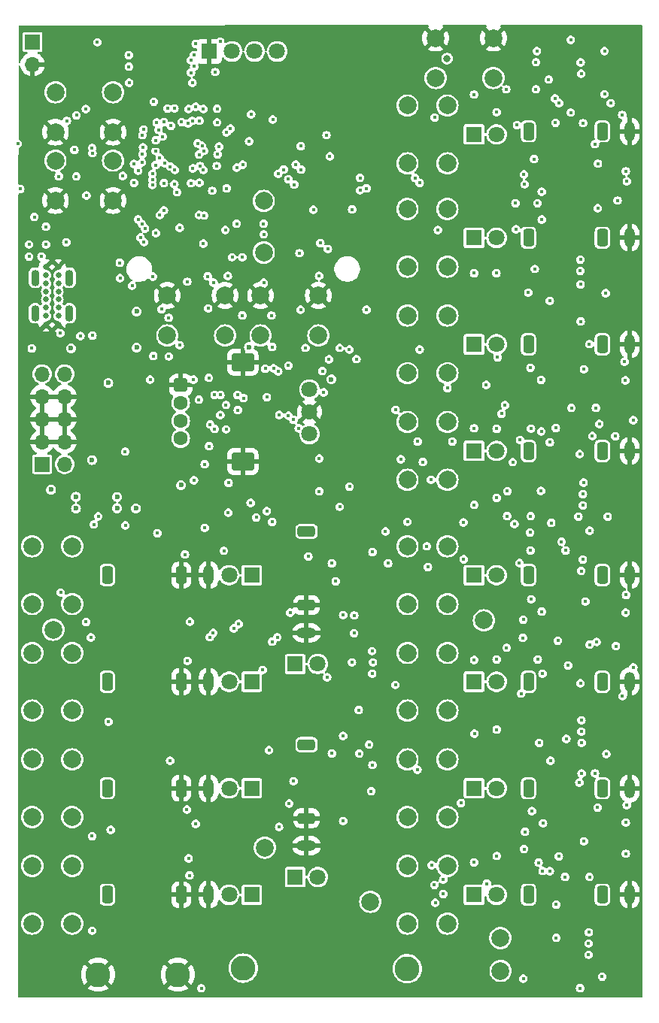
<source format=gbr>
%TF.GenerationSoftware,KiCad,Pcbnew,8.0.5*%
%TF.CreationDate,2025-01-26T22:40:45-08:00*%
%TF.ProjectId,main_board,6d61696e-5f62-46f6-9172-642e6b696361,1.0*%
%TF.SameCoordinates,Original*%
%TF.FileFunction,Copper,L2,Inr*%
%TF.FilePolarity,Positive*%
%FSLAX46Y46*%
G04 Gerber Fmt 4.6, Leading zero omitted, Abs format (unit mm)*
G04 Created by KiCad (PCBNEW 8.0.5) date 2025-01-26 22:40:45*
%MOMM*%
%LPD*%
G01*
G04 APERTURE LIST*
G04 Aperture macros list*
%AMRoundRect*
0 Rectangle with rounded corners*
0 $1 Rounding radius*
0 $2 $3 $4 $5 $6 $7 $8 $9 X,Y pos of 4 corners*
0 Add a 4 corners polygon primitive as box body*
4,1,4,$2,$3,$4,$5,$6,$7,$8,$9,$2,$3,0*
0 Add four circle primitives for the rounded corners*
1,1,$1+$1,$2,$3*
1,1,$1+$1,$4,$5*
1,1,$1+$1,$6,$7*
1,1,$1+$1,$8,$9*
0 Add four rect primitives between the rounded corners*
20,1,$1+$1,$2,$3,$4,$5,0*
20,1,$1+$1,$4,$5,$6,$7,0*
20,1,$1+$1,$6,$7,$8,$9,0*
20,1,$1+$1,$8,$9,$2,$3,0*%
G04 Aperture macros list end*
%TA.AperFunction,ComponentPad*%
%ADD10R,1.800000X1.800000*%
%TD*%
%TA.AperFunction,ComponentPad*%
%ADD11C,1.800000*%
%TD*%
%TA.AperFunction,ComponentPad*%
%ADD12C,2.000000*%
%TD*%
%TA.AperFunction,ComponentPad*%
%ADD13O,1.200000X2.200000*%
%TD*%
%TA.AperFunction,ComponentPad*%
%ADD14RoundRect,0.300000X0.300000X-0.700000X0.300000X0.700000X-0.300000X0.700000X-0.300000X-0.700000X0*%
%TD*%
%TA.AperFunction,ComponentPad*%
%ADD15O,2.200000X1.200000*%
%TD*%
%TA.AperFunction,ComponentPad*%
%ADD16RoundRect,0.300000X-0.700000X-0.300000X0.700000X-0.300000X0.700000X0.300000X-0.700000X0.300000X0*%
%TD*%
%TA.AperFunction,ComponentPad*%
%ADD17RoundRect,0.400000X0.400000X-0.400000X0.400000X0.400000X-0.400000X0.400000X-0.400000X-0.400000X0*%
%TD*%
%TA.AperFunction,ComponentPad*%
%ADD18C,1.600000*%
%TD*%
%TA.AperFunction,ComponentPad*%
%ADD19RoundRect,0.217391X1.032609X0.782609X-1.032609X0.782609X-1.032609X-0.782609X1.032609X-0.782609X0*%
%TD*%
%TA.AperFunction,ComponentPad*%
%ADD20C,0.650000*%
%TD*%
%TA.AperFunction,ComponentPad*%
%ADD21RoundRect,0.360000X-0.090000X0.540000X-0.090000X-0.540000X0.090000X-0.540000X0.090000X0.540000X0*%
%TD*%
%TA.AperFunction,ComponentPad*%
%ADD22C,2.800000*%
%TD*%
%TA.AperFunction,ComponentPad*%
%ADD23R,1.700000X1.700000*%
%TD*%
%TA.AperFunction,ComponentPad*%
%ADD24O,1.700000X1.700000*%
%TD*%
%TA.AperFunction,ViaPad*%
%ADD25C,0.450000*%
%TD*%
%TA.AperFunction,ViaPad*%
%ADD26C,0.600000*%
%TD*%
%TA.AperFunction,ViaPad*%
%ADD27C,0.800000*%
%TD*%
%TA.AperFunction,Conductor*%
%ADD28C,0.400000*%
%TD*%
%TA.AperFunction,Conductor*%
%ADD29C,0.100000*%
%TD*%
%TA.AperFunction,Conductor*%
%ADD30C,0.200000*%
%TD*%
G04 APERTURE END LIST*
D10*
X101720000Y-124000000D03*
D11*
X104260000Y-124000000D03*
D12*
X103900000Y-56000000D03*
X97400000Y-56000000D03*
X103900000Y-51500000D03*
X97400000Y-51500000D03*
X94220000Y-139250000D03*
X94220000Y-132750000D03*
X98720000Y-139250000D03*
X98720000Y-132750000D03*
X94220000Y-151250000D03*
X94220000Y-144750000D03*
X98720000Y-151250000D03*
X98720000Y-144750000D03*
D13*
X119250000Y-148000000D03*
D14*
X107850000Y-148000000D03*
X116150000Y-148000000D03*
D12*
X94220000Y-65600000D03*
X94220000Y-59100000D03*
X98720000Y-65600000D03*
X98720000Y-59100000D03*
D10*
X101720000Y-62350000D03*
D11*
X104260000Y-62350000D03*
D12*
X94220000Y-127250000D03*
X94220000Y-120750000D03*
X98720000Y-127250000D03*
X98720000Y-120750000D03*
D10*
X101720000Y-148000000D03*
D11*
X104260000Y-148000000D03*
D12*
X61100000Y-62100000D03*
X54600000Y-62100000D03*
X61100000Y-57600000D03*
X54600000Y-57600000D03*
D10*
X101720000Y-74000000D03*
D11*
X104260000Y-74000000D03*
D13*
X119250000Y-62000000D03*
D14*
X107850000Y-62000000D03*
X116150000Y-62000000D03*
D12*
X94220000Y-89250000D03*
X94220000Y-82750000D03*
X98720000Y-89250000D03*
X98720000Y-82750000D03*
D15*
X82870000Y-118480000D03*
D16*
X82870000Y-107080000D03*
X82870000Y-115380000D03*
D12*
X61100000Y-69800000D03*
X54600000Y-69800000D03*
X61100000Y-65300000D03*
X54600000Y-65300000D03*
X52000000Y-151250000D03*
X52000000Y-144750000D03*
X56500000Y-151250000D03*
X56500000Y-144750000D03*
D17*
X68700000Y-90600000D03*
D18*
X68700000Y-96600000D03*
D19*
X75700000Y-88000000D03*
X75700000Y-99200000D03*
D11*
X83200000Y-96100000D03*
X83200000Y-91100000D03*
X83200000Y-93600000D03*
D18*
X68700000Y-92600000D03*
X68700000Y-94600000D03*
D10*
X76690000Y-112000000D03*
D11*
X74150000Y-112000000D03*
D12*
X94220000Y-115250000D03*
X94220000Y-108750000D03*
X98720000Y-115250000D03*
X98720000Y-108750000D03*
X52000000Y-115250000D03*
X52000000Y-108750000D03*
X56500000Y-115250000D03*
X56500000Y-108750000D03*
D10*
X81600000Y-146000000D03*
D11*
X84140000Y-146000000D03*
D15*
X82870000Y-142480000D03*
D16*
X82870000Y-131080000D03*
X82870000Y-139380000D03*
D10*
X81600000Y-122000000D03*
D11*
X84140000Y-122000000D03*
D12*
X52000000Y-139250000D03*
X52000000Y-132750000D03*
X56500000Y-139250000D03*
X56500000Y-132750000D03*
D13*
X119250000Y-112000000D03*
D14*
X107850000Y-112000000D03*
X116150000Y-112000000D03*
D10*
X76690000Y-136000000D03*
D11*
X74150000Y-136000000D03*
D10*
X101720000Y-136000000D03*
D11*
X104260000Y-136000000D03*
D10*
X76690000Y-124000000D03*
D11*
X74150000Y-124000000D03*
D13*
X71850000Y-112000000D03*
D14*
X60450000Y-112000000D03*
X68750000Y-112000000D03*
D10*
X101720000Y-98000000D03*
D11*
X104260000Y-98000000D03*
D13*
X71850000Y-124000000D03*
D14*
X60450000Y-124000000D03*
X68750000Y-124000000D03*
D13*
X71850000Y-136000000D03*
D14*
X60450000Y-136000000D03*
X68750000Y-136000000D03*
D13*
X119250000Y-136000000D03*
D14*
X107850000Y-136000000D03*
X116150000Y-136000000D03*
D12*
X94220000Y-101250000D03*
X94220000Y-94750000D03*
X98720000Y-101250000D03*
X98720000Y-94750000D03*
D10*
X101720000Y-86000000D03*
D11*
X104260000Y-86000000D03*
D13*
X119250000Y-86000000D03*
D14*
X107850000Y-86000000D03*
X116150000Y-86000000D03*
D12*
X94220000Y-77250000D03*
X94220000Y-70750000D03*
X98720000Y-77250000D03*
X98720000Y-70750000D03*
D13*
X119250000Y-124000000D03*
D14*
X107850000Y-124000000D03*
X116150000Y-124000000D03*
D13*
X119250000Y-98000000D03*
D14*
X107850000Y-98000000D03*
X116150000Y-98000000D03*
D13*
X71850000Y-148000000D03*
D14*
X60450000Y-148000000D03*
X68750000Y-148000000D03*
D20*
X54950000Y-77250000D03*
X54950000Y-78200000D03*
X54950000Y-79150000D03*
X54950000Y-80050000D03*
X54950000Y-80950000D03*
X54950000Y-81850000D03*
X54950000Y-82800000D03*
X54950000Y-83750000D03*
X53550000Y-83750000D03*
X53550000Y-82800000D03*
X53550000Y-81850000D03*
X53550000Y-80950000D03*
X53550000Y-80050000D03*
X53550000Y-79150000D03*
X53550000Y-78200000D03*
X53550000Y-77250000D03*
D21*
X56180000Y-78500000D03*
X52320000Y-78500000D03*
X56180000Y-82500000D03*
X52320000Y-82500000D03*
D10*
X71940000Y-53000000D03*
D11*
X74480000Y-53000000D03*
X77020000Y-53000000D03*
X79560000Y-53000000D03*
D12*
X52000000Y-127250000D03*
X52000000Y-120750000D03*
X56500000Y-127250000D03*
X56500000Y-120750000D03*
D13*
X119250000Y-74000000D03*
D14*
X107850000Y-74000000D03*
X116150000Y-74000000D03*
D10*
X101720000Y-112000000D03*
D11*
X104260000Y-112000000D03*
D10*
X76690000Y-148000000D03*
D11*
X74150000Y-148000000D03*
D12*
X77700000Y-80500000D03*
X84200000Y-80500000D03*
X77700000Y-85000000D03*
X84200000Y-85000000D03*
X67200000Y-80500000D03*
X73700000Y-80500000D03*
X67200000Y-85000000D03*
X73700000Y-85000000D03*
D22*
X94210000Y-156320000D03*
D12*
X104680000Y-152870000D03*
X104710000Y-156570000D03*
D22*
X75750000Y-156260000D03*
D12*
X90040000Y-148790000D03*
D23*
X53100000Y-99500000D03*
D24*
X55640000Y-99500000D03*
X53100000Y-96960000D03*
X55640000Y-96960000D03*
X53100000Y-94420000D03*
X55640000Y-94420000D03*
X53100000Y-91880000D03*
X55640000Y-91880000D03*
X53100000Y-89340000D03*
X55640000Y-89340000D03*
D12*
X54370000Y-118140000D03*
X102830000Y-117090000D03*
X78050000Y-69850000D03*
D23*
X52040000Y-51930000D03*
D24*
X52040000Y-54470000D03*
D12*
X78050000Y-75650000D03*
D22*
X59400000Y-157000000D03*
D12*
X78170000Y-142690000D03*
D22*
X68375000Y-157000000D03*
D25*
X66810000Y-70910000D03*
X66810000Y-67840000D03*
X95080000Y-67250000D03*
X88890000Y-67240000D03*
X88890000Y-68650000D03*
X107360000Y-101620000D03*
X111380000Y-112560000D03*
X119800000Y-104350000D03*
X76900000Y-107300000D03*
X89980000Y-129100000D03*
X76530000Y-96500000D03*
D26*
X54890000Y-55710000D03*
X69830000Y-62680000D03*
X75960000Y-61000000D03*
D25*
X111850000Y-94220000D03*
D26*
X90190000Y-63700000D03*
D25*
X58080000Y-51900000D03*
X79000000Y-118490000D03*
X67560000Y-139250000D03*
D26*
X69620000Y-64760000D03*
D25*
X113570000Y-156380000D03*
D26*
X60680000Y-84320000D03*
X75110000Y-63790000D03*
X68720000Y-56990000D03*
D25*
X108800000Y-153450000D03*
X68115000Y-117960000D03*
X91340000Y-109690000D03*
D26*
X73890000Y-70270000D03*
D25*
X118850000Y-153200000D03*
D26*
X64900000Y-94120000D03*
D25*
X52030000Y-155200000D03*
X107320000Y-76430000D03*
X119560000Y-131040000D03*
X93740000Y-105460000D03*
D26*
X81360000Y-57400000D03*
D25*
X71770000Y-58600000D03*
X68120000Y-70070000D03*
X73900000Y-138100000D03*
X95430000Y-113880000D03*
X83360000Y-124200000D03*
X74362500Y-128437500D03*
X55070000Y-125780000D03*
X94700000Y-137040000D03*
X107050000Y-104630000D03*
X92310000Y-133670000D03*
X88650000Y-125980000D03*
D26*
X55500000Y-110960000D03*
D25*
X53070000Y-137870000D03*
X62690000Y-58670000D03*
D26*
X67430000Y-62710000D03*
X69170000Y-66130000D03*
D25*
X109670000Y-62610000D03*
X106420000Y-80160000D03*
X70190000Y-105410000D03*
X109500000Y-85370000D03*
D26*
X67420000Y-64810000D03*
D25*
X63790000Y-105730000D03*
X79020000Y-117490000D03*
X95390000Y-117640000D03*
X53120000Y-149830000D03*
D26*
X59130000Y-110780000D03*
D25*
X113980000Y-121190000D03*
X106960000Y-130420000D03*
X65730000Y-98470000D03*
X74937500Y-143862500D03*
X91450000Y-117270000D03*
X69240000Y-86660000D03*
X77200000Y-90710000D03*
X118810000Y-54340000D03*
X65650000Y-127260000D03*
X74900000Y-130400000D03*
X105470000Y-128330000D03*
X109640000Y-133640000D03*
X73550000Y-57150000D03*
X119650000Y-79180000D03*
X62475000Y-74235000D03*
X114390000Y-72490000D03*
X60600000Y-79610000D03*
X92480000Y-142180000D03*
X80830000Y-94040000D03*
X85390000Y-87680000D03*
X65520000Y-67470000D03*
X80830000Y-88390000D03*
X80810000Y-67390000D03*
X65520000Y-66790000D03*
X79680000Y-89039031D03*
X79680000Y-66790000D03*
X81480000Y-68000000D03*
X65520000Y-68050000D03*
X81400000Y-94500000D03*
X79150000Y-88710000D03*
X74300000Y-61700000D03*
X77925000Y-122675000D03*
X78220000Y-88740000D03*
X67510000Y-132900000D03*
X65900000Y-63010000D03*
X58050000Y-117270000D03*
X71110000Y-63640000D03*
X58745489Y-152045489D03*
X69740000Y-117240000D03*
X70400000Y-140000000D03*
X58738531Y-141400000D03*
X50360000Y-63400000D03*
X60830000Y-140680000D03*
X70600000Y-63360000D03*
X95350000Y-133900000D03*
X84790000Y-91420000D03*
X96530000Y-111080000D03*
X81400000Y-135200000D03*
X58100000Y-69220000D03*
X83080000Y-109900000D03*
X88490000Y-87670000D03*
X64180000Y-73980000D03*
X72800000Y-61000000D03*
X69470000Y-121660000D03*
D27*
X98690000Y-53800000D03*
D25*
X61880000Y-78540000D03*
X72250000Y-68700000D03*
X70200000Y-101310000D03*
X68290000Y-68870000D03*
X59320000Y-51980000D03*
X68000000Y-67960000D03*
X69400000Y-138410000D03*
X79070000Y-60670000D03*
X64400000Y-64600000D03*
X72850000Y-64600000D03*
X56970000Y-60210000D03*
X69700000Y-145820000D03*
X85280000Y-75260000D03*
X88000000Y-70810000D03*
X66000000Y-61000000D03*
X56750000Y-64100000D03*
X54980000Y-67070000D03*
X68000000Y-59430000D03*
X69190000Y-109670000D03*
X80290000Y-66310000D03*
X74680000Y-117990000D03*
X81030000Y-116210000D03*
X82250000Y-66310000D03*
X71260000Y-66370000D03*
X82220000Y-63680000D03*
X85115000Y-62435000D03*
X70810000Y-67790000D03*
X71340000Y-71490000D03*
X86600000Y-104300000D03*
X77200000Y-105500000D03*
X86600000Y-86400000D03*
X75220000Y-117480000D03*
X83640000Y-70830000D03*
X82750000Y-86400000D03*
X69860000Y-67850000D03*
X69600000Y-143900000D03*
D26*
X61550000Y-103170000D03*
X56920000Y-104470000D03*
X61550000Y-104460000D03*
X63675000Y-104475000D03*
X56910000Y-103170000D03*
D25*
X112680000Y-93160000D03*
D26*
X68750000Y-101850000D03*
D25*
X78650000Y-131720000D03*
X113780000Y-55510000D03*
X92870000Y-124360000D03*
X115650000Y-70670000D03*
D26*
X54114000Y-102350000D03*
D25*
X90280000Y-109400000D03*
X113460000Y-105410000D03*
X114610000Y-154760000D03*
X114090000Y-141970000D03*
D26*
X60570000Y-90350000D03*
D25*
X115500000Y-119510000D03*
D26*
X58725000Y-99025000D03*
D25*
X116610000Y-132140000D03*
X115440000Y-93160000D03*
X90280000Y-133380000D03*
X116540000Y-80230000D03*
X116760000Y-105410000D03*
D26*
X56360000Y-86450000D03*
D25*
X87690000Y-86590000D03*
X105200000Y-92860000D03*
X88740000Y-127190000D03*
X118790000Y-116220000D03*
X74058000Y-104958000D03*
X74100000Y-101610000D03*
X59430000Y-105370000D03*
X107340000Y-142850000D03*
X118810000Y-139860000D03*
X87700000Y-102030000D03*
X118810000Y-66500000D03*
X107020000Y-125340000D03*
X118430000Y-125610000D03*
X118810000Y-143380000D03*
X107410000Y-67980000D03*
X104370000Y-87470000D03*
X95600000Y-86590000D03*
X107270000Y-157450000D03*
X95600000Y-67820000D03*
X118750000Y-90060000D03*
X107220000Y-119070000D03*
X60580000Y-128510000D03*
X63450000Y-67820000D03*
X56960000Y-67080000D03*
X71330000Y-64200000D03*
X63450000Y-65680000D03*
X55200000Y-113950489D03*
X50650000Y-68500000D03*
X73880000Y-68430000D03*
X73020000Y-63730000D03*
X75650000Y-82740000D03*
X75650000Y-76190000D03*
X78920000Y-82750000D03*
X73860000Y-62120000D03*
X76575000Y-103850000D03*
X74500000Y-76190000D03*
X61850000Y-76810000D03*
X64580000Y-74480000D03*
D26*
X63754000Y-82296000D03*
X63754000Y-86360000D03*
D25*
X90340000Y-121820000D03*
X90250000Y-120550000D03*
X87980000Y-121820000D03*
X85190000Y-123500000D03*
X71875000Y-89775000D03*
D26*
X85650000Y-89950000D03*
D25*
X118830000Y-114220000D03*
X86150000Y-112690000D03*
X100550000Y-110200000D03*
X73570000Y-109250000D03*
X107260000Y-117020000D03*
X72525000Y-91700000D03*
X106830000Y-110630000D03*
X100530000Y-106050000D03*
X100250000Y-137670000D03*
X118910000Y-137900000D03*
X73175000Y-91700000D03*
X79800000Y-93950000D03*
X73175000Y-93950000D03*
X80910000Y-137710000D03*
X73800000Y-92825000D03*
X78400000Y-91950000D03*
X107450000Y-140910000D03*
X78400000Y-104800000D03*
X106280000Y-106230000D03*
X90260000Y-123100000D03*
X88220000Y-118540000D03*
X53540000Y-72750000D03*
X53540000Y-74750000D03*
X55163000Y-84737000D03*
X52230000Y-71650000D03*
X89620000Y-82100000D03*
X73825000Y-95575000D03*
X82200000Y-82100244D03*
X118920000Y-67640000D03*
X89620000Y-68430000D03*
X81999511Y-95450489D03*
X72024511Y-95025489D03*
X73730000Y-73110000D03*
X106440000Y-73050000D03*
X97650000Y-73110000D03*
X118650000Y-87960000D03*
X72525000Y-95525000D03*
X84300000Y-102550000D03*
X84300000Y-98850000D03*
X71900000Y-97475000D03*
X105470000Y-102540000D03*
X103090000Y-90570000D03*
X72400000Y-79050000D03*
X78060000Y-73610000D03*
X75125000Y-93400000D03*
X78050000Y-79050000D03*
X65920000Y-73470000D03*
X65880000Y-65800000D03*
X78030000Y-72410000D03*
X64340000Y-65520000D03*
X75100000Y-91700000D03*
X64340000Y-72420000D03*
X75000000Y-72410000D03*
X70750000Y-71420000D03*
X66350000Y-71420000D03*
X75775000Y-92050000D03*
X70750000Y-92225000D03*
X66350000Y-65000000D03*
X53030000Y-76120000D03*
X51640000Y-76120000D03*
X51640000Y-74750000D03*
X92050000Y-110670000D03*
X91760000Y-107080000D03*
X85710000Y-110670000D03*
X88810000Y-132100000D03*
X90150000Y-136330000D03*
X85710000Y-132090000D03*
X109330000Y-68800000D03*
X109340000Y-71950000D03*
X108470000Y-65130000D03*
X113720000Y-54240000D03*
X115323000Y-63450000D03*
X115660000Y-65650000D03*
X107330000Y-66860000D03*
X110120000Y-56170000D03*
X113720000Y-83420000D03*
X114090000Y-88800000D03*
X113710000Y-79260000D03*
X110250000Y-81100000D03*
X109270000Y-90000000D03*
X110250000Y-97040000D03*
X113620000Y-98360000D03*
X114260000Y-114970000D03*
X113960000Y-110240000D03*
X113960000Y-104140000D03*
X109340000Y-116100000D03*
X113700000Y-124180000D03*
X109432000Y-123090000D03*
X110410000Y-106110000D03*
X113820000Y-130880000D03*
X113820000Y-134330000D03*
X115635000Y-138175000D03*
X115330000Y-134320000D03*
X109480000Y-139940000D03*
X110330000Y-132910000D03*
X110245000Y-145345000D03*
X64520000Y-61800000D03*
X96400000Y-108750000D03*
X97280000Y-60450000D03*
X66200000Y-61830000D03*
X63910000Y-66450000D03*
X76640000Y-60090000D03*
X63910000Y-71920000D03*
X58770000Y-85010000D03*
X65870000Y-64200000D03*
X58770000Y-64470000D03*
X84650000Y-89000000D03*
X68600000Y-86090000D03*
X58740000Y-63870000D03*
X68590000Y-72880000D03*
X96870000Y-101250000D03*
X64460000Y-63800000D03*
X98720000Y-90930000D03*
X96950000Y-144660000D03*
X64690000Y-72940000D03*
X66870000Y-65600000D03*
X66660000Y-62600000D03*
X79000000Y-86300000D03*
X94230000Y-105990000D03*
X76410000Y-63120000D03*
X79000000Y-106000000D03*
X64390000Y-62440000D03*
D26*
X76400000Y-86300000D03*
D25*
X89910000Y-131090000D03*
X86980000Y-130110000D03*
X113660000Y-158520000D03*
X71020000Y-158530000D03*
X58930000Y-106290000D03*
X71990000Y-118990000D03*
X58600000Y-119020000D03*
X62473000Y-106400000D03*
X72370000Y-118490000D03*
X71400000Y-99512500D03*
X63230000Y-79380000D03*
X71400000Y-106670000D03*
X65262500Y-89962500D03*
X62460000Y-98080000D03*
X66080000Y-107270000D03*
X70150000Y-89975000D03*
X69450000Y-78940000D03*
X116140000Y-157230000D03*
X114620000Y-153490000D03*
X57420000Y-85060000D03*
X51950000Y-86450000D03*
X58030000Y-59480000D03*
X67210000Y-59440000D03*
X71800000Y-81950000D03*
X71250000Y-74650000D03*
X67605000Y-61385000D03*
X55890000Y-60830000D03*
X55830000Y-74510000D03*
X86980000Y-116490000D03*
X79570000Y-118990000D03*
X79780000Y-140360000D03*
X79000000Y-119490000D03*
X86980000Y-139690000D03*
X69870000Y-55390000D03*
X69590000Y-59490000D03*
X62870000Y-54720000D03*
X72590000Y-55320000D03*
X70390000Y-52160000D03*
X71270000Y-59490000D03*
X73150000Y-51890000D03*
X68810000Y-60960000D03*
X66820000Y-60960000D03*
X62190000Y-67030000D03*
X65680000Y-58670000D03*
X72800000Y-59460000D03*
X68050000Y-66350000D03*
X117110000Y-58830000D03*
X95960000Y-99250000D03*
X97260000Y-146900000D03*
X106080000Y-99270000D03*
X111290000Y-58810000D03*
X114720000Y-145990000D03*
X115030000Y-96330000D03*
X114640000Y-152220000D03*
X114730000Y-106980000D03*
X117690000Y-119990000D03*
X103160000Y-146742000D03*
X117620000Y-96360000D03*
X108020000Y-107200000D03*
X106900000Y-96760000D03*
X114720000Y-119830000D03*
X95360000Y-96950000D03*
X111970000Y-145990000D03*
X112020000Y-109230000D03*
X110838000Y-58300000D03*
X119640000Y-94540000D03*
X110920000Y-95430000D03*
X110970000Y-149110000D03*
X93480000Y-98940000D03*
X108060000Y-109230000D03*
X110970000Y-152850000D03*
X97350000Y-148900000D03*
X112300000Y-122170000D03*
X92900000Y-93380000D03*
X119640000Y-122390000D03*
X113990000Y-61075000D03*
X110890000Y-61040000D03*
X67350000Y-83010000D03*
X70400000Y-59240000D03*
X70220000Y-54700000D03*
X70030000Y-56540000D03*
X70020000Y-60830000D03*
X62910000Y-56540000D03*
X67540000Y-65970000D03*
X75010000Y-66100000D03*
X70810000Y-60820000D03*
X70210000Y-53420000D03*
X88230000Y-116540000D03*
X69520000Y-61120000D03*
X69860000Y-53990000D03*
X62850000Y-53420000D03*
X117870000Y-69800000D03*
X118390000Y-60150000D03*
X106380000Y-70100000D03*
X108860000Y-70100000D03*
X106560000Y-61300000D03*
X111150000Y-119380000D03*
X111560000Y-108230000D03*
X109290000Y-95800000D03*
X99280000Y-96940000D03*
X98250000Y-147910000D03*
X109440000Y-145320000D03*
X98240000Y-146290000D03*
X84420000Y-74600000D03*
X85480000Y-64830000D03*
X70770000Y-64620000D03*
X81660000Y-65750000D03*
X82070000Y-75730000D03*
X75690000Y-65750000D03*
X84270000Y-78300000D03*
X74020000Y-78300000D03*
X72760000Y-65902500D03*
X116410000Y-52960000D03*
X101720000Y-57860000D03*
X116410000Y-57820000D03*
X112610000Y-59890000D03*
X104260000Y-59850000D03*
X112610000Y-51690000D03*
X108690000Y-57270000D03*
X105350000Y-57270000D03*
X108690000Y-54220000D03*
X108800000Y-52960000D03*
X113690000Y-76450000D03*
X104240000Y-77990000D03*
X101720000Y-77990000D03*
X113680000Y-77720000D03*
X104260000Y-95510000D03*
X108130000Y-95490000D03*
X108560000Y-77510000D03*
X101720000Y-95450000D03*
X107830000Y-80170000D03*
X104820000Y-93820000D03*
X114050000Y-101580000D03*
X104250000Y-103300000D03*
X101740000Y-104080000D03*
X113970000Y-102870000D03*
X104260000Y-121500000D03*
X108890000Y-121500000D03*
X109250000Y-102510000D03*
X105450000Y-105350000D03*
X108100000Y-105350000D03*
X101730000Y-121540000D03*
X105390000Y-120180000D03*
X113810000Y-128340000D03*
X104270000Y-129390000D03*
X113790000Y-129610000D03*
X101770000Y-129840000D03*
X108990000Y-144370000D03*
X101710000Y-144360000D03*
X109050000Y-130890000D03*
X104270000Y-143630000D03*
X112110000Y-130440000D03*
X111270000Y-143680000D03*
X66550000Y-82050000D03*
X70070000Y-66170000D03*
X67370000Y-87370000D03*
X65580000Y-78360000D03*
X70890000Y-65908226D03*
X71740000Y-78340000D03*
X65621000Y-87320000D03*
X114690000Y-85970000D03*
X115825000Y-94970000D03*
X108065000Y-88650000D03*
X108235000Y-138570000D03*
X113570000Y-135360000D03*
X108145000Y-114710000D03*
X113780000Y-111520000D03*
D28*
X66530000Y-63610000D02*
X65610000Y-63610000D01*
D29*
X61050000Y-64630000D02*
X61050000Y-65300000D01*
D30*
X113650000Y-158530000D02*
X113660000Y-158520000D01*
X113670000Y-158530000D02*
X113680000Y-158530000D01*
X113660000Y-158520000D02*
X113670000Y-158530000D01*
X111150000Y-119380000D02*
X111152036Y-119382036D01*
%TA.AperFunction,Conductor*%
G36*
X55174075Y-96767007D02*
G01*
X55140000Y-96894174D01*
X55140000Y-97025826D01*
X55174075Y-97152993D01*
X55209297Y-97214000D01*
X53530703Y-97214000D01*
X53565925Y-97152993D01*
X53600000Y-97025826D01*
X53600000Y-96894174D01*
X53565925Y-96767007D01*
X53530703Y-96706000D01*
X55209297Y-96706000D01*
X55174075Y-96767007D01*
G37*
%TD.AperFunction*%
%TA.AperFunction,Conductor*%
G36*
X53354000Y-96529297D02*
G01*
X53292993Y-96494075D01*
X53165826Y-96460000D01*
X53034174Y-96460000D01*
X52907007Y-96494075D01*
X52846000Y-96529297D01*
X52846000Y-94850702D01*
X52907007Y-94885925D01*
X53034174Y-94920000D01*
X53165826Y-94920000D01*
X53292993Y-94885925D01*
X53354000Y-94850702D01*
X53354000Y-96529297D01*
G37*
%TD.AperFunction*%
%TA.AperFunction,Conductor*%
G36*
X55894000Y-96529297D02*
G01*
X55832993Y-96494075D01*
X55705826Y-96460000D01*
X55574174Y-96460000D01*
X55447007Y-96494075D01*
X55386000Y-96529297D01*
X55386000Y-94850702D01*
X55447007Y-94885925D01*
X55574174Y-94920000D01*
X55705826Y-94920000D01*
X55832993Y-94885925D01*
X55894000Y-94850702D01*
X55894000Y-96529297D01*
G37*
%TD.AperFunction*%
%TA.AperFunction,Conductor*%
G36*
X55174075Y-94227007D02*
G01*
X55140000Y-94354174D01*
X55140000Y-94485826D01*
X55174075Y-94612993D01*
X55209297Y-94674000D01*
X53530703Y-94674000D01*
X53565925Y-94612993D01*
X53600000Y-94485826D01*
X53600000Y-94354174D01*
X53565925Y-94227007D01*
X53530703Y-94166000D01*
X55209297Y-94166000D01*
X55174075Y-94227007D01*
G37*
%TD.AperFunction*%
%TA.AperFunction,Conductor*%
G36*
X53354000Y-93989297D02*
G01*
X53292993Y-93954075D01*
X53165826Y-93920000D01*
X53034174Y-93920000D01*
X52907007Y-93954075D01*
X52846000Y-93989297D01*
X52846000Y-92310702D01*
X52907007Y-92345925D01*
X53034174Y-92380000D01*
X53165826Y-92380000D01*
X53292993Y-92345925D01*
X53354000Y-92310702D01*
X53354000Y-93989297D01*
G37*
%TD.AperFunction*%
%TA.AperFunction,Conductor*%
G36*
X55894000Y-93989297D02*
G01*
X55832993Y-93954075D01*
X55705826Y-93920000D01*
X55574174Y-93920000D01*
X55447007Y-93954075D01*
X55386000Y-93989297D01*
X55386000Y-92310702D01*
X55447007Y-92345925D01*
X55574174Y-92380000D01*
X55705826Y-92380000D01*
X55832993Y-92345925D01*
X55894000Y-92310702D01*
X55894000Y-93989297D01*
G37*
%TD.AperFunction*%
%TA.AperFunction,Conductor*%
G36*
X55174075Y-91687007D02*
G01*
X55140000Y-91814174D01*
X55140000Y-91945826D01*
X55174075Y-92072993D01*
X55209297Y-92134000D01*
X53530703Y-92134000D01*
X53565925Y-92072993D01*
X53600000Y-91945826D01*
X53600000Y-91814174D01*
X53565925Y-91687007D01*
X53530703Y-91626000D01*
X55209297Y-91626000D01*
X55174075Y-91687007D01*
G37*
%TD.AperFunction*%
%TA.AperFunction,Conductor*%
G36*
X82687482Y-93812292D02*
G01*
X82759890Y-93937708D01*
X82862292Y-94040110D01*
X82987708Y-94112518D01*
X83034226Y-94124982D01*
X82398680Y-94760528D01*
X82398680Y-94760529D01*
X82427251Y-94782767D01*
X82427259Y-94782772D01*
X82613342Y-94883474D01*
X82663733Y-94933487D01*
X82679085Y-95002804D01*
X82654525Y-95069417D01*
X82619703Y-95101416D01*
X82523400Y-95161044D01*
X82454953Y-95179898D01*
X82387178Y-95158754D01*
X82361845Y-95136428D01*
X82347992Y-95120441D01*
X82316746Y-95084380D01*
X82316745Y-95084379D01*
X82316744Y-95084378D01*
X82200751Y-95009835D01*
X82068458Y-94970990D01*
X82068455Y-94970989D01*
X82068453Y-94970989D01*
X81930569Y-94970989D01*
X81930566Y-94970989D01*
X81921649Y-94972272D01*
X81921308Y-94969903D01*
X81863259Y-94969895D01*
X81803539Y-94931502D01*
X81774056Y-94866917D01*
X81784170Y-94796644D01*
X81803551Y-94766493D01*
X81807529Y-94761903D01*
X81864808Y-94636480D01*
X81883658Y-94505369D01*
X81913150Y-94440793D01*
X81972876Y-94402409D01*
X82021373Y-94397977D01*
X82040796Y-94399991D01*
X82675016Y-93765771D01*
X82687482Y-93812292D01*
G37*
%TD.AperFunction*%
%TA.AperFunction,Conductor*%
G36*
X120591837Y-50030502D02*
G01*
X120638330Y-50084158D01*
X120649716Y-50136500D01*
X120649861Y-105776110D01*
X120649998Y-159009500D01*
X120650000Y-159474000D01*
X120629998Y-159542120D01*
X120576343Y-159588613D01*
X120524000Y-159600000D01*
X50526058Y-159600000D01*
X50457937Y-159579998D01*
X50411444Y-159526342D01*
X50400058Y-159473942D01*
X50401191Y-157000000D01*
X57487126Y-157000000D01*
X57506596Y-157272233D01*
X57564608Y-157538910D01*
X57564608Y-157538911D01*
X57659988Y-157794636D01*
X57790785Y-158034173D01*
X57883184Y-158157605D01*
X58682496Y-157358293D01*
X58691049Y-157378942D01*
X58778599Y-157509970D01*
X58890030Y-157621401D01*
X59021058Y-157708951D01*
X59041705Y-157717503D01*
X58242393Y-158516814D01*
X58365822Y-158609211D01*
X58605364Y-158740011D01*
X58605363Y-158740011D01*
X58861088Y-158835391D01*
X59127767Y-158893403D01*
X59127765Y-158893403D01*
X59400000Y-158912873D01*
X59672233Y-158893403D01*
X59938910Y-158835391D01*
X59938911Y-158835391D01*
X60194636Y-158740011D01*
X60434177Y-158609212D01*
X60557605Y-158516814D01*
X59758294Y-157717503D01*
X59778942Y-157708951D01*
X59909970Y-157621401D01*
X60021401Y-157509970D01*
X60108951Y-157378942D01*
X60117503Y-157358294D01*
X60916814Y-158157605D01*
X61009212Y-158034177D01*
X61140011Y-157794636D01*
X61235391Y-157538911D01*
X61235391Y-157538910D01*
X61293403Y-157272233D01*
X61312873Y-157000000D01*
X66462126Y-157000000D01*
X66481596Y-157272233D01*
X66539608Y-157538910D01*
X66539608Y-157538911D01*
X66634988Y-157794636D01*
X66765785Y-158034173D01*
X66858184Y-158157605D01*
X67657496Y-157358293D01*
X67666049Y-157378942D01*
X67753599Y-157509970D01*
X67865030Y-157621401D01*
X67996058Y-157708951D01*
X68016705Y-157717503D01*
X67217393Y-158516814D01*
X67340822Y-158609211D01*
X67580364Y-158740011D01*
X67580363Y-158740011D01*
X67836088Y-158835391D01*
X68102767Y-158893403D01*
X68102765Y-158893403D01*
X68375000Y-158912873D01*
X68647233Y-158893403D01*
X68913910Y-158835391D01*
X68913911Y-158835391D01*
X69169636Y-158740011D01*
X69409177Y-158609212D01*
X69514996Y-158529996D01*
X70535569Y-158529996D01*
X70535569Y-158530003D01*
X70555190Y-158666473D01*
X70555192Y-158666480D01*
X70612471Y-158791903D01*
X70694100Y-158886109D01*
X70702766Y-158896110D01*
X70728850Y-158912873D01*
X70818760Y-158970654D01*
X70951058Y-159009500D01*
X70951061Y-159009500D01*
X71088939Y-159009500D01*
X71088942Y-159009500D01*
X71221240Y-158970654D01*
X71337235Y-158896109D01*
X71427529Y-158791903D01*
X71484808Y-158666480D01*
X71504431Y-158530000D01*
X71504431Y-158529996D01*
X71502993Y-158519996D01*
X113175569Y-158519996D01*
X113175569Y-158520003D01*
X113195190Y-158656473D01*
X113195192Y-158656480D01*
X113252471Y-158781903D01*
X113342765Y-158886109D01*
X113342766Y-158886110D01*
X113358325Y-158896109D01*
X113458760Y-158960654D01*
X113591058Y-158999500D01*
X113591061Y-158999500D01*
X113728939Y-158999500D01*
X113728942Y-158999500D01*
X113861240Y-158960654D01*
X113977235Y-158886109D01*
X114067529Y-158781903D01*
X114124808Y-158656480D01*
X114142993Y-158530003D01*
X114144431Y-158520003D01*
X114144431Y-158519996D01*
X114124809Y-158383526D01*
X114124808Y-158383525D01*
X114124808Y-158383520D01*
X114067529Y-158258097D01*
X113977235Y-158153891D01*
X113977234Y-158153890D01*
X113977233Y-158153889D01*
X113861240Y-158079346D01*
X113728947Y-158040501D01*
X113728944Y-158040500D01*
X113728942Y-158040500D01*
X113591058Y-158040500D01*
X113591056Y-158040500D01*
X113591052Y-158040501D01*
X113458759Y-158079346D01*
X113342766Y-158153889D01*
X113252470Y-158258098D01*
X113195192Y-158383519D01*
X113195190Y-158383526D01*
X113175569Y-158519996D01*
X71502993Y-158519996D01*
X71484809Y-158393526D01*
X71484808Y-158393525D01*
X71484808Y-158393520D01*
X71427529Y-158268097D01*
X71337235Y-158163891D01*
X71337234Y-158163890D01*
X71337233Y-158163889D01*
X71221240Y-158089346D01*
X71088947Y-158050501D01*
X71088944Y-158050500D01*
X71088942Y-158050500D01*
X70951058Y-158050500D01*
X70951056Y-158050500D01*
X70951052Y-158050501D01*
X70818759Y-158089346D01*
X70702766Y-158163889D01*
X70612470Y-158268098D01*
X70555192Y-158393519D01*
X70555190Y-158393526D01*
X70535569Y-158529996D01*
X69514996Y-158529996D01*
X69532605Y-158516814D01*
X68733294Y-157717503D01*
X68753942Y-157708951D01*
X68884970Y-157621401D01*
X68996401Y-157509970D01*
X69083951Y-157378942D01*
X69092503Y-157358294D01*
X69891814Y-158157605D01*
X69984212Y-158034177D01*
X70115011Y-157794636D01*
X70210391Y-157538911D01*
X70210391Y-157538910D01*
X70268403Y-157272233D01*
X70287873Y-157000000D01*
X70268403Y-156727766D01*
X70210391Y-156461089D01*
X70210391Y-156461088D01*
X70135389Y-156260000D01*
X74090384Y-156260000D01*
X74110817Y-156519620D01*
X74171610Y-156772848D01*
X74252486Y-156968098D01*
X74271271Y-157013450D01*
X74406026Y-157233351D01*
X74407343Y-157235499D01*
X74407344Y-157235501D01*
X74576473Y-157433526D01*
X74766834Y-157596109D01*
X74774502Y-157602658D01*
X74996550Y-157738729D01*
X75237150Y-157838389D01*
X75490379Y-157899183D01*
X75750000Y-157919616D01*
X76009621Y-157899183D01*
X76262850Y-157838389D01*
X76503450Y-157738729D01*
X76725498Y-157602658D01*
X76923526Y-157433526D01*
X77092658Y-157235498D01*
X77228729Y-157013450D01*
X77328389Y-156772850D01*
X77389183Y-156519621D01*
X77404894Y-156320000D01*
X92550384Y-156320000D01*
X92570817Y-156579620D01*
X92631610Y-156832848D01*
X92700847Y-156999999D01*
X92731271Y-157073450D01*
X92853085Y-157272233D01*
X92867343Y-157295499D01*
X92867344Y-157295501D01*
X93036473Y-157493526D01*
X93234498Y-157662655D01*
X93234502Y-157662658D01*
X93456550Y-157798729D01*
X93697150Y-157898389D01*
X93950379Y-157959183D01*
X94210000Y-157979616D01*
X94469621Y-157959183D01*
X94722850Y-157898389D01*
X94963450Y-157798729D01*
X95185498Y-157662658D01*
X95383526Y-157493526D01*
X95552658Y-157295498D01*
X95688729Y-157073450D01*
X95788389Y-156832850D01*
X95849183Y-156579621D01*
X95849940Y-156570000D01*
X103450708Y-156570000D01*
X103468454Y-156772848D01*
X103469839Y-156788673D01*
X103526652Y-157000700D01*
X103526654Y-157000706D01*
X103619421Y-157199646D01*
X103736234Y-157366473D01*
X103745326Y-157379457D01*
X103900543Y-157534674D01*
X104080354Y-157660579D01*
X104279297Y-157753347D01*
X104491326Y-157810161D01*
X104710000Y-157829292D01*
X104928674Y-157810161D01*
X105140703Y-157753347D01*
X105339646Y-157660579D01*
X105519457Y-157534674D01*
X105604135Y-157449996D01*
X106785569Y-157449996D01*
X106785569Y-157450003D01*
X106805190Y-157586473D01*
X106805192Y-157586480D01*
X106861373Y-157709500D01*
X106862471Y-157711903D01*
X106938807Y-157800000D01*
X106952766Y-157816110D01*
X107010762Y-157853381D01*
X107068760Y-157890654D01*
X107201058Y-157929500D01*
X107201061Y-157929500D01*
X107338939Y-157929500D01*
X107338942Y-157929500D01*
X107471240Y-157890654D01*
X107587235Y-157816109D01*
X107677529Y-157711903D01*
X107734808Y-157586480D01*
X107735098Y-157584460D01*
X107754431Y-157450003D01*
X107754431Y-157449996D01*
X107734809Y-157313526D01*
X107734808Y-157313525D01*
X107734808Y-157313520D01*
X107696664Y-157229996D01*
X115655569Y-157229996D01*
X115655569Y-157230003D01*
X115675190Y-157366473D01*
X115675192Y-157366480D01*
X115732471Y-157491903D01*
X115814422Y-157586480D01*
X115822766Y-157596110D01*
X115862120Y-157621401D01*
X115938760Y-157670654D01*
X116071058Y-157709500D01*
X116071061Y-157709500D01*
X116208939Y-157709500D01*
X116208942Y-157709500D01*
X116341240Y-157670654D01*
X116457235Y-157596109D01*
X116547529Y-157491903D01*
X116604808Y-157366480D01*
X116612423Y-157313519D01*
X116624431Y-157230003D01*
X116624431Y-157229996D01*
X116604809Y-157093526D01*
X116604808Y-157093525D01*
X116604808Y-157093520D01*
X116547529Y-156968097D01*
X116457235Y-156863891D01*
X116457234Y-156863890D01*
X116457233Y-156863889D01*
X116341240Y-156789346D01*
X116208947Y-156750501D01*
X116208944Y-156750500D01*
X116208942Y-156750500D01*
X116071058Y-156750500D01*
X116071056Y-156750500D01*
X116071052Y-156750501D01*
X115938759Y-156789346D01*
X115822766Y-156863889D01*
X115732470Y-156968098D01*
X115675192Y-157093519D01*
X115675190Y-157093526D01*
X115655569Y-157229996D01*
X107696664Y-157229996D01*
X107677529Y-157188097D01*
X107587235Y-157083891D01*
X107587234Y-157083890D01*
X107587233Y-157083889D01*
X107471240Y-157009346D01*
X107338947Y-156970501D01*
X107338944Y-156970500D01*
X107338942Y-156970500D01*
X107201058Y-156970500D01*
X107201056Y-156970500D01*
X107201052Y-156970501D01*
X107068759Y-157009346D01*
X106952766Y-157083889D01*
X106862470Y-157188098D01*
X106805192Y-157313519D01*
X106805190Y-157313526D01*
X106785569Y-157449996D01*
X105604135Y-157449996D01*
X105674674Y-157379457D01*
X105800579Y-157199646D01*
X105893347Y-157000703D01*
X105950161Y-156788674D01*
X105969292Y-156570000D01*
X105950161Y-156351326D01*
X105893347Y-156139297D01*
X105800579Y-155940354D01*
X105674674Y-155760543D01*
X105519457Y-155605326D01*
X105339646Y-155479421D01*
X105140706Y-155386654D01*
X105140700Y-155386652D01*
X104983396Y-155344502D01*
X104928674Y-155329839D01*
X104710000Y-155310708D01*
X104491326Y-155329839D01*
X104279299Y-155386652D01*
X104279293Y-155386654D01*
X104080353Y-155479421D01*
X103900546Y-155605323D01*
X103900540Y-155605328D01*
X103745328Y-155760540D01*
X103745323Y-155760546D01*
X103619421Y-155940353D01*
X103526654Y-156139293D01*
X103526652Y-156139299D01*
X103494310Y-156260000D01*
X103469839Y-156351326D01*
X103450708Y-156570000D01*
X95849940Y-156570000D01*
X95869616Y-156320000D01*
X95849183Y-156060379D01*
X95788389Y-155807150D01*
X95688729Y-155566550D01*
X95552658Y-155344502D01*
X95540135Y-155329839D01*
X95383526Y-155146473D01*
X95185501Y-154977344D01*
X95185499Y-154977343D01*
X95185498Y-154977342D01*
X94963450Y-154841271D01*
X94818596Y-154781270D01*
X94767236Y-154759996D01*
X114125569Y-154759996D01*
X114125569Y-154760003D01*
X114145190Y-154896473D01*
X114145192Y-154896480D01*
X114182121Y-154977344D01*
X114202471Y-155021903D01*
X114275857Y-155106596D01*
X114292766Y-155126110D01*
X114324452Y-155146473D01*
X114408760Y-155200654D01*
X114541058Y-155239500D01*
X114541061Y-155239500D01*
X114678939Y-155239500D01*
X114678942Y-155239500D01*
X114811240Y-155200654D01*
X114927235Y-155126109D01*
X115017529Y-155021903D01*
X115074808Y-154896480D01*
X115094431Y-154760000D01*
X115094431Y-154759996D01*
X115074809Y-154623526D01*
X115074808Y-154623525D01*
X115074808Y-154623520D01*
X115017529Y-154498097D01*
X114927235Y-154393891D01*
X114927234Y-154393890D01*
X114927233Y-154393889D01*
X114811240Y-154319346D01*
X114678947Y-154280501D01*
X114678944Y-154280500D01*
X114678942Y-154280500D01*
X114541058Y-154280500D01*
X114541056Y-154280500D01*
X114541052Y-154280501D01*
X114408759Y-154319346D01*
X114292766Y-154393889D01*
X114202470Y-154498098D01*
X114145192Y-154623519D01*
X114145190Y-154623526D01*
X114125569Y-154759996D01*
X94767236Y-154759996D01*
X94722848Y-154741610D01*
X94549619Y-154700022D01*
X94469621Y-154680817D01*
X94210000Y-154660384D01*
X93950379Y-154680817D01*
X93697151Y-154741610D01*
X93456551Y-154841270D01*
X93234500Y-154977343D01*
X93234498Y-154977344D01*
X93036473Y-155146473D01*
X92867344Y-155344498D01*
X92867343Y-155344500D01*
X92731270Y-155566551D01*
X92631610Y-155807151D01*
X92570817Y-156060379D01*
X92550384Y-156320000D01*
X77404894Y-156320000D01*
X77409616Y-156260000D01*
X77389183Y-156000379D01*
X77328389Y-155747150D01*
X77228729Y-155506550D01*
X77092658Y-155284502D01*
X77092655Y-155284498D01*
X76923526Y-155086473D01*
X76725501Y-154917344D01*
X76725499Y-154917343D01*
X76725498Y-154917342D01*
X76503450Y-154781271D01*
X76452098Y-154760000D01*
X76262848Y-154681610D01*
X76089619Y-154640022D01*
X76009621Y-154620817D01*
X75750000Y-154600384D01*
X75490379Y-154620817D01*
X75237151Y-154681610D01*
X74996551Y-154781270D01*
X74774500Y-154917343D01*
X74774498Y-154917344D01*
X74576473Y-155086473D01*
X74407344Y-155284498D01*
X74407343Y-155284500D01*
X74271270Y-155506551D01*
X74171610Y-155747151D01*
X74110817Y-156000379D01*
X74090384Y-156260000D01*
X70135389Y-156260000D01*
X70115011Y-156205363D01*
X69984211Y-155965822D01*
X69891814Y-155842394D01*
X69891814Y-155842393D01*
X69092503Y-156641704D01*
X69083951Y-156621058D01*
X68996401Y-156490030D01*
X68884970Y-156378599D01*
X68753942Y-156291049D01*
X68733294Y-156282496D01*
X69532605Y-155483184D01*
X69409173Y-155390785D01*
X69169635Y-155259988D01*
X69169636Y-155259988D01*
X68913911Y-155164608D01*
X68647232Y-155106596D01*
X68647234Y-155106596D01*
X68375000Y-155087126D01*
X68102766Y-155106596D01*
X67836089Y-155164608D01*
X67836088Y-155164608D01*
X67580363Y-155259988D01*
X67340823Y-155390787D01*
X67217394Y-155483183D01*
X67217393Y-155483184D01*
X68016705Y-156282496D01*
X67996058Y-156291049D01*
X67865030Y-156378599D01*
X67753599Y-156490030D01*
X67666049Y-156621058D01*
X67657496Y-156641705D01*
X66858184Y-155842393D01*
X66858183Y-155842394D01*
X66765787Y-155965823D01*
X66634988Y-156205363D01*
X66539608Y-156461088D01*
X66539608Y-156461089D01*
X66481596Y-156727766D01*
X66462126Y-157000000D01*
X61312873Y-157000000D01*
X61293403Y-156727766D01*
X61235391Y-156461089D01*
X61235391Y-156461088D01*
X61140011Y-156205363D01*
X61009211Y-155965822D01*
X60916814Y-155842394D01*
X60916814Y-155842393D01*
X60117503Y-156641704D01*
X60108951Y-156621058D01*
X60021401Y-156490030D01*
X59909970Y-156378599D01*
X59778942Y-156291049D01*
X59758294Y-156282496D01*
X60557605Y-155483184D01*
X60434173Y-155390785D01*
X60194635Y-155259988D01*
X60194636Y-155259988D01*
X59938911Y-155164608D01*
X59672232Y-155106596D01*
X59672234Y-155106596D01*
X59400000Y-155087126D01*
X59127766Y-155106596D01*
X58861089Y-155164608D01*
X58861088Y-155164608D01*
X58605363Y-155259988D01*
X58365823Y-155390787D01*
X58242394Y-155483183D01*
X58242393Y-155483184D01*
X59041705Y-156282496D01*
X59021058Y-156291049D01*
X58890030Y-156378599D01*
X58778599Y-156490030D01*
X58691049Y-156621058D01*
X58682496Y-156641705D01*
X57883184Y-155842393D01*
X57883183Y-155842394D01*
X57790787Y-155965823D01*
X57659988Y-156205363D01*
X57564608Y-156461088D01*
X57564608Y-156461089D01*
X57506596Y-156727766D01*
X57487126Y-157000000D01*
X50401191Y-157000000D01*
X50403083Y-152870000D01*
X103420708Y-152870000D01*
X103439839Y-153088674D01*
X103449275Y-153123889D01*
X103496652Y-153300700D01*
X103496654Y-153300706D01*
X103584921Y-153489996D01*
X103589421Y-153499646D01*
X103715326Y-153679457D01*
X103870543Y-153834674D01*
X104050354Y-153960579D01*
X104249297Y-154053347D01*
X104461326Y-154110161D01*
X104680000Y-154129292D01*
X104898674Y-154110161D01*
X105110703Y-154053347D01*
X105309646Y-153960579D01*
X105489457Y-153834674D01*
X105644674Y-153679457D01*
X105770579Y-153499646D01*
X105775079Y-153489996D01*
X114135569Y-153489996D01*
X114135569Y-153490003D01*
X114155190Y-153626473D01*
X114155192Y-153626480D01*
X114212471Y-153751903D01*
X114302765Y-153856109D01*
X114302766Y-153856110D01*
X114360762Y-153893381D01*
X114418760Y-153930654D01*
X114551058Y-153969500D01*
X114551061Y-153969500D01*
X114688939Y-153969500D01*
X114688942Y-153969500D01*
X114821240Y-153930654D01*
X114937235Y-153856109D01*
X115027529Y-153751903D01*
X115084808Y-153626480D01*
X115085098Y-153624460D01*
X115104431Y-153490003D01*
X115104431Y-153489996D01*
X115084809Y-153353526D01*
X115084808Y-153353525D01*
X115084808Y-153353520D01*
X115027529Y-153228097D01*
X114937235Y-153123891D01*
X114937234Y-153123890D01*
X114937233Y-153123889D01*
X114821240Y-153049346D01*
X114688947Y-153010501D01*
X114688944Y-153010500D01*
X114688942Y-153010500D01*
X114551058Y-153010500D01*
X114551056Y-153010500D01*
X114551052Y-153010501D01*
X114418759Y-153049346D01*
X114302766Y-153123889D01*
X114212470Y-153228098D01*
X114155192Y-153353519D01*
X114155190Y-153353526D01*
X114135569Y-153489996D01*
X105775079Y-153489996D01*
X105863347Y-153300703D01*
X105920161Y-153088674D01*
X105939292Y-152870000D01*
X105937542Y-152849996D01*
X110485569Y-152849996D01*
X110485569Y-152850003D01*
X110505190Y-152986473D01*
X110505192Y-152986480D01*
X110562471Y-153111903D01*
X110572857Y-153123889D01*
X110652766Y-153216110D01*
X110671420Y-153228098D01*
X110768760Y-153290654D01*
X110901058Y-153329500D01*
X110901061Y-153329500D01*
X111038939Y-153329500D01*
X111038942Y-153329500D01*
X111171240Y-153290654D01*
X111287235Y-153216109D01*
X111377529Y-153111903D01*
X111434808Y-152986480D01*
X111435098Y-152984460D01*
X111454431Y-152850003D01*
X111454431Y-152849996D01*
X111434809Y-152713526D01*
X111434808Y-152713525D01*
X111434808Y-152713520D01*
X111377529Y-152588097D01*
X111287235Y-152483891D01*
X111287234Y-152483890D01*
X111287233Y-152483889D01*
X111171240Y-152409346D01*
X111038947Y-152370501D01*
X111038944Y-152370500D01*
X111038942Y-152370500D01*
X110901058Y-152370500D01*
X110901056Y-152370500D01*
X110901052Y-152370501D01*
X110768759Y-152409346D01*
X110652766Y-152483889D01*
X110562470Y-152588098D01*
X110505192Y-152713519D01*
X110505190Y-152713526D01*
X110485569Y-152849996D01*
X105937542Y-152849996D01*
X105920161Y-152651326D01*
X105863347Y-152439297D01*
X105770579Y-152240354D01*
X105756324Y-152219996D01*
X114155569Y-152219996D01*
X114155569Y-152220003D01*
X114175190Y-152356473D01*
X114175192Y-152356480D01*
X114232471Y-152481903D01*
X114269805Y-152524989D01*
X114322766Y-152586110D01*
X114380762Y-152623381D01*
X114438760Y-152660654D01*
X114571058Y-152699500D01*
X114571061Y-152699500D01*
X114708939Y-152699500D01*
X114708942Y-152699500D01*
X114841240Y-152660654D01*
X114957235Y-152586109D01*
X115047529Y-152481903D01*
X115104808Y-152356480D01*
X115124431Y-152220000D01*
X115124431Y-152219996D01*
X115104809Y-152083526D01*
X115104808Y-152083525D01*
X115104808Y-152083520D01*
X115047529Y-151958097D01*
X114957235Y-151853891D01*
X114957234Y-151853890D01*
X114957233Y-151853889D01*
X114841240Y-151779346D01*
X114708947Y-151740501D01*
X114708944Y-151740500D01*
X114708942Y-151740500D01*
X114571058Y-151740500D01*
X114571056Y-151740500D01*
X114571052Y-151740501D01*
X114438759Y-151779346D01*
X114322766Y-151853889D01*
X114232470Y-151958098D01*
X114175192Y-152083519D01*
X114175190Y-152083526D01*
X114155569Y-152219996D01*
X105756324Y-152219996D01*
X105644674Y-152060543D01*
X105489457Y-151905326D01*
X105415997Y-151853889D01*
X105309646Y-151779421D01*
X105110706Y-151686654D01*
X105110700Y-151686652D01*
X105021091Y-151662641D01*
X104898674Y-151629839D01*
X104680000Y-151610708D01*
X104461326Y-151629839D01*
X104249299Y-151686652D01*
X104249293Y-151686654D01*
X104050353Y-151779421D01*
X103870546Y-151905323D01*
X103870540Y-151905328D01*
X103715328Y-152060540D01*
X103715323Y-152060546D01*
X103589421Y-152240353D01*
X103496654Y-152439293D01*
X103496652Y-152439299D01*
X103473692Y-152524987D01*
X103439839Y-152651326D01*
X103420708Y-152870000D01*
X50403083Y-152870000D01*
X50403825Y-151250000D01*
X50740708Y-151250000D01*
X50759839Y-151468673D01*
X50816652Y-151680700D01*
X50816654Y-151680706D01*
X50909421Y-151879646D01*
X51025547Y-152045492D01*
X51035326Y-152059457D01*
X51190543Y-152214674D01*
X51370354Y-152340579D01*
X51569297Y-152433347D01*
X51781326Y-152490161D01*
X52000000Y-152509292D01*
X52218674Y-152490161D01*
X52430703Y-152433347D01*
X52629646Y-152340579D01*
X52809457Y-152214674D01*
X52964674Y-152059457D01*
X53090579Y-151879646D01*
X53183347Y-151680703D01*
X53240161Y-151468674D01*
X53259292Y-151250000D01*
X55240708Y-151250000D01*
X55259839Y-151468673D01*
X55316652Y-151680700D01*
X55316654Y-151680706D01*
X55409421Y-151879646D01*
X55525547Y-152045492D01*
X55535326Y-152059457D01*
X55690543Y-152214674D01*
X55870354Y-152340579D01*
X56069297Y-152433347D01*
X56281326Y-152490161D01*
X56500000Y-152509292D01*
X56718674Y-152490161D01*
X56930703Y-152433347D01*
X57129646Y-152340579D01*
X57309457Y-152214674D01*
X57464674Y-152059457D01*
X57474457Y-152045485D01*
X58261058Y-152045485D01*
X58261058Y-152045492D01*
X58280679Y-152181962D01*
X58280681Y-152181969D01*
X58337960Y-152307392D01*
X58380495Y-152356480D01*
X58428255Y-152411599D01*
X58471355Y-152439297D01*
X58544249Y-152486143D01*
X58676547Y-152524989D01*
X58676550Y-152524989D01*
X58814428Y-152524989D01*
X58814431Y-152524989D01*
X58946729Y-152486143D01*
X59062724Y-152411598D01*
X59153018Y-152307392D01*
X59210297Y-152181969D01*
X59227756Y-152060540D01*
X59229920Y-152045492D01*
X59229920Y-152045485D01*
X59210298Y-151909015D01*
X59210297Y-151909014D01*
X59210297Y-151909009D01*
X59153018Y-151783586D01*
X59062724Y-151679380D01*
X59062723Y-151679379D01*
X59062722Y-151679378D01*
X58946729Y-151604835D01*
X58814436Y-151565990D01*
X58814433Y-151565989D01*
X58814431Y-151565989D01*
X58676547Y-151565989D01*
X58676545Y-151565989D01*
X58676541Y-151565990D01*
X58544248Y-151604835D01*
X58428255Y-151679378D01*
X58337959Y-151783587D01*
X58280681Y-151909008D01*
X58280679Y-151909015D01*
X58261058Y-152045485D01*
X57474457Y-152045485D01*
X57590579Y-151879646D01*
X57683347Y-151680703D01*
X57740161Y-151468674D01*
X57759292Y-151250000D01*
X92960708Y-151250000D01*
X92979839Y-151468673D01*
X93036652Y-151680700D01*
X93036654Y-151680706D01*
X93129421Y-151879646D01*
X93245547Y-152045492D01*
X93255326Y-152059457D01*
X93410543Y-152214674D01*
X93590354Y-152340579D01*
X93789297Y-152433347D01*
X94001326Y-152490161D01*
X94220000Y-152509292D01*
X94438674Y-152490161D01*
X94650703Y-152433347D01*
X94849646Y-152340579D01*
X95029457Y-152214674D01*
X95184674Y-152059457D01*
X95310579Y-151879646D01*
X95403347Y-151680703D01*
X95460161Y-151468674D01*
X95479292Y-151250000D01*
X97460708Y-151250000D01*
X97479839Y-151468673D01*
X97536652Y-151680700D01*
X97536654Y-151680706D01*
X97629421Y-151879646D01*
X97745547Y-152045492D01*
X97755326Y-152059457D01*
X97910543Y-152214674D01*
X98090354Y-152340579D01*
X98289297Y-152433347D01*
X98501326Y-152490161D01*
X98720000Y-152509292D01*
X98938674Y-152490161D01*
X99150703Y-152433347D01*
X99349646Y-152340579D01*
X99529457Y-152214674D01*
X99684674Y-152059457D01*
X99810579Y-151879646D01*
X99903347Y-151680703D01*
X99960161Y-151468674D01*
X99979292Y-151250000D01*
X99960161Y-151031326D01*
X99903347Y-150819297D01*
X99810579Y-150620354D01*
X99684674Y-150440543D01*
X99529457Y-150285326D01*
X99349646Y-150159421D01*
X99150706Y-150066654D01*
X99150700Y-150066652D01*
X99014515Y-150030161D01*
X98938674Y-150009839D01*
X98720000Y-149990708D01*
X98501326Y-150009839D01*
X98289299Y-150066652D01*
X98289293Y-150066654D01*
X98090353Y-150159421D01*
X97910546Y-150285323D01*
X97910540Y-150285328D01*
X97755328Y-150440540D01*
X97755323Y-150440546D01*
X97629421Y-150620353D01*
X97536654Y-150819293D01*
X97536652Y-150819299D01*
X97479839Y-151031326D01*
X97460708Y-151250000D01*
X95479292Y-151250000D01*
X95460161Y-151031326D01*
X95403347Y-150819297D01*
X95310579Y-150620354D01*
X95184674Y-150440543D01*
X95029457Y-150285326D01*
X94849646Y-150159421D01*
X94650706Y-150066654D01*
X94650700Y-150066652D01*
X94514515Y-150030161D01*
X94438674Y-150009839D01*
X94220000Y-149990708D01*
X94001326Y-150009839D01*
X93789299Y-150066652D01*
X93789293Y-150066654D01*
X93590353Y-150159421D01*
X93410546Y-150285323D01*
X93410540Y-150285328D01*
X93255328Y-150440540D01*
X93255323Y-150440546D01*
X93129421Y-150620353D01*
X93036654Y-150819293D01*
X93036652Y-150819299D01*
X92979839Y-151031326D01*
X92960708Y-151250000D01*
X57759292Y-151250000D01*
X57740161Y-151031326D01*
X57683347Y-150819297D01*
X57590579Y-150620354D01*
X57464674Y-150440543D01*
X57309457Y-150285326D01*
X57129646Y-150159421D01*
X56930706Y-150066654D01*
X56930700Y-150066652D01*
X56794515Y-150030161D01*
X56718674Y-150009839D01*
X56500000Y-149990708D01*
X56281326Y-150009839D01*
X56069299Y-150066652D01*
X56069293Y-150066654D01*
X55870353Y-150159421D01*
X55690546Y-150285323D01*
X55690540Y-150285328D01*
X55535328Y-150440540D01*
X55535323Y-150440546D01*
X55409421Y-150620353D01*
X55316654Y-150819293D01*
X55316652Y-150819299D01*
X55259839Y-151031326D01*
X55240708Y-151250000D01*
X53259292Y-151250000D01*
X53240161Y-151031326D01*
X53183347Y-150819297D01*
X53090579Y-150620354D01*
X52964674Y-150440543D01*
X52809457Y-150285326D01*
X52629646Y-150159421D01*
X52430706Y-150066654D01*
X52430700Y-150066652D01*
X52294515Y-150030161D01*
X52218674Y-150009839D01*
X52000000Y-149990708D01*
X51781326Y-150009839D01*
X51569299Y-150066652D01*
X51569293Y-150066654D01*
X51370353Y-150159421D01*
X51190546Y-150285323D01*
X51190540Y-150285328D01*
X51035328Y-150440540D01*
X51035323Y-150440546D01*
X50909421Y-150620353D01*
X50816654Y-150819293D01*
X50816652Y-150819299D01*
X50759839Y-151031326D01*
X50740708Y-151250000D01*
X50403825Y-151250000D01*
X50405655Y-147256586D01*
X59595500Y-147256586D01*
X59595500Y-148743413D01*
X59606200Y-148832516D01*
X59606201Y-148832522D01*
X59661804Y-148973519D01*
X59662120Y-148974321D01*
X59754223Y-149095777D01*
X59875679Y-149187880D01*
X60017480Y-149243799D01*
X60106590Y-149254500D01*
X60106593Y-149254500D01*
X60793407Y-149254500D01*
X60793410Y-149254500D01*
X60882520Y-149243799D01*
X61024321Y-149187880D01*
X61145777Y-149095777D01*
X61237880Y-148974321D01*
X61293799Y-148832520D01*
X61304500Y-148743410D01*
X61304500Y-147256590D01*
X61304263Y-147254618D01*
X67642000Y-147254618D01*
X67642000Y-147746000D01*
X68450000Y-147746000D01*
X68450000Y-148254000D01*
X67642000Y-148254000D01*
X67642000Y-148745381D01*
X67657272Y-148880929D01*
X67657273Y-148880937D01*
X67717412Y-149052799D01*
X67814282Y-149206967D01*
X67814284Y-149206970D01*
X67943029Y-149335715D01*
X67943032Y-149335717D01*
X68097200Y-149432587D01*
X68097199Y-149432587D01*
X68269062Y-149492726D01*
X68269070Y-149492727D01*
X68404618Y-149508000D01*
X68496000Y-149508000D01*
X68496000Y-148660060D01*
X68509940Y-148684205D01*
X68565795Y-148740060D01*
X68634204Y-148779556D01*
X68710504Y-148800000D01*
X68789496Y-148800000D01*
X68865796Y-148779556D01*
X68934205Y-148740060D01*
X68990060Y-148684205D01*
X69004000Y-148660060D01*
X69004000Y-149508000D01*
X69095382Y-149508000D01*
X69230929Y-149492727D01*
X69230937Y-149492726D01*
X69402799Y-149432587D01*
X69556967Y-149335717D01*
X69556970Y-149335715D01*
X69685715Y-149206970D01*
X69685717Y-149206967D01*
X69782587Y-149052799D01*
X69842726Y-148880937D01*
X69842727Y-148880929D01*
X69858000Y-148745381D01*
X69858000Y-148254000D01*
X69050000Y-148254000D01*
X69050000Y-147746000D01*
X69858000Y-147746000D01*
X69858000Y-147412802D01*
X70742000Y-147412802D01*
X70742000Y-147746000D01*
X71550000Y-147746000D01*
X71550000Y-148254000D01*
X70742000Y-148254000D01*
X70742000Y-148587197D01*
X70769284Y-148759462D01*
X70823174Y-148925319D01*
X70823177Y-148925325D01*
X70902356Y-149080721D01*
X71004867Y-149221815D01*
X71004869Y-149221818D01*
X71128181Y-149345130D01*
X71128184Y-149345132D01*
X71269278Y-149447643D01*
X71424674Y-149526822D01*
X71424680Y-149526825D01*
X71590534Y-149580714D01*
X71596000Y-149581580D01*
X71596000Y-148660060D01*
X71609940Y-148684205D01*
X71665795Y-148740060D01*
X71734204Y-148779556D01*
X71810504Y-148800000D01*
X71889496Y-148800000D01*
X71965796Y-148779556D01*
X72034205Y-148740060D01*
X72090060Y-148684205D01*
X72104000Y-148660060D01*
X72104000Y-149581580D01*
X72109465Y-149580714D01*
X72275319Y-149526825D01*
X72275325Y-149526822D01*
X72430721Y-149447643D01*
X72571815Y-149345132D01*
X72571818Y-149345130D01*
X72695130Y-149221818D01*
X72695132Y-149221815D01*
X72797643Y-149080721D01*
X72876822Y-148925325D01*
X72876825Y-148925319D01*
X72930715Y-148759462D01*
X72944349Y-148673383D01*
X72974761Y-148609230D01*
X73035029Y-148571703D01*
X73106019Y-148572717D01*
X73165191Y-148611950D01*
X73169348Y-148617162D01*
X73293155Y-148781110D01*
X73293158Y-148781112D01*
X73293159Y-148781114D01*
X73451064Y-148925063D01*
X73451278Y-148925258D01*
X73451279Y-148925259D01*
X73633178Y-149037886D01*
X73633181Y-149037887D01*
X73633190Y-149037893D01*
X73832698Y-149115183D01*
X73832703Y-149115185D01*
X74043020Y-149154500D01*
X74043022Y-149154500D01*
X74256978Y-149154500D01*
X74256980Y-149154500D01*
X74467297Y-149115185D01*
X74666810Y-149037893D01*
X74848722Y-148925258D01*
X75006841Y-148781114D01*
X75135781Y-148610370D01*
X75231151Y-148418840D01*
X75288311Y-148217943D01*
X75326190Y-148157898D01*
X75390521Y-148127864D01*
X75460877Y-148137377D01*
X75514922Y-148183417D01*
X75535496Y-148251367D01*
X75535500Y-148252426D01*
X75535500Y-148925063D01*
X75535501Y-148925073D01*
X75550265Y-148999300D01*
X75606516Y-149083484D01*
X75690697Y-149139733D01*
X75690699Y-149139734D01*
X75764933Y-149154500D01*
X77615066Y-149154499D01*
X77615069Y-149154498D01*
X77615073Y-149154498D01*
X77664326Y-149144701D01*
X77689301Y-149139734D01*
X77773484Y-149083484D01*
X77829734Y-148999301D01*
X77844500Y-148925067D01*
X77844500Y-148790000D01*
X88780708Y-148790000D01*
X88799839Y-149008674D01*
X88819144Y-149080721D01*
X88856652Y-149220700D01*
X88856654Y-149220706D01*
X88949421Y-149419646D01*
X89068352Y-149589498D01*
X89075326Y-149599457D01*
X89230543Y-149754674D01*
X89410354Y-149880579D01*
X89609297Y-149973347D01*
X89821326Y-150030161D01*
X90040000Y-150049292D01*
X90258674Y-150030161D01*
X90470703Y-149973347D01*
X90669646Y-149880579D01*
X90849457Y-149754674D01*
X91004674Y-149599457D01*
X91130579Y-149419646D01*
X91223347Y-149220703D01*
X91280161Y-149008674D01*
X91289669Y-148899996D01*
X96865569Y-148899996D01*
X96865569Y-148900003D01*
X96885190Y-149036473D01*
X96885192Y-149036480D01*
X96921135Y-149115185D01*
X96942471Y-149161903D01*
X97015751Y-149246473D01*
X97032766Y-149266110D01*
X97090762Y-149303381D01*
X97148760Y-149340654D01*
X97281058Y-149379500D01*
X97281061Y-149379500D01*
X97418939Y-149379500D01*
X97418942Y-149379500D01*
X97551240Y-149340654D01*
X97667235Y-149266109D01*
X97757529Y-149161903D01*
X97814808Y-149036480D01*
X97818806Y-149008673D01*
X97834431Y-148900003D01*
X97834431Y-148899996D01*
X97814809Y-148763526D01*
X97814808Y-148763525D01*
X97814808Y-148763520D01*
X97757529Y-148638097D01*
X97667235Y-148533891D01*
X97667234Y-148533890D01*
X97667233Y-148533889D01*
X97551240Y-148459346D01*
X97418947Y-148420501D01*
X97418944Y-148420500D01*
X97418942Y-148420500D01*
X97281058Y-148420500D01*
X97281056Y-148420500D01*
X97281052Y-148420501D01*
X97148759Y-148459346D01*
X97032766Y-148533889D01*
X96942470Y-148638098D01*
X96885192Y-148763519D01*
X96885190Y-148763526D01*
X96865569Y-148899996D01*
X91289669Y-148899996D01*
X91299292Y-148790000D01*
X91280161Y-148571326D01*
X91223347Y-148359297D01*
X91130579Y-148160354D01*
X91004674Y-147980543D01*
X90934127Y-147909996D01*
X97765569Y-147909996D01*
X97765569Y-147910003D01*
X97785190Y-148046473D01*
X97785192Y-148046480D01*
X97826902Y-148137813D01*
X97842471Y-148171903D01*
X97911326Y-148251367D01*
X97932766Y-148276110D01*
X97990762Y-148313381D01*
X98048760Y-148350654D01*
X98181058Y-148389500D01*
X98181061Y-148389500D01*
X98318939Y-148389500D01*
X98318942Y-148389500D01*
X98451240Y-148350654D01*
X98567235Y-148276109D01*
X98657529Y-148171903D01*
X98714808Y-148046480D01*
X98724288Y-147980546D01*
X98734431Y-147910003D01*
X98734431Y-147909996D01*
X98714809Y-147773526D01*
X98714808Y-147773525D01*
X98714808Y-147773520D01*
X98657529Y-147648097D01*
X98567235Y-147543891D01*
X98567234Y-147543890D01*
X98567233Y-147543889D01*
X98451240Y-147469346D01*
X98318947Y-147430501D01*
X98318944Y-147430500D01*
X98318942Y-147430500D01*
X98181058Y-147430500D01*
X98181056Y-147430500D01*
X98181052Y-147430501D01*
X98048759Y-147469346D01*
X97932766Y-147543889D01*
X97842470Y-147648098D01*
X97785192Y-147773519D01*
X97785190Y-147773526D01*
X97765569Y-147909996D01*
X90934127Y-147909996D01*
X90849457Y-147825326D01*
X90775470Y-147773520D01*
X90669646Y-147699421D01*
X90470706Y-147606654D01*
X90470700Y-147606652D01*
X90375582Y-147581165D01*
X90258674Y-147549839D01*
X90040000Y-147530708D01*
X89821326Y-147549839D01*
X89609299Y-147606652D01*
X89609293Y-147606654D01*
X89410353Y-147699421D01*
X89230546Y-147825323D01*
X89230540Y-147825328D01*
X89075328Y-147980540D01*
X89075323Y-147980546D01*
X88949421Y-148160353D01*
X88856654Y-148359293D01*
X88856652Y-148359299D01*
X88840698Y-148418839D01*
X88799839Y-148571326D01*
X88780708Y-148790000D01*
X77844500Y-148790000D01*
X77844499Y-147074934D01*
X77844498Y-147074930D01*
X77844498Y-147074926D01*
X77829734Y-147000699D01*
X77803946Y-146962105D01*
X77773484Y-146916516D01*
X77764478Y-146910498D01*
X77689302Y-146860266D01*
X77615067Y-146845500D01*
X75764936Y-146845500D01*
X75764926Y-146845501D01*
X75690699Y-146860265D01*
X75606515Y-146916516D01*
X75550266Y-147000697D01*
X75535500Y-147074930D01*
X75535500Y-147747572D01*
X75515498Y-147815693D01*
X75461842Y-147862186D01*
X75391568Y-147872290D01*
X75326988Y-147842796D01*
X75288604Y-147783070D01*
X75288310Y-147782053D01*
X75264799Y-147699421D01*
X75231151Y-147581160D01*
X75135781Y-147389630D01*
X75135778Y-147389626D01*
X75006844Y-147218889D01*
X74936211Y-147154499D01*
X74858312Y-147083484D01*
X74848721Y-147074741D01*
X74848720Y-147074740D01*
X74666821Y-146962113D01*
X74666814Y-146962109D01*
X74666810Y-146962107D01*
X74619387Y-146943735D01*
X74467301Y-146884816D01*
X74467302Y-146884816D01*
X74467297Y-146884815D01*
X74256980Y-146845500D01*
X74043020Y-146845500D01*
X73884313Y-146875167D01*
X73832697Y-146884816D01*
X73633194Y-146962105D01*
X73633178Y-146962113D01*
X73451279Y-147074740D01*
X73451278Y-147074741D01*
X73293155Y-147218889D01*
X73169348Y-147382837D01*
X73112334Y-147425145D01*
X73041498Y-147429912D01*
X72979329Y-147395625D01*
X72945566Y-147333171D01*
X72944349Y-147326616D01*
X72930715Y-147240537D01*
X72876825Y-147074680D01*
X72876822Y-147074674D01*
X72797643Y-146919278D01*
X72695132Y-146778184D01*
X72695130Y-146778181D01*
X72571818Y-146654869D01*
X72571815Y-146654867D01*
X72430721Y-146552356D01*
X72275325Y-146473177D01*
X72275319Y-146473174D01*
X72109461Y-146419284D01*
X72109449Y-146419281D01*
X72104000Y-146418417D01*
X72104000Y-147339939D01*
X72090060Y-147315795D01*
X72034205Y-147259940D01*
X71965796Y-147220444D01*
X71889496Y-147200000D01*
X71810504Y-147200000D01*
X71734204Y-147220444D01*
X71665795Y-147259940D01*
X71609940Y-147315795D01*
X71596000Y-147339939D01*
X71596000Y-146418417D01*
X71590550Y-146419281D01*
X71590538Y-146419284D01*
X71424680Y-146473174D01*
X71424674Y-146473177D01*
X71269278Y-146552356D01*
X71128184Y-146654867D01*
X71128181Y-146654869D01*
X71004869Y-146778181D01*
X71004867Y-146778184D01*
X70902356Y-146919278D01*
X70823177Y-147074674D01*
X70823174Y-147074680D01*
X70769284Y-147240537D01*
X70742000Y-147412802D01*
X69858000Y-147412802D01*
X69858000Y-147254618D01*
X69842727Y-147119070D01*
X69842726Y-147119062D01*
X69782587Y-146947200D01*
X69685717Y-146793032D01*
X69685715Y-146793029D01*
X69556970Y-146664284D01*
X69556967Y-146664282D01*
X69402799Y-146567412D01*
X69402800Y-146567412D01*
X69230937Y-146507273D01*
X69230929Y-146507272D01*
X69095382Y-146492000D01*
X69004000Y-146492000D01*
X69004000Y-147339939D01*
X68990060Y-147315795D01*
X68934205Y-147259940D01*
X68865796Y-147220444D01*
X68789496Y-147200000D01*
X68710504Y-147200000D01*
X68634204Y-147220444D01*
X68565795Y-147259940D01*
X68509940Y-147315795D01*
X68496000Y-147339939D01*
X68496000Y-146492000D01*
X68404618Y-146492000D01*
X68269070Y-146507272D01*
X68269062Y-146507273D01*
X68097200Y-146567412D01*
X67943032Y-146664282D01*
X67943029Y-146664284D01*
X67814284Y-146793029D01*
X67814282Y-146793032D01*
X67717412Y-146947200D01*
X67657273Y-147119062D01*
X67657272Y-147119070D01*
X67642000Y-147254618D01*
X61304263Y-147254618D01*
X61293799Y-147167480D01*
X61278428Y-147128503D01*
X61257304Y-147074936D01*
X61237880Y-147025679D01*
X61145777Y-146904223D01*
X61024321Y-146812120D01*
X61024318Y-146812119D01*
X61024319Y-146812119D01*
X60882522Y-146756201D01*
X60882516Y-146756200D01*
X60793413Y-146745500D01*
X60793410Y-146745500D01*
X60106590Y-146745500D01*
X60106586Y-146745500D01*
X60017483Y-146756200D01*
X60017477Y-146756201D01*
X59875680Y-146812119D01*
X59754223Y-146904223D01*
X59662119Y-147025680D01*
X59606201Y-147167477D01*
X59606200Y-147167483D01*
X59595500Y-147256586D01*
X50405655Y-147256586D01*
X50406346Y-145747573D01*
X50406803Y-144750000D01*
X50740708Y-144750000D01*
X50759839Y-144968674D01*
X50783800Y-145058097D01*
X50816652Y-145180700D01*
X50816654Y-145180706D01*
X50909421Y-145379646D01*
X51001046Y-145510501D01*
X51035326Y-145559457D01*
X51190543Y-145714674D01*
X51370354Y-145840579D01*
X51569297Y-145933347D01*
X51781326Y-145990161D01*
X52000000Y-146009292D01*
X52218674Y-145990161D01*
X52430703Y-145933347D01*
X52629646Y-145840579D01*
X52809457Y-145714674D01*
X52964674Y-145559457D01*
X53090579Y-145379646D01*
X53183347Y-145180703D01*
X53240161Y-144968674D01*
X53259292Y-144750000D01*
X55240708Y-144750000D01*
X55259839Y-144968674D01*
X55283800Y-145058097D01*
X55316652Y-145180700D01*
X55316654Y-145180706D01*
X55409421Y-145379646D01*
X55501046Y-145510501D01*
X55535326Y-145559457D01*
X55690543Y-145714674D01*
X55870354Y-145840579D01*
X56069297Y-145933347D01*
X56281326Y-145990161D01*
X56500000Y-146009292D01*
X56718674Y-145990161D01*
X56930703Y-145933347D01*
X57129646Y-145840579D01*
X57159042Y-145819996D01*
X69215569Y-145819996D01*
X69215569Y-145820003D01*
X69235190Y-145956473D01*
X69235192Y-145956480D01*
X69267898Y-146028097D01*
X69292471Y-146081903D01*
X69381203Y-146184306D01*
X69382766Y-146186110D01*
X69424677Y-146213044D01*
X69498760Y-146260654D01*
X69631058Y-146299500D01*
X69631061Y-146299500D01*
X69768939Y-146299500D01*
X69768942Y-146299500D01*
X69901240Y-146260654D01*
X70017235Y-146186109D01*
X70107529Y-146081903D01*
X70164808Y-145956480D01*
X70169495Y-145923884D01*
X70184431Y-145820003D01*
X70184431Y-145819996D01*
X70164809Y-145683526D01*
X70164808Y-145683525D01*
X70164808Y-145683520D01*
X70107529Y-145558097D01*
X70017235Y-145453891D01*
X70017234Y-145453890D01*
X70017233Y-145453889D01*
X69901240Y-145379346D01*
X69768947Y-145340501D01*
X69768944Y-145340500D01*
X69768942Y-145340500D01*
X69631058Y-145340500D01*
X69631056Y-145340500D01*
X69631052Y-145340501D01*
X69498759Y-145379346D01*
X69382766Y-145453889D01*
X69292470Y-145558098D01*
X69235192Y-145683519D01*
X69235190Y-145683526D01*
X69215569Y-145819996D01*
X57159042Y-145819996D01*
X57309457Y-145714674D01*
X57464674Y-145559457D01*
X57590579Y-145379646D01*
X57683347Y-145180703D01*
X57711689Y-145074930D01*
X80445500Y-145074930D01*
X80445500Y-146925063D01*
X80445501Y-146925073D01*
X80460265Y-146999300D01*
X80516516Y-147083484D01*
X80600697Y-147139733D01*
X80600699Y-147139734D01*
X80674933Y-147154500D01*
X82525066Y-147154499D01*
X82525069Y-147154498D01*
X82525073Y-147154498D01*
X82574326Y-147144701D01*
X82599301Y-147139734D01*
X82683484Y-147083484D01*
X82739734Y-146999301D01*
X82754500Y-146925067D01*
X82754499Y-146252424D01*
X82774501Y-146184306D01*
X82828157Y-146137813D01*
X82898430Y-146127709D01*
X82963011Y-146157202D01*
X83001395Y-146216929D01*
X83001689Y-146217945D01*
X83058847Y-146418834D01*
X83058849Y-146418840D01*
X83154219Y-146610370D01*
X83154220Y-146610371D01*
X83154221Y-146610373D01*
X83283155Y-146781110D01*
X83283158Y-146781112D01*
X83283159Y-146781114D01*
X83418204Y-146904223D01*
X83441278Y-146925258D01*
X83441279Y-146925259D01*
X83623178Y-147037886D01*
X83623181Y-147037887D01*
X83623190Y-147037893D01*
X83822698Y-147115183D01*
X83822703Y-147115185D01*
X84033020Y-147154500D01*
X84033022Y-147154500D01*
X84246978Y-147154500D01*
X84246980Y-147154500D01*
X84457297Y-147115185D01*
X84656810Y-147037893D01*
X84838722Y-146925258D01*
X84996841Y-146781114D01*
X85125781Y-146610370D01*
X85221151Y-146418840D01*
X85279704Y-146213048D01*
X85291017Y-146090960D01*
X85299446Y-146000004D01*
X85299446Y-145999995D01*
X85283183Y-145824498D01*
X85279704Y-145786952D01*
X85221151Y-145581160D01*
X85125781Y-145389630D01*
X85092075Y-145344996D01*
X84996844Y-145218889D01*
X84985476Y-145208526D01*
X84838722Y-145074742D01*
X84838721Y-145074741D01*
X84838720Y-145074740D01*
X84656821Y-144962113D01*
X84656814Y-144962109D01*
X84656810Y-144962107D01*
X84635597Y-144953889D01*
X84457301Y-144884816D01*
X84457302Y-144884816D01*
X84428040Y-144879346D01*
X84246980Y-144845500D01*
X84033020Y-144845500D01*
X83874313Y-144875167D01*
X83822697Y-144884816D01*
X83623194Y-144962105D01*
X83623178Y-144962113D01*
X83441279Y-145074740D01*
X83441278Y-145074741D01*
X83283155Y-145218889D01*
X83154221Y-145389626D01*
X83058849Y-145581160D01*
X83058847Y-145581165D01*
X83001689Y-145782055D01*
X82963808Y-145842101D01*
X82899477Y-145872136D01*
X82829121Y-145862622D01*
X82775077Y-145816581D01*
X82754503Y-145748631D01*
X82754499Y-145747573D01*
X82754499Y-145074936D01*
X82754498Y-145074926D01*
X82739734Y-145000699D01*
X82718335Y-144968673D01*
X82683484Y-144916516D01*
X82665271Y-144904346D01*
X82599302Y-144860266D01*
X82525067Y-144845500D01*
X80674936Y-144845500D01*
X80674926Y-144845501D01*
X80600699Y-144860265D01*
X80516515Y-144916516D01*
X80460266Y-145000697D01*
X80445500Y-145074930D01*
X57711689Y-145074930D01*
X57740161Y-144968674D01*
X57759292Y-144750000D01*
X92960708Y-144750000D01*
X92979839Y-144968674D01*
X93003800Y-145058097D01*
X93036652Y-145180700D01*
X93036654Y-145180706D01*
X93129421Y-145379646D01*
X93221046Y-145510501D01*
X93255326Y-145559457D01*
X93410543Y-145714674D01*
X93590354Y-145840579D01*
X93789297Y-145933347D01*
X94001326Y-145990161D01*
X94220000Y-146009292D01*
X94438674Y-145990161D01*
X94650703Y-145933347D01*
X94849646Y-145840579D01*
X95029457Y-145714674D01*
X95184674Y-145559457D01*
X95310579Y-145379646D01*
X95403347Y-145180703D01*
X95460161Y-144968674D01*
X95479292Y-144750000D01*
X95471418Y-144659996D01*
X96465569Y-144659996D01*
X96465569Y-144660003D01*
X96485190Y-144796473D01*
X96485192Y-144796480D01*
X96516712Y-144865500D01*
X96542471Y-144921903D01*
X96632765Y-145026109D01*
X96632766Y-145026110D01*
X96632768Y-145026111D01*
X96748760Y-145100654D01*
X96881058Y-145139500D01*
X96881061Y-145139500D01*
X97018939Y-145139500D01*
X97018942Y-145139500D01*
X97151240Y-145100654D01*
X97267235Y-145026109D01*
X97285898Y-145004569D01*
X97345620Y-144966187D01*
X97416617Y-144966185D01*
X97476344Y-145004567D01*
X97502827Y-145054467D01*
X97536652Y-145180700D01*
X97536653Y-145180703D01*
X97536654Y-145180706D01*
X97629421Y-145379646D01*
X97755323Y-145559453D01*
X97755328Y-145559459D01*
X97910540Y-145714671D01*
X97910548Y-145714678D01*
X97918516Y-145720257D01*
X97962845Y-145775713D01*
X97970156Y-145846332D01*
X97938126Y-145909693D01*
X97928765Y-145918690D01*
X97922770Y-145923884D01*
X97832470Y-146028098D01*
X97775192Y-146153519D01*
X97775190Y-146153526D01*
X97755569Y-146289996D01*
X97755569Y-146289997D01*
X97755569Y-146290000D01*
X97765074Y-146356109D01*
X97773096Y-146411904D01*
X97762991Y-146482178D01*
X97716498Y-146535833D01*
X97648378Y-146555835D01*
X97580258Y-146535833D01*
X97461240Y-146459346D01*
X97328947Y-146420501D01*
X97328944Y-146420500D01*
X97328942Y-146420500D01*
X97191058Y-146420500D01*
X97191056Y-146420500D01*
X97191052Y-146420501D01*
X97058759Y-146459346D01*
X96942766Y-146533889D01*
X96852470Y-146638098D01*
X96795192Y-146763519D01*
X96795190Y-146763526D01*
X96775569Y-146899996D01*
X96775569Y-146900003D01*
X96795190Y-147036473D01*
X96795192Y-147036480D01*
X96831135Y-147115185D01*
X96852471Y-147161903D01*
X96935831Y-147258107D01*
X96942766Y-147266110D01*
X96987966Y-147295158D01*
X97058760Y-147340654D01*
X97191058Y-147379500D01*
X97191061Y-147379500D01*
X97328939Y-147379500D01*
X97328942Y-147379500D01*
X97461240Y-147340654D01*
X97577235Y-147266109D01*
X97667529Y-147161903D01*
X97707248Y-147074930D01*
X100565500Y-147074930D01*
X100565500Y-148925063D01*
X100565501Y-148925073D01*
X100580265Y-148999300D01*
X100636516Y-149083484D01*
X100720697Y-149139733D01*
X100720699Y-149139734D01*
X100794933Y-149154500D01*
X102645066Y-149154499D01*
X102645069Y-149154498D01*
X102645073Y-149154498D01*
X102694326Y-149144701D01*
X102719301Y-149139734D01*
X102803484Y-149083484D01*
X102859734Y-148999301D01*
X102874500Y-148925067D01*
X102874499Y-148252424D01*
X102894501Y-148184306D01*
X102948157Y-148137813D01*
X103018430Y-148127709D01*
X103083011Y-148157202D01*
X103121395Y-148216929D01*
X103121689Y-148217945D01*
X103161908Y-148359299D01*
X103178849Y-148418840D01*
X103274219Y-148610370D01*
X103274220Y-148610371D01*
X103274221Y-148610373D01*
X103403155Y-148781110D01*
X103403158Y-148781112D01*
X103403159Y-148781114D01*
X103561064Y-148925063D01*
X103561278Y-148925258D01*
X103561279Y-148925259D01*
X103743178Y-149037886D01*
X103743181Y-149037887D01*
X103743190Y-149037893D01*
X103942698Y-149115183D01*
X103942703Y-149115185D01*
X104153020Y-149154500D01*
X104153022Y-149154500D01*
X104366978Y-149154500D01*
X104366980Y-149154500D01*
X104577297Y-149115185D01*
X104776810Y-149037893D01*
X104958722Y-148925258D01*
X105116841Y-148781114D01*
X105245781Y-148610370D01*
X105341151Y-148418840D01*
X105399704Y-148213048D01*
X105419446Y-148000000D01*
X105417643Y-147980546D01*
X105403260Y-147825326D01*
X105399704Y-147786952D01*
X105341151Y-147581160D01*
X105245781Y-147389630D01*
X105245778Y-147389626D01*
X105145311Y-147256586D01*
X106995500Y-147256586D01*
X106995500Y-148743413D01*
X107006200Y-148832516D01*
X107006201Y-148832522D01*
X107061804Y-148973519D01*
X107062120Y-148974321D01*
X107154223Y-149095777D01*
X107275679Y-149187880D01*
X107417480Y-149243799D01*
X107506590Y-149254500D01*
X107506593Y-149254500D01*
X108193407Y-149254500D01*
X108193410Y-149254500D01*
X108282520Y-149243799D01*
X108424321Y-149187880D01*
X108527026Y-149109996D01*
X110485569Y-149109996D01*
X110485569Y-149110003D01*
X110505190Y-149246473D01*
X110505192Y-149246480D01*
X110548199Y-149340653D01*
X110562471Y-149371903D01*
X110652765Y-149476109D01*
X110652766Y-149476110D01*
X110678623Y-149492727D01*
X110768760Y-149550654D01*
X110901058Y-149589500D01*
X110901061Y-149589500D01*
X111038939Y-149589500D01*
X111038942Y-149589500D01*
X111171240Y-149550654D01*
X111287235Y-149476109D01*
X111377529Y-149371903D01*
X111434808Y-149246480D01*
X111440489Y-149206967D01*
X111454431Y-149110003D01*
X111454431Y-149109996D01*
X111434809Y-148973526D01*
X111434808Y-148973525D01*
X111434808Y-148973520D01*
X111377529Y-148848097D01*
X111287235Y-148743891D01*
X111287234Y-148743890D01*
X111287233Y-148743889D01*
X111171240Y-148669346D01*
X111038947Y-148630501D01*
X111038944Y-148630500D01*
X111038942Y-148630500D01*
X110901058Y-148630500D01*
X110901056Y-148630500D01*
X110901052Y-148630501D01*
X110768759Y-148669346D01*
X110652766Y-148743889D01*
X110562470Y-148848098D01*
X110505192Y-148973519D01*
X110505190Y-148973526D01*
X110485569Y-149109996D01*
X108527026Y-149109996D01*
X108545777Y-149095777D01*
X108637880Y-148974321D01*
X108693799Y-148832520D01*
X108704500Y-148743410D01*
X108704500Y-147256590D01*
X108704500Y-147256586D01*
X115295500Y-147256586D01*
X115295500Y-148743413D01*
X115306200Y-148832516D01*
X115306201Y-148832522D01*
X115361804Y-148973519D01*
X115362120Y-148974321D01*
X115454223Y-149095777D01*
X115575679Y-149187880D01*
X115717480Y-149243799D01*
X115806590Y-149254500D01*
X115806593Y-149254500D01*
X116493407Y-149254500D01*
X116493410Y-149254500D01*
X116582520Y-149243799D01*
X116724321Y-149187880D01*
X116845777Y-149095777D01*
X116937880Y-148974321D01*
X116993799Y-148832520D01*
X117004500Y-148743410D01*
X117004500Y-147412802D01*
X118142000Y-147412802D01*
X118142000Y-147746000D01*
X118950000Y-147746000D01*
X118950000Y-148254000D01*
X118142000Y-148254000D01*
X118142000Y-148587197D01*
X118169284Y-148759462D01*
X118223174Y-148925319D01*
X118223177Y-148925325D01*
X118302356Y-149080721D01*
X118404867Y-149221815D01*
X118404869Y-149221818D01*
X118528181Y-149345130D01*
X118528184Y-149345132D01*
X118669278Y-149447643D01*
X118824674Y-149526822D01*
X118824680Y-149526825D01*
X118990534Y-149580714D01*
X118996000Y-149581580D01*
X118996000Y-148660060D01*
X119009940Y-148684205D01*
X119065795Y-148740060D01*
X119134204Y-148779556D01*
X119210504Y-148800000D01*
X119289496Y-148800000D01*
X119365796Y-148779556D01*
X119434205Y-148740060D01*
X119490060Y-148684205D01*
X119504000Y-148660060D01*
X119504000Y-149581580D01*
X119509465Y-149580714D01*
X119675319Y-149526825D01*
X119675325Y-149526822D01*
X119830721Y-149447643D01*
X119971815Y-149345132D01*
X119971818Y-149345130D01*
X120095130Y-149221818D01*
X120095132Y-149221815D01*
X120197643Y-149080721D01*
X120276822Y-148925325D01*
X120276825Y-148925319D01*
X120330715Y-148759462D01*
X120358000Y-148587197D01*
X120358000Y-148254000D01*
X119550000Y-148254000D01*
X119550000Y-147746000D01*
X120358000Y-147746000D01*
X120358000Y-147412802D01*
X120330715Y-147240537D01*
X120276825Y-147074680D01*
X120276822Y-147074674D01*
X120197643Y-146919278D01*
X120095132Y-146778184D01*
X120095130Y-146778181D01*
X119971818Y-146654869D01*
X119971815Y-146654867D01*
X119830721Y-146552356D01*
X119675325Y-146473177D01*
X119675319Y-146473174D01*
X119509461Y-146419284D01*
X119509449Y-146419281D01*
X119504000Y-146418417D01*
X119504000Y-147339939D01*
X119490060Y-147315795D01*
X119434205Y-147259940D01*
X119365796Y-147220444D01*
X119289496Y-147200000D01*
X119210504Y-147200000D01*
X119134204Y-147220444D01*
X119065795Y-147259940D01*
X119009940Y-147315795D01*
X118996000Y-147339939D01*
X118996000Y-146418417D01*
X118990550Y-146419281D01*
X118990538Y-146419284D01*
X118824680Y-146473174D01*
X118824674Y-146473177D01*
X118669278Y-146552356D01*
X118528184Y-146654867D01*
X118528181Y-146654869D01*
X118404869Y-146778181D01*
X118404867Y-146778184D01*
X118302356Y-146919278D01*
X118223177Y-147074674D01*
X118223174Y-147074680D01*
X118169284Y-147240537D01*
X118142000Y-147412802D01*
X117004500Y-147412802D01*
X117004500Y-147256590D01*
X116993799Y-147167480D01*
X116978428Y-147128503D01*
X116957304Y-147074936D01*
X116937880Y-147025679D01*
X116845777Y-146904223D01*
X116724321Y-146812120D01*
X116724318Y-146812119D01*
X116724319Y-146812119D01*
X116582522Y-146756201D01*
X116582516Y-146756200D01*
X116493413Y-146745500D01*
X116493410Y-146745500D01*
X115806590Y-146745500D01*
X115806586Y-146745500D01*
X115717483Y-146756200D01*
X115717477Y-146756201D01*
X115575680Y-146812119D01*
X115454223Y-146904223D01*
X115362119Y-147025680D01*
X115306201Y-147167477D01*
X115306200Y-147167483D01*
X115295500Y-147256586D01*
X108704500Y-147256586D01*
X108693799Y-147167480D01*
X108678428Y-147128503D01*
X108657304Y-147074936D01*
X108637880Y-147025679D01*
X108545777Y-146904223D01*
X108424321Y-146812120D01*
X108424318Y-146812119D01*
X108424319Y-146812119D01*
X108282522Y-146756201D01*
X108282516Y-146756200D01*
X108193413Y-146745500D01*
X108193410Y-146745500D01*
X107506590Y-146745500D01*
X107506586Y-146745500D01*
X107417483Y-146756200D01*
X107417477Y-146756201D01*
X107275680Y-146812119D01*
X107154223Y-146904223D01*
X107062119Y-147025680D01*
X107006201Y-147167477D01*
X107006200Y-147167483D01*
X106995500Y-147256586D01*
X105145311Y-147256586D01*
X105116844Y-147218889D01*
X105046211Y-147154499D01*
X104968312Y-147083484D01*
X104958721Y-147074741D01*
X104958720Y-147074740D01*
X104776821Y-146962113D01*
X104776814Y-146962109D01*
X104776810Y-146962107D01*
X104729387Y-146943735D01*
X104577301Y-146884816D01*
X104577302Y-146884816D01*
X104577297Y-146884815D01*
X104366980Y-146845500D01*
X104153020Y-146845500D01*
X104074034Y-146860265D01*
X103942700Y-146884815D01*
X103805986Y-146937779D01*
X103735240Y-146943735D01*
X103672504Y-146910498D01*
X103637697Y-146848619D01*
X103635753Y-146802354D01*
X103637094Y-146793032D01*
X103644431Y-146742000D01*
X103644431Y-146741996D01*
X103624809Y-146605526D01*
X103624808Y-146605525D01*
X103624808Y-146605520D01*
X103567529Y-146480097D01*
X103477235Y-146375891D01*
X103477234Y-146375890D01*
X103477233Y-146375889D01*
X103361240Y-146301346D01*
X103228947Y-146262501D01*
X103228944Y-146262500D01*
X103228942Y-146262500D01*
X103091058Y-146262500D01*
X103091056Y-146262500D01*
X103091052Y-146262501D01*
X102958759Y-146301346D01*
X102842766Y-146375889D01*
X102752470Y-146480098D01*
X102695192Y-146605519D01*
X102695190Y-146605526D01*
X102676225Y-146737432D01*
X102646732Y-146802013D01*
X102587006Y-146840396D01*
X102551508Y-146845500D01*
X100794936Y-146845500D01*
X100794926Y-146845501D01*
X100720699Y-146860265D01*
X100636515Y-146916516D01*
X100580266Y-147000697D01*
X100565500Y-147074930D01*
X97707248Y-147074930D01*
X97724808Y-147036480D01*
X97729953Y-147000697D01*
X97744431Y-146900003D01*
X97744431Y-146899996D01*
X97726904Y-146778096D01*
X97737007Y-146707822D01*
X97783500Y-146654166D01*
X97851621Y-146634164D01*
X97919741Y-146654166D01*
X97982213Y-146694314D01*
X98038760Y-146730654D01*
X98171058Y-146769500D01*
X98171061Y-146769500D01*
X98308939Y-146769500D01*
X98308942Y-146769500D01*
X98441240Y-146730654D01*
X98557235Y-146656109D01*
X98647529Y-146551903D01*
X98704808Y-146426480D01*
X98723065Y-146299500D01*
X98724431Y-146290003D01*
X98724431Y-146289996D01*
X98703526Y-146144600D01*
X98707263Y-146144062D01*
X98707199Y-146090960D01*
X98745510Y-146031188D01*
X98810055Y-146001616D01*
X98817119Y-146000795D01*
X98938674Y-145990161D01*
X98939290Y-145989996D01*
X111485569Y-145989996D01*
X111485569Y-145990003D01*
X111505190Y-146126473D01*
X111505192Y-146126480D01*
X111562471Y-146251903D01*
X111652765Y-146356109D01*
X111652766Y-146356110D01*
X111710762Y-146393381D01*
X111768760Y-146430654D01*
X111901058Y-146469500D01*
X111901061Y-146469500D01*
X112038939Y-146469500D01*
X112038942Y-146469500D01*
X112171240Y-146430654D01*
X112287235Y-146356109D01*
X112377529Y-146251903D01*
X112434808Y-146126480D01*
X112448509Y-146031188D01*
X112454431Y-145990003D01*
X112454431Y-145989996D01*
X114235569Y-145989996D01*
X114235569Y-145990003D01*
X114255190Y-146126473D01*
X114255192Y-146126480D01*
X114312471Y-146251903D01*
X114402765Y-146356109D01*
X114402766Y-146356110D01*
X114460762Y-146393381D01*
X114518760Y-146430654D01*
X114651058Y-146469500D01*
X114651061Y-146469500D01*
X114788939Y-146469500D01*
X114788942Y-146469500D01*
X114921240Y-146430654D01*
X115037235Y-146356109D01*
X115127529Y-146251903D01*
X115184808Y-146126480D01*
X115198509Y-146031188D01*
X115204431Y-145990003D01*
X115204431Y-145989996D01*
X115184809Y-145853526D01*
X115184808Y-145853525D01*
X115184808Y-145853520D01*
X115127529Y-145728097D01*
X115037235Y-145623891D01*
X115037234Y-145623890D01*
X115037233Y-145623889D01*
X114921240Y-145549346D01*
X114788947Y-145510501D01*
X114788944Y-145510500D01*
X114788942Y-145510500D01*
X114651058Y-145510500D01*
X114651056Y-145510500D01*
X114651052Y-145510501D01*
X114518759Y-145549346D01*
X114402766Y-145623889D01*
X114312470Y-145728098D01*
X114255192Y-145853519D01*
X114255190Y-145853526D01*
X114235569Y-145989996D01*
X112454431Y-145989996D01*
X112434809Y-145853526D01*
X112434808Y-145853525D01*
X112434808Y-145853520D01*
X112377529Y-145728097D01*
X112287235Y-145623891D01*
X112287234Y-145623890D01*
X112287233Y-145623889D01*
X112171240Y-145549346D01*
X112038947Y-145510501D01*
X112038944Y-145510500D01*
X112038942Y-145510500D01*
X111901058Y-145510500D01*
X111901056Y-145510500D01*
X111901052Y-145510501D01*
X111768759Y-145549346D01*
X111652766Y-145623889D01*
X111562470Y-145728098D01*
X111505192Y-145853519D01*
X111505190Y-145853526D01*
X111485569Y-145989996D01*
X98939290Y-145989996D01*
X99150703Y-145933347D01*
X99349646Y-145840579D01*
X99529457Y-145714674D01*
X99684674Y-145559457D01*
X99810579Y-145379646D01*
X99903347Y-145180703D01*
X99960161Y-144968674D01*
X99979292Y-144750000D01*
X99960161Y-144531326D01*
X99914252Y-144359996D01*
X101225569Y-144359996D01*
X101225569Y-144360003D01*
X101245190Y-144496473D01*
X101245192Y-144496480D01*
X101302471Y-144621903D01*
X101367168Y-144696568D01*
X101392766Y-144726110D01*
X101408325Y-144736109D01*
X101508760Y-144800654D01*
X101641058Y-144839500D01*
X101641061Y-144839500D01*
X101778939Y-144839500D01*
X101778942Y-144839500D01*
X101911240Y-144800654D01*
X102027235Y-144726109D01*
X102117529Y-144621903D01*
X102174808Y-144496480D01*
X102175098Y-144494460D01*
X102192994Y-144369996D01*
X108505569Y-144369996D01*
X108505569Y-144370003D01*
X108525190Y-144506473D01*
X108525192Y-144506480D01*
X108582471Y-144631903D01*
X108606817Y-144660000D01*
X108672766Y-144736110D01*
X108694380Y-144750000D01*
X108788760Y-144810654D01*
X108921058Y-144849500D01*
X108921061Y-144849500D01*
X108937320Y-144849500D01*
X109005441Y-144869502D01*
X109051934Y-144923158D01*
X109062038Y-144993432D01*
X109036278Y-145049837D01*
X109037341Y-145050520D01*
X109032594Y-145057905D01*
X109032547Y-145058009D01*
X109032472Y-145058094D01*
X109032470Y-145058097D01*
X108975192Y-145183519D01*
X108975190Y-145183526D01*
X108955569Y-145319996D01*
X108955569Y-145320003D01*
X108975190Y-145456473D01*
X108975192Y-145456480D01*
X109032471Y-145581903D01*
X109103332Y-145663682D01*
X109122766Y-145686110D01*
X109175901Y-145720257D01*
X109238760Y-145760654D01*
X109371058Y-145799500D01*
X109371061Y-145799500D01*
X109508939Y-145799500D01*
X109508942Y-145799500D01*
X109641240Y-145760654D01*
X109757235Y-145686109D01*
X109757237Y-145686105D01*
X109761006Y-145683684D01*
X109829127Y-145663682D01*
X109897248Y-145683684D01*
X109924351Y-145707169D01*
X109927765Y-145711109D01*
X109927766Y-145711110D01*
X109984504Y-145747573D01*
X110043760Y-145785654D01*
X110176058Y-145824500D01*
X110176061Y-145824500D01*
X110313939Y-145824500D01*
X110313942Y-145824500D01*
X110446240Y-145785654D01*
X110562235Y-145711109D01*
X110652529Y-145606903D01*
X110709808Y-145481480D01*
X110710098Y-145479460D01*
X110729431Y-145345003D01*
X110729431Y-145344996D01*
X110709809Y-145208526D01*
X110709808Y-145208525D01*
X110709808Y-145208520D01*
X110652529Y-145083097D01*
X110562235Y-144978891D01*
X110562234Y-144978890D01*
X110562233Y-144978889D01*
X110446240Y-144904346D01*
X110313947Y-144865501D01*
X110313944Y-144865500D01*
X110313942Y-144865500D01*
X110176058Y-144865500D01*
X110176056Y-144865500D01*
X110176052Y-144865501D01*
X110043759Y-144904346D01*
X109923992Y-144981315D01*
X109855871Y-145001317D01*
X109787751Y-144981314D01*
X109760647Y-144957829D01*
X109757233Y-144953889D01*
X109641240Y-144879346D01*
X109508947Y-144840501D01*
X109508944Y-144840500D01*
X109508942Y-144840500D01*
X109492680Y-144840500D01*
X109424559Y-144820498D01*
X109378066Y-144766842D01*
X109367962Y-144696568D01*
X109393721Y-144640162D01*
X109392659Y-144639480D01*
X109397405Y-144632094D01*
X109397453Y-144631991D01*
X109397527Y-144631905D01*
X109397529Y-144631903D01*
X109454808Y-144506480D01*
X109470391Y-144398098D01*
X109474431Y-144370003D01*
X109474431Y-144369996D01*
X109454809Y-144233526D01*
X109454808Y-144233525D01*
X109454808Y-144233520D01*
X109397529Y-144108097D01*
X109307235Y-144003891D01*
X109307234Y-144003890D01*
X109307233Y-144003889D01*
X109191240Y-143929346D01*
X109058947Y-143890501D01*
X109058944Y-143890500D01*
X109058942Y-143890500D01*
X108921058Y-143890500D01*
X108921056Y-143890500D01*
X108921052Y-143890501D01*
X108788759Y-143929346D01*
X108672766Y-144003889D01*
X108582470Y-144108098D01*
X108525192Y-144233519D01*
X108525190Y-144233526D01*
X108505569Y-144369996D01*
X102192994Y-144369996D01*
X102194431Y-144360003D01*
X102194431Y-144359996D01*
X102174809Y-144223526D01*
X102174808Y-144223525D01*
X102174808Y-144223520D01*
X102117529Y-144098097D01*
X102027235Y-143993891D01*
X102027234Y-143993890D01*
X102027233Y-143993889D01*
X101911240Y-143919346D01*
X101778947Y-143880501D01*
X101778944Y-143880500D01*
X101778942Y-143880500D01*
X101641058Y-143880500D01*
X101641056Y-143880500D01*
X101641052Y-143880501D01*
X101508759Y-143919346D01*
X101392766Y-143993889D01*
X101302470Y-144098098D01*
X101245192Y-144223519D01*
X101245190Y-144223526D01*
X101225569Y-144359996D01*
X99914252Y-144359996D01*
X99903347Y-144319297D01*
X99810579Y-144120354D01*
X99684674Y-143940543D01*
X99529457Y-143785326D01*
X99498323Y-143763526D01*
X99349646Y-143659421D01*
X99286544Y-143629996D01*
X103785569Y-143629996D01*
X103785569Y-143630003D01*
X103805190Y-143766473D01*
X103805192Y-143766480D01*
X103862471Y-143891903D01*
X103950843Y-143993891D01*
X103952766Y-143996110D01*
X103964871Y-144003889D01*
X104068760Y-144070654D01*
X104201058Y-144109500D01*
X104201061Y-144109500D01*
X104338939Y-144109500D01*
X104338942Y-144109500D01*
X104471240Y-144070654D01*
X104587235Y-143996109D01*
X104677529Y-143891903D01*
X104734808Y-143766480D01*
X104747243Y-143679996D01*
X110785569Y-143679996D01*
X110785569Y-143680003D01*
X110805190Y-143816473D01*
X110805192Y-143816480D01*
X110861848Y-143940540D01*
X110862471Y-143941903D01*
X110944422Y-144036480D01*
X110952766Y-144046110D01*
X110990956Y-144070653D01*
X111068760Y-144120654D01*
X111201058Y-144159500D01*
X111201061Y-144159500D01*
X111338939Y-144159500D01*
X111338942Y-144159500D01*
X111471240Y-144120654D01*
X111587235Y-144046109D01*
X111677529Y-143941903D01*
X111734808Y-143816480D01*
X111754431Y-143680000D01*
X111754431Y-143679996D01*
X111734809Y-143543526D01*
X111734808Y-143543525D01*
X111734808Y-143543520D01*
X111677529Y-143418097D01*
X111644515Y-143379996D01*
X118325569Y-143379996D01*
X118325569Y-143380003D01*
X118345190Y-143516473D01*
X118345192Y-143516480D01*
X118365393Y-143560715D01*
X118402471Y-143641903D01*
X118492765Y-143746109D01*
X118492766Y-143746110D01*
X118524452Y-143766473D01*
X118608760Y-143820654D01*
X118741058Y-143859500D01*
X118741061Y-143859500D01*
X118878939Y-143859500D01*
X118878942Y-143859500D01*
X119011240Y-143820654D01*
X119127235Y-143746109D01*
X119217529Y-143641903D01*
X119274808Y-143516480D01*
X119278109Y-143493519D01*
X119294431Y-143380003D01*
X119294431Y-143379996D01*
X119274809Y-143243526D01*
X119274808Y-143243525D01*
X119274808Y-143243520D01*
X119217529Y-143118097D01*
X119127235Y-143013891D01*
X119127234Y-143013890D01*
X119127233Y-143013889D01*
X119011240Y-142939346D01*
X118878947Y-142900501D01*
X118878944Y-142900500D01*
X118878942Y-142900500D01*
X118741058Y-142900500D01*
X118741056Y-142900500D01*
X118741052Y-142900501D01*
X118608759Y-142939346D01*
X118492766Y-143013889D01*
X118402470Y-143118098D01*
X118345192Y-143243519D01*
X118345190Y-143243526D01*
X118325569Y-143379996D01*
X111644515Y-143379996D01*
X111587235Y-143313891D01*
X111587234Y-143313890D01*
X111587233Y-143313889D01*
X111471240Y-143239346D01*
X111338947Y-143200501D01*
X111338944Y-143200500D01*
X111338942Y-143200500D01*
X111201058Y-143200500D01*
X111201056Y-143200500D01*
X111201052Y-143200501D01*
X111068759Y-143239346D01*
X110952766Y-143313889D01*
X110862470Y-143418098D01*
X110805192Y-143543519D01*
X110805190Y-143543526D01*
X110785569Y-143679996D01*
X104747243Y-143679996D01*
X104750883Y-143654676D01*
X104754431Y-143630003D01*
X104754431Y-143629996D01*
X104734809Y-143493526D01*
X104734808Y-143493525D01*
X104734808Y-143493520D01*
X104677529Y-143368097D01*
X104587235Y-143263891D01*
X104587234Y-143263890D01*
X104587233Y-143263889D01*
X104471240Y-143189346D01*
X104338947Y-143150501D01*
X104338944Y-143150500D01*
X104338942Y-143150500D01*
X104201058Y-143150500D01*
X104201056Y-143150500D01*
X104201052Y-143150501D01*
X104068759Y-143189346D01*
X103952766Y-143263889D01*
X103862470Y-143368098D01*
X103805192Y-143493519D01*
X103805190Y-143493526D01*
X103785569Y-143629996D01*
X99286544Y-143629996D01*
X99150706Y-143566654D01*
X99150700Y-143566652D01*
X99061091Y-143542641D01*
X98938674Y-143509839D01*
X98720000Y-143490708D01*
X98501326Y-143509839D01*
X98289299Y-143566652D01*
X98289293Y-143566654D01*
X98090353Y-143659421D01*
X97910546Y-143785323D01*
X97910540Y-143785328D01*
X97755328Y-143940540D01*
X97755323Y-143940546D01*
X97629421Y-144120353D01*
X97534328Y-144324283D01*
X97533242Y-144323776D01*
X97494663Y-144376166D01*
X97428340Y-144401499D01*
X97358849Y-144386954D01*
X97323138Y-144358407D01*
X97299546Y-144331180D01*
X97267235Y-144293891D01*
X97267234Y-144293890D01*
X97267233Y-144293889D01*
X97151240Y-144219346D01*
X97018947Y-144180501D01*
X97018944Y-144180500D01*
X97018942Y-144180500D01*
X96881058Y-144180500D01*
X96881056Y-144180500D01*
X96881052Y-144180501D01*
X96748759Y-144219346D01*
X96632766Y-144293889D01*
X96542470Y-144398098D01*
X96485192Y-144523519D01*
X96485190Y-144523526D01*
X96465569Y-144659996D01*
X95471418Y-144659996D01*
X95460161Y-144531326D01*
X95403347Y-144319297D01*
X95310579Y-144120354D01*
X95184674Y-143940543D01*
X95029457Y-143785326D01*
X94998323Y-143763526D01*
X94849646Y-143659421D01*
X94650706Y-143566654D01*
X94650700Y-143566652D01*
X94561091Y-143542641D01*
X94438674Y-143509839D01*
X94220000Y-143490708D01*
X94001326Y-143509839D01*
X93789299Y-143566652D01*
X93789293Y-143566654D01*
X93590353Y-143659421D01*
X93410546Y-143785323D01*
X93410540Y-143785328D01*
X93255328Y-143940540D01*
X93255323Y-143940546D01*
X93129421Y-144120353D01*
X93036654Y-144319293D01*
X93036652Y-144319299D01*
X92989178Y-144496473D01*
X92979839Y-144531326D01*
X92960708Y-144750000D01*
X57759292Y-144750000D01*
X57740161Y-144531326D01*
X57683347Y-144319297D01*
X57590579Y-144120354D01*
X57464674Y-143940543D01*
X57424127Y-143899996D01*
X69115569Y-143899996D01*
X69115569Y-143900003D01*
X69135190Y-144036473D01*
X69135192Y-144036480D01*
X69191373Y-144159500D01*
X69192471Y-144161903D01*
X69242245Y-144219346D01*
X69282766Y-144266110D01*
X69325992Y-144293889D01*
X69398760Y-144340654D01*
X69531058Y-144379500D01*
X69531061Y-144379500D01*
X69668939Y-144379500D01*
X69668942Y-144379500D01*
X69801240Y-144340654D01*
X69917235Y-144266109D01*
X70007529Y-144161903D01*
X70064808Y-144036480D01*
X70070613Y-143996109D01*
X70084431Y-143900003D01*
X70084431Y-143899996D01*
X70064809Y-143763526D01*
X70064808Y-143763525D01*
X70064808Y-143763520D01*
X70007529Y-143638097D01*
X69917235Y-143533891D01*
X69917234Y-143533890D01*
X69917233Y-143533889D01*
X69801240Y-143459346D01*
X69668947Y-143420501D01*
X69668944Y-143420500D01*
X69668942Y-143420500D01*
X69531058Y-143420500D01*
X69531056Y-143420500D01*
X69531052Y-143420501D01*
X69398759Y-143459346D01*
X69282766Y-143533889D01*
X69192470Y-143638098D01*
X69135192Y-143763519D01*
X69135190Y-143763526D01*
X69115569Y-143899996D01*
X57424127Y-143899996D01*
X57309457Y-143785326D01*
X57278323Y-143763526D01*
X57129646Y-143659421D01*
X56930706Y-143566654D01*
X56930700Y-143566652D01*
X56841091Y-143542641D01*
X56718674Y-143509839D01*
X56500000Y-143490708D01*
X56281326Y-143509839D01*
X56069299Y-143566652D01*
X56069293Y-143566654D01*
X55870353Y-143659421D01*
X55690546Y-143785323D01*
X55690540Y-143785328D01*
X55535328Y-143940540D01*
X55535323Y-143940546D01*
X55409421Y-144120353D01*
X55316654Y-144319293D01*
X55316652Y-144319299D01*
X55269178Y-144496473D01*
X55259839Y-144531326D01*
X55240708Y-144750000D01*
X53259292Y-144750000D01*
X53240161Y-144531326D01*
X53183347Y-144319297D01*
X53090579Y-144120354D01*
X52964674Y-143940543D01*
X52809457Y-143785326D01*
X52778323Y-143763526D01*
X52629646Y-143659421D01*
X52430706Y-143566654D01*
X52430700Y-143566652D01*
X52341091Y-143542641D01*
X52218674Y-143509839D01*
X52000000Y-143490708D01*
X51781326Y-143509839D01*
X51569299Y-143566652D01*
X51569293Y-143566654D01*
X51370353Y-143659421D01*
X51190546Y-143785323D01*
X51190540Y-143785328D01*
X51035328Y-143940540D01*
X51035323Y-143940546D01*
X50909421Y-144120353D01*
X50816654Y-144319293D01*
X50816652Y-144319299D01*
X50769178Y-144496473D01*
X50759839Y-144531326D01*
X50740708Y-144750000D01*
X50406803Y-144750000D01*
X50407746Y-142690000D01*
X76910708Y-142690000D01*
X76929839Y-142908674D01*
X76958032Y-143013889D01*
X76986652Y-143120700D01*
X76986654Y-143120706D01*
X77079421Y-143319646D01*
X77121678Y-143379996D01*
X77205326Y-143499457D01*
X77360543Y-143654674D01*
X77540354Y-143780579D01*
X77739297Y-143873347D01*
X77951326Y-143930161D01*
X78170000Y-143949292D01*
X78388674Y-143930161D01*
X78600703Y-143873347D01*
X78799646Y-143780579D01*
X78979457Y-143654674D01*
X79134674Y-143499457D01*
X79260579Y-143319646D01*
X79353347Y-143120703D01*
X79410161Y-142908674D01*
X79429292Y-142690000D01*
X79410161Y-142471326D01*
X79353347Y-142259297D01*
X79337820Y-142226000D01*
X81288420Y-142226000D01*
X82209940Y-142226000D01*
X82185795Y-142239940D01*
X82129940Y-142295795D01*
X82090444Y-142364204D01*
X82070000Y-142440504D01*
X82070000Y-142519496D01*
X82090444Y-142595796D01*
X82129940Y-142664205D01*
X82185795Y-142720060D01*
X82209940Y-142734000D01*
X81288420Y-142734000D01*
X81289285Y-142739465D01*
X81343174Y-142905319D01*
X81343177Y-142905325D01*
X81422356Y-143060721D01*
X81524867Y-143201815D01*
X81524869Y-143201818D01*
X81648181Y-143325130D01*
X81648184Y-143325132D01*
X81789278Y-143427643D01*
X81944674Y-143506822D01*
X81944680Y-143506825D01*
X82110539Y-143560715D01*
X82110535Y-143560715D01*
X82282802Y-143588000D01*
X82616000Y-143588000D01*
X82616000Y-142780000D01*
X83124000Y-142780000D01*
X83124000Y-143588000D01*
X83457198Y-143588000D01*
X83629462Y-143560715D01*
X83795319Y-143506825D01*
X83795325Y-143506822D01*
X83950721Y-143427643D01*
X84091815Y-143325132D01*
X84091818Y-143325130D01*
X84215130Y-143201818D01*
X84215132Y-143201815D01*
X84317643Y-143060721D01*
X84396822Y-142905325D01*
X84396825Y-142905319D01*
X84414800Y-142849996D01*
X106855569Y-142849996D01*
X106855569Y-142850003D01*
X106875190Y-142986473D01*
X106875192Y-142986480D01*
X106932471Y-143111903D01*
X107010382Y-143201818D01*
X107022766Y-143216110D01*
X107065427Y-143243526D01*
X107138760Y-143290654D01*
X107271058Y-143329500D01*
X107271061Y-143329500D01*
X107408939Y-143329500D01*
X107408942Y-143329500D01*
X107541240Y-143290654D01*
X107657235Y-143216109D01*
X107747529Y-143111903D01*
X107804808Y-142986480D01*
X107815995Y-142908673D01*
X107824431Y-142850003D01*
X107824431Y-142849996D01*
X107804809Y-142713526D01*
X107804808Y-142713525D01*
X107804808Y-142713520D01*
X107747529Y-142588097D01*
X107657235Y-142483891D01*
X107657234Y-142483890D01*
X107657233Y-142483889D01*
X107541240Y-142409346D01*
X107408947Y-142370501D01*
X107408944Y-142370500D01*
X107408942Y-142370500D01*
X107271058Y-142370500D01*
X107271056Y-142370500D01*
X107271052Y-142370501D01*
X107138759Y-142409346D01*
X107022766Y-142483889D01*
X106932470Y-142588098D01*
X106875192Y-142713519D01*
X106875190Y-142713526D01*
X106855569Y-142849996D01*
X84414800Y-142849996D01*
X84450714Y-142739465D01*
X84451580Y-142734000D01*
X83530060Y-142734000D01*
X83554205Y-142720060D01*
X83610060Y-142664205D01*
X83649556Y-142595796D01*
X83670000Y-142519496D01*
X83670000Y-142440504D01*
X83649556Y-142364204D01*
X83610060Y-142295795D01*
X83554205Y-142239940D01*
X83530060Y-142226000D01*
X84451580Y-142226000D01*
X84450714Y-142220534D01*
X84396825Y-142054680D01*
X84396822Y-142054674D01*
X84353676Y-141969996D01*
X113605569Y-141969996D01*
X113605569Y-141970003D01*
X113625190Y-142106473D01*
X113625192Y-142106480D01*
X113682471Y-142231903D01*
X113706208Y-142259297D01*
X113772766Y-142336110D01*
X113816482Y-142364204D01*
X113888760Y-142410654D01*
X114021058Y-142449500D01*
X114021061Y-142449500D01*
X114158939Y-142449500D01*
X114158942Y-142449500D01*
X114291240Y-142410654D01*
X114407235Y-142336109D01*
X114497529Y-142231903D01*
X114554808Y-142106480D01*
X114574431Y-141970000D01*
X114574431Y-141969996D01*
X114554809Y-141833526D01*
X114554808Y-141833525D01*
X114554808Y-141833520D01*
X114497529Y-141708097D01*
X114407235Y-141603891D01*
X114407234Y-141603890D01*
X114407233Y-141603889D01*
X114291240Y-141529346D01*
X114158947Y-141490501D01*
X114158944Y-141490500D01*
X114158942Y-141490500D01*
X114021058Y-141490500D01*
X114021056Y-141490500D01*
X114021052Y-141490501D01*
X113888759Y-141529346D01*
X113772766Y-141603889D01*
X113682470Y-141708098D01*
X113625192Y-141833519D01*
X113625190Y-141833526D01*
X113605569Y-141969996D01*
X84353676Y-141969996D01*
X84317643Y-141899278D01*
X84215132Y-141758184D01*
X84215130Y-141758181D01*
X84091818Y-141634869D01*
X84091815Y-141634867D01*
X83950721Y-141532356D01*
X83795325Y-141453177D01*
X83795319Y-141453174D01*
X83629460Y-141399284D01*
X83629464Y-141399284D01*
X83457198Y-141372000D01*
X83124000Y-141372000D01*
X83124000Y-142180000D01*
X82616000Y-142180000D01*
X82616000Y-141372000D01*
X82282802Y-141372000D01*
X82110537Y-141399284D01*
X81944680Y-141453174D01*
X81944674Y-141453177D01*
X81789278Y-141532356D01*
X81648184Y-141634867D01*
X81648181Y-141634869D01*
X81524869Y-141758181D01*
X81524867Y-141758184D01*
X81422356Y-141899278D01*
X81343177Y-142054674D01*
X81343174Y-142054680D01*
X81289285Y-142220534D01*
X81288420Y-142226000D01*
X79337820Y-142226000D01*
X79260579Y-142060354D01*
X79134674Y-141880543D01*
X78979457Y-141725326D01*
X78954851Y-141708097D01*
X78799646Y-141599421D01*
X78600706Y-141506654D01*
X78600700Y-141506652D01*
X78511091Y-141482641D01*
X78388674Y-141449839D01*
X78170000Y-141430708D01*
X77951326Y-141449839D01*
X77739299Y-141506652D01*
X77739293Y-141506654D01*
X77540353Y-141599421D01*
X77360546Y-141725323D01*
X77360540Y-141725328D01*
X77205328Y-141880540D01*
X77205323Y-141880546D01*
X77079421Y-142060353D01*
X76986654Y-142259293D01*
X76986652Y-142259299D01*
X76946096Y-142410654D01*
X76929839Y-142471326D01*
X76910708Y-142690000D01*
X50407746Y-142690000D01*
X50408337Y-141399996D01*
X58254100Y-141399996D01*
X58254100Y-141400003D01*
X58273721Y-141536473D01*
X58273723Y-141536480D01*
X58331002Y-141661903D01*
X58414429Y-141758184D01*
X58421297Y-141766110D01*
X58479293Y-141803381D01*
X58537291Y-141840654D01*
X58669589Y-141879500D01*
X58669592Y-141879500D01*
X58807470Y-141879500D01*
X58807473Y-141879500D01*
X58939771Y-141840654D01*
X59055766Y-141766109D01*
X59146060Y-141661903D01*
X59203339Y-141536480D01*
X59209950Y-141490500D01*
X59222962Y-141400003D01*
X59222962Y-141399996D01*
X59203340Y-141263526D01*
X59203339Y-141263525D01*
X59203339Y-141263520D01*
X59146060Y-141138097D01*
X59055766Y-141033891D01*
X59055765Y-141033890D01*
X59055764Y-141033889D01*
X58939771Y-140959346D01*
X58807478Y-140920501D01*
X58807475Y-140920500D01*
X58807473Y-140920500D01*
X58669589Y-140920500D01*
X58669587Y-140920500D01*
X58669583Y-140920501D01*
X58537290Y-140959346D01*
X58421297Y-141033889D01*
X58331001Y-141138098D01*
X58273723Y-141263519D01*
X58273721Y-141263526D01*
X58254100Y-141399996D01*
X50408337Y-141399996D01*
X50408667Y-140679996D01*
X60345569Y-140679996D01*
X60345569Y-140680003D01*
X60365190Y-140816473D01*
X60365192Y-140816480D01*
X60412696Y-140920500D01*
X60422471Y-140941903D01*
X60502178Y-141033891D01*
X60512766Y-141046110D01*
X60513331Y-141046473D01*
X60628760Y-141120654D01*
X60761058Y-141159500D01*
X60761061Y-141159500D01*
X60898939Y-141159500D01*
X60898942Y-141159500D01*
X61031240Y-141120654D01*
X61147235Y-141046109D01*
X61237529Y-140941903D01*
X61252100Y-140909996D01*
X106965569Y-140909996D01*
X106965569Y-140910003D01*
X106985190Y-141046473D01*
X106985192Y-141046480D01*
X107042471Y-141171903D01*
X107121856Y-141263519D01*
X107132766Y-141276110D01*
X107190762Y-141313381D01*
X107248760Y-141350654D01*
X107381058Y-141389500D01*
X107381061Y-141389500D01*
X107518939Y-141389500D01*
X107518942Y-141389500D01*
X107651240Y-141350654D01*
X107767235Y-141276109D01*
X107857529Y-141171903D01*
X107914808Y-141046480D01*
X107929844Y-140941903D01*
X107934431Y-140910003D01*
X107934431Y-140909996D01*
X107914809Y-140773526D01*
X107914808Y-140773525D01*
X107914808Y-140773520D01*
X107857529Y-140648097D01*
X107767235Y-140543891D01*
X107767234Y-140543890D01*
X107767233Y-140543889D01*
X107651240Y-140469346D01*
X107518947Y-140430501D01*
X107518944Y-140430500D01*
X107518942Y-140430500D01*
X107381058Y-140430500D01*
X107381056Y-140430500D01*
X107381052Y-140430501D01*
X107248759Y-140469346D01*
X107132766Y-140543889D01*
X107042470Y-140648098D01*
X106985192Y-140773519D01*
X106985190Y-140773526D01*
X106965569Y-140909996D01*
X61252100Y-140909996D01*
X61294808Y-140816480D01*
X61300985Y-140773519D01*
X61314431Y-140680003D01*
X61314431Y-140679996D01*
X61294809Y-140543526D01*
X61294808Y-140543525D01*
X61294808Y-140543520D01*
X61237529Y-140418097D01*
X61147235Y-140313891D01*
X61147234Y-140313890D01*
X61147233Y-140313889D01*
X61031240Y-140239346D01*
X60898947Y-140200501D01*
X60898944Y-140200500D01*
X60898942Y-140200500D01*
X60761058Y-140200500D01*
X60761056Y-140200500D01*
X60761052Y-140200501D01*
X60628759Y-140239346D01*
X60512766Y-140313889D01*
X60422470Y-140418098D01*
X60365192Y-140543519D01*
X60365190Y-140543526D01*
X60345569Y-140679996D01*
X50408667Y-140679996D01*
X50409322Y-139250000D01*
X50740708Y-139250000D01*
X50759839Y-139468674D01*
X50784135Y-139559346D01*
X50816652Y-139680700D01*
X50816654Y-139680706D01*
X50909421Y-139879646D01*
X50951678Y-139939996D01*
X51035326Y-140059457D01*
X51190543Y-140214674D01*
X51370354Y-140340579D01*
X51569297Y-140433347D01*
X51781326Y-140490161D01*
X52000000Y-140509292D01*
X52218674Y-140490161D01*
X52430703Y-140433347D01*
X52629646Y-140340579D01*
X52809457Y-140214674D01*
X52964674Y-140059457D01*
X53090579Y-139879646D01*
X53183347Y-139680703D01*
X53240161Y-139468674D01*
X53259292Y-139250000D01*
X55240708Y-139250000D01*
X55259839Y-139468674D01*
X55284135Y-139559346D01*
X55316652Y-139680700D01*
X55316654Y-139680706D01*
X55409421Y-139879646D01*
X55451678Y-139939996D01*
X55535326Y-140059457D01*
X55690543Y-140214674D01*
X55870354Y-140340579D01*
X56069297Y-140433347D01*
X56281326Y-140490161D01*
X56500000Y-140509292D01*
X56718674Y-140490161D01*
X56930703Y-140433347D01*
X57129646Y-140340579D01*
X57309457Y-140214674D01*
X57464674Y-140059457D01*
X57506309Y-139999996D01*
X69915569Y-139999996D01*
X69915569Y-140000003D01*
X69935190Y-140136473D01*
X69935192Y-140136480D01*
X69982169Y-140239346D01*
X69992471Y-140261903D01*
X70077468Y-140359996D01*
X70082766Y-140366110D01*
X70140762Y-140403381D01*
X70198760Y-140440654D01*
X70331058Y-140479500D01*
X70331061Y-140479500D01*
X70468939Y-140479500D01*
X70468942Y-140479500D01*
X70601240Y-140440654D01*
X70717235Y-140366109D01*
X70722532Y-140359996D01*
X79295569Y-140359996D01*
X79295569Y-140360003D01*
X79315190Y-140496473D01*
X79315192Y-140496480D01*
X79372471Y-140621903D01*
X79462765Y-140726109D01*
X79462766Y-140726110D01*
X79520762Y-140763381D01*
X79578760Y-140800654D01*
X79711058Y-140839500D01*
X79711061Y-140839500D01*
X79848939Y-140839500D01*
X79848942Y-140839500D01*
X79981240Y-140800654D01*
X80097235Y-140726109D01*
X80187529Y-140621903D01*
X80244808Y-140496480D01*
X80253886Y-140433345D01*
X80264431Y-140360003D01*
X80264431Y-140359996D01*
X80244809Y-140223526D01*
X80244808Y-140223525D01*
X80244808Y-140223520D01*
X80187529Y-140098097D01*
X80097235Y-139993891D01*
X80097234Y-139993890D01*
X80097233Y-139993889D01*
X79981240Y-139919346D01*
X79848947Y-139880501D01*
X79848944Y-139880500D01*
X79848942Y-139880500D01*
X79711058Y-139880500D01*
X79711056Y-139880500D01*
X79711052Y-139880501D01*
X79578759Y-139919346D01*
X79462766Y-139993889D01*
X79372470Y-140098098D01*
X79315192Y-140223519D01*
X79315190Y-140223526D01*
X79295569Y-140359996D01*
X70722532Y-140359996D01*
X70807529Y-140261903D01*
X70864808Y-140136480D01*
X70875882Y-140059459D01*
X70884431Y-140000003D01*
X70884431Y-139999996D01*
X70864809Y-139863526D01*
X70864808Y-139863525D01*
X70864808Y-139863520D01*
X70807529Y-139738097D01*
X70717235Y-139633891D01*
X70717234Y-139633890D01*
X70717233Y-139633889D01*
X70601240Y-139559346D01*
X70468947Y-139520501D01*
X70468944Y-139520500D01*
X70468942Y-139520500D01*
X70331058Y-139520500D01*
X70331056Y-139520500D01*
X70331052Y-139520501D01*
X70198759Y-139559346D01*
X70082766Y-139633889D01*
X69992470Y-139738098D01*
X69935192Y-139863519D01*
X69935190Y-139863526D01*
X69915569Y-139999996D01*
X57506309Y-139999996D01*
X57590579Y-139879646D01*
X57683347Y-139680703D01*
X57740161Y-139468674D01*
X57759292Y-139250000D01*
X57740449Y-139034618D01*
X81362000Y-139034618D01*
X81362000Y-139126000D01*
X82209940Y-139126000D01*
X82185795Y-139139940D01*
X82129940Y-139195795D01*
X82090444Y-139264204D01*
X82070000Y-139340504D01*
X82070000Y-139419496D01*
X82090444Y-139495796D01*
X82129940Y-139564205D01*
X82185795Y-139620060D01*
X82209940Y-139634000D01*
X81362000Y-139634000D01*
X81362000Y-139725381D01*
X81377272Y-139860929D01*
X81377273Y-139860937D01*
X81437412Y-140032799D01*
X81534282Y-140186967D01*
X81534284Y-140186970D01*
X81663029Y-140315715D01*
X81663032Y-140315717D01*
X81817200Y-140412587D01*
X81817199Y-140412587D01*
X81989062Y-140472726D01*
X81989070Y-140472727D01*
X82124618Y-140488000D01*
X82616000Y-140488000D01*
X82616000Y-139680000D01*
X83124000Y-139680000D01*
X83124000Y-140488000D01*
X83615382Y-140488000D01*
X83750929Y-140472727D01*
X83750937Y-140472726D01*
X83922799Y-140412587D01*
X84076967Y-140315717D01*
X84076970Y-140315715D01*
X84205715Y-140186970D01*
X84205717Y-140186967D01*
X84302587Y-140032799D01*
X84362726Y-139860937D01*
X84362727Y-139860929D01*
X84378000Y-139725381D01*
X84378000Y-139689996D01*
X86495569Y-139689996D01*
X86495569Y-139690003D01*
X86515190Y-139826473D01*
X86515192Y-139826480D01*
X86530501Y-139860003D01*
X86572471Y-139951903D01*
X86642567Y-140032799D01*
X86662766Y-140056110D01*
X86694452Y-140076473D01*
X86778760Y-140130654D01*
X86911058Y-140169500D01*
X86911061Y-140169500D01*
X87048939Y-140169500D01*
X87048942Y-140169500D01*
X87181240Y-140130654D01*
X87297235Y-140056109D01*
X87387529Y-139951903D01*
X87444808Y-139826480D01*
X87464431Y-139690000D01*
X87464431Y-139689996D01*
X87444809Y-139553526D01*
X87444808Y-139553525D01*
X87444808Y-139553520D01*
X87387529Y-139428097D01*
X87297235Y-139323891D01*
X87297234Y-139323890D01*
X87297233Y-139323889D01*
X87182258Y-139250000D01*
X92960708Y-139250000D01*
X92979839Y-139468674D01*
X93004135Y-139559346D01*
X93036652Y-139680700D01*
X93036654Y-139680706D01*
X93129421Y-139879646D01*
X93171678Y-139939996D01*
X93255326Y-140059457D01*
X93410543Y-140214674D01*
X93590354Y-140340579D01*
X93789297Y-140433347D01*
X94001326Y-140490161D01*
X94220000Y-140509292D01*
X94438674Y-140490161D01*
X94650703Y-140433347D01*
X94849646Y-140340579D01*
X95029457Y-140214674D01*
X95184674Y-140059457D01*
X95310579Y-139879646D01*
X95403347Y-139680703D01*
X95460161Y-139468674D01*
X95479292Y-139250000D01*
X97460708Y-139250000D01*
X97479839Y-139468674D01*
X97504135Y-139559346D01*
X97536652Y-139680700D01*
X97536654Y-139680706D01*
X97629421Y-139879646D01*
X97671678Y-139939996D01*
X97755326Y-140059457D01*
X97910543Y-140214674D01*
X98090354Y-140340579D01*
X98289297Y-140433347D01*
X98501326Y-140490161D01*
X98720000Y-140509292D01*
X98938674Y-140490161D01*
X99150703Y-140433347D01*
X99349646Y-140340579D01*
X99529457Y-140214674D01*
X99684674Y-140059457D01*
X99768321Y-139939996D01*
X108995569Y-139939996D01*
X108995569Y-139940003D01*
X109015190Y-140076473D01*
X109015192Y-140076480D01*
X109072471Y-140201903D01*
X109158038Y-140300654D01*
X109162766Y-140306110D01*
X109174871Y-140313889D01*
X109278760Y-140380654D01*
X109411058Y-140419500D01*
X109411061Y-140419500D01*
X109548939Y-140419500D01*
X109548942Y-140419500D01*
X109681240Y-140380654D01*
X109797235Y-140306109D01*
X109887529Y-140201903D01*
X109944808Y-140076480D01*
X109947737Y-140056109D01*
X109964431Y-139940003D01*
X109964431Y-139939996D01*
X109952928Y-139859996D01*
X118325569Y-139859996D01*
X118325569Y-139860003D01*
X118345190Y-139996473D01*
X118345192Y-139996480D01*
X118402471Y-140121903D01*
X118490521Y-140223519D01*
X118492766Y-140226110D01*
X118513362Y-140239346D01*
X118608760Y-140300654D01*
X118741058Y-140339500D01*
X118741061Y-140339500D01*
X118878939Y-140339500D01*
X118878942Y-140339500D01*
X119011240Y-140300654D01*
X119127235Y-140226109D01*
X119217529Y-140121903D01*
X119274808Y-139996480D01*
X119282929Y-139939996D01*
X119294431Y-139860003D01*
X119294431Y-139859996D01*
X119274809Y-139723526D01*
X119274808Y-139723525D01*
X119274808Y-139723520D01*
X119217529Y-139598097D01*
X119127235Y-139493891D01*
X119127234Y-139493890D01*
X119127233Y-139493889D01*
X119011240Y-139419346D01*
X118878947Y-139380501D01*
X118878944Y-139380500D01*
X118878942Y-139380500D01*
X118741058Y-139380500D01*
X118741056Y-139380500D01*
X118741052Y-139380501D01*
X118608759Y-139419346D01*
X118492766Y-139493889D01*
X118402470Y-139598098D01*
X118345192Y-139723519D01*
X118345190Y-139723526D01*
X118325569Y-139859996D01*
X109952928Y-139859996D01*
X109944809Y-139803526D01*
X109944808Y-139803525D01*
X109944808Y-139803520D01*
X109887529Y-139678097D01*
X109797235Y-139573891D01*
X109797234Y-139573890D01*
X109797233Y-139573889D01*
X109681240Y-139499346D01*
X109548947Y-139460501D01*
X109548944Y-139460500D01*
X109548942Y-139460500D01*
X109411058Y-139460500D01*
X109411056Y-139460500D01*
X109411052Y-139460501D01*
X109278759Y-139499346D01*
X109162766Y-139573889D01*
X109072470Y-139678098D01*
X109015192Y-139803519D01*
X109015190Y-139803526D01*
X108995569Y-139939996D01*
X99768321Y-139939996D01*
X99810579Y-139879646D01*
X99903347Y-139680703D01*
X99960161Y-139468674D01*
X99979292Y-139250000D01*
X99960161Y-139031326D01*
X99903347Y-138819297D01*
X99810579Y-138620354D01*
X99775318Y-138569996D01*
X107750569Y-138569996D01*
X107750569Y-138570003D01*
X107770190Y-138706473D01*
X107770192Y-138706480D01*
X107827471Y-138831903D01*
X107843718Y-138850653D01*
X107917766Y-138936110D01*
X107975762Y-138973381D01*
X108033760Y-139010654D01*
X108166058Y-139049500D01*
X108166061Y-139049500D01*
X108303939Y-139049500D01*
X108303942Y-139049500D01*
X108436240Y-139010654D01*
X108552235Y-138936109D01*
X108642529Y-138831903D01*
X108699808Y-138706480D01*
X108700098Y-138704460D01*
X108719431Y-138570003D01*
X108719431Y-138569996D01*
X108699809Y-138433526D01*
X108699808Y-138433525D01*
X108699808Y-138433520D01*
X108642529Y-138308097D01*
X108552235Y-138203891D01*
X108552234Y-138203890D01*
X108552233Y-138203889D01*
X108507274Y-138174996D01*
X115150569Y-138174996D01*
X115150569Y-138175003D01*
X115170190Y-138311473D01*
X115170192Y-138311480D01*
X115225925Y-138433519D01*
X115227471Y-138436903D01*
X115233867Y-138444284D01*
X115317766Y-138541110D01*
X115362725Y-138570003D01*
X115433760Y-138615654D01*
X115566058Y-138654500D01*
X115566061Y-138654500D01*
X115703939Y-138654500D01*
X115703942Y-138654500D01*
X115836240Y-138615654D01*
X115952235Y-138541109D01*
X116042529Y-138436903D01*
X116099808Y-138311480D01*
X116100294Y-138308097D01*
X116119431Y-138175003D01*
X116119431Y-138174996D01*
X116099809Y-138038526D01*
X116099808Y-138038525D01*
X116099808Y-138038520D01*
X116042529Y-137913097D01*
X115952235Y-137808891D01*
X115952234Y-137808890D01*
X115952233Y-137808889D01*
X115836240Y-137734346D01*
X115703947Y-137695501D01*
X115703944Y-137695500D01*
X115703942Y-137695500D01*
X115566058Y-137695500D01*
X115566056Y-137695500D01*
X115566052Y-137695501D01*
X115433759Y-137734346D01*
X115317766Y-137808889D01*
X115227470Y-137913098D01*
X115170192Y-138038519D01*
X115170190Y-138038526D01*
X115150569Y-138174996D01*
X108507274Y-138174996D01*
X108436240Y-138129346D01*
X108303947Y-138090501D01*
X108303944Y-138090500D01*
X108303942Y-138090500D01*
X108166058Y-138090500D01*
X108166056Y-138090500D01*
X108166052Y-138090501D01*
X108033759Y-138129346D01*
X107917766Y-138203889D01*
X107827470Y-138308098D01*
X107770192Y-138433519D01*
X107770190Y-138433526D01*
X107750569Y-138569996D01*
X99775318Y-138569996D01*
X99684674Y-138440543D01*
X99529457Y-138285326D01*
X99512596Y-138273520D01*
X99349646Y-138159421D01*
X99150706Y-138066654D01*
X99150700Y-138066652D01*
X99036713Y-138036109D01*
X98938674Y-138009839D01*
X98720000Y-137990708D01*
X98501326Y-138009839D01*
X98289299Y-138066652D01*
X98289293Y-138066654D01*
X98090353Y-138159421D01*
X97910546Y-138285323D01*
X97910540Y-138285328D01*
X97755328Y-138440540D01*
X97755323Y-138440546D01*
X97629421Y-138620353D01*
X97536654Y-138819293D01*
X97536652Y-138819299D01*
X97505353Y-138936109D01*
X97479839Y-139031326D01*
X97460708Y-139250000D01*
X95479292Y-139250000D01*
X95460161Y-139031326D01*
X95403347Y-138819297D01*
X95310579Y-138620354D01*
X95184674Y-138440543D01*
X95029457Y-138285326D01*
X95012596Y-138273520D01*
X94849646Y-138159421D01*
X94650706Y-138066654D01*
X94650700Y-138066652D01*
X94536713Y-138036109D01*
X94438674Y-138009839D01*
X94220000Y-137990708D01*
X94001326Y-138009839D01*
X93789299Y-138066652D01*
X93789293Y-138066654D01*
X93590353Y-138159421D01*
X93410546Y-138285323D01*
X93410540Y-138285328D01*
X93255328Y-138440540D01*
X93255323Y-138440546D01*
X93129421Y-138620353D01*
X93036654Y-138819293D01*
X93036652Y-138819299D01*
X93005353Y-138936109D01*
X92979839Y-139031326D01*
X92960708Y-139250000D01*
X87182258Y-139250000D01*
X87181240Y-139249346D01*
X87048947Y-139210501D01*
X87048944Y-139210500D01*
X87048942Y-139210500D01*
X86911058Y-139210500D01*
X86911056Y-139210500D01*
X86911052Y-139210501D01*
X86778759Y-139249346D01*
X86662766Y-139323889D01*
X86572470Y-139428098D01*
X86515192Y-139553519D01*
X86515190Y-139553526D01*
X86495569Y-139689996D01*
X84378000Y-139689996D01*
X84378000Y-139634000D01*
X83530060Y-139634000D01*
X83554205Y-139620060D01*
X83610060Y-139564205D01*
X83649556Y-139495796D01*
X83670000Y-139419496D01*
X83670000Y-139340504D01*
X83649556Y-139264204D01*
X83610060Y-139195795D01*
X83554205Y-139139940D01*
X83530060Y-139126000D01*
X84378000Y-139126000D01*
X84378000Y-139034618D01*
X84362727Y-138899070D01*
X84362726Y-138899062D01*
X84302587Y-138727200D01*
X84205717Y-138573032D01*
X84205715Y-138573029D01*
X84076970Y-138444284D01*
X84076967Y-138444282D01*
X83922799Y-138347412D01*
X83922800Y-138347412D01*
X83750937Y-138287273D01*
X83750929Y-138287272D01*
X83615382Y-138272000D01*
X83124000Y-138272000D01*
X83124000Y-139080000D01*
X82616000Y-139080000D01*
X82616000Y-138272000D01*
X82124618Y-138272000D01*
X81989070Y-138287272D01*
X81989062Y-138287273D01*
X81817200Y-138347412D01*
X81663032Y-138444282D01*
X81663029Y-138444284D01*
X81534284Y-138573029D01*
X81534282Y-138573032D01*
X81437412Y-138727200D01*
X81377273Y-138899062D01*
X81377272Y-138899070D01*
X81362000Y-139034618D01*
X57740449Y-139034618D01*
X57740161Y-139031326D01*
X57683347Y-138819297D01*
X57590579Y-138620354D01*
X57464674Y-138440543D01*
X57434127Y-138409996D01*
X68915569Y-138409996D01*
X68915569Y-138410003D01*
X68935190Y-138546473D01*
X68935192Y-138546480D01*
X68992471Y-138671903D01*
X69022426Y-138706473D01*
X69082766Y-138776110D01*
X69140762Y-138813381D01*
X69198760Y-138850654D01*
X69331058Y-138889500D01*
X69331061Y-138889500D01*
X69468939Y-138889500D01*
X69468942Y-138889500D01*
X69601240Y-138850654D01*
X69717235Y-138776109D01*
X69807529Y-138671903D01*
X69864808Y-138546480D01*
X69880563Y-138436903D01*
X69884431Y-138410003D01*
X69884431Y-138409996D01*
X69864809Y-138273526D01*
X69864808Y-138273525D01*
X69864808Y-138273520D01*
X69807529Y-138148097D01*
X69717235Y-138043891D01*
X69717234Y-138043890D01*
X69717233Y-138043889D01*
X69601240Y-137969346D01*
X69468947Y-137930501D01*
X69468944Y-137930500D01*
X69468942Y-137930500D01*
X69331058Y-137930500D01*
X69331056Y-137930500D01*
X69331052Y-137930501D01*
X69198759Y-137969346D01*
X69082766Y-138043889D01*
X68992470Y-138148098D01*
X68935192Y-138273519D01*
X68935190Y-138273526D01*
X68915569Y-138409996D01*
X57434127Y-138409996D01*
X57309457Y-138285326D01*
X57292596Y-138273520D01*
X57129646Y-138159421D01*
X56930706Y-138066654D01*
X56930700Y-138066652D01*
X56816713Y-138036109D01*
X56718674Y-138009839D01*
X56500000Y-137990708D01*
X56281326Y-138009839D01*
X56069299Y-138066652D01*
X56069293Y-138066654D01*
X55870353Y-138159421D01*
X55690546Y-138285323D01*
X55690540Y-138285328D01*
X55535328Y-138440540D01*
X55535323Y-138440546D01*
X55409421Y-138620353D01*
X55316654Y-138819293D01*
X55316652Y-138819299D01*
X55285353Y-138936109D01*
X55259839Y-139031326D01*
X55240708Y-139250000D01*
X53259292Y-139250000D01*
X53240161Y-139031326D01*
X53183347Y-138819297D01*
X53090579Y-138620354D01*
X52964674Y-138440543D01*
X52809457Y-138285326D01*
X52792596Y-138273520D01*
X52629646Y-138159421D01*
X52430706Y-138066654D01*
X52430700Y-138066652D01*
X52316713Y-138036109D01*
X52218674Y-138009839D01*
X52000000Y-137990708D01*
X51781326Y-138009839D01*
X51569299Y-138066652D01*
X51569293Y-138066654D01*
X51370353Y-138159421D01*
X51190546Y-138285323D01*
X51190540Y-138285328D01*
X51035328Y-138440540D01*
X51035323Y-138440546D01*
X50909421Y-138620353D01*
X50816654Y-138819293D01*
X50816652Y-138819299D01*
X50785353Y-138936109D01*
X50759839Y-139031326D01*
X50740708Y-139250000D01*
X50409322Y-139250000D01*
X50410028Y-137709996D01*
X80425569Y-137709996D01*
X80425569Y-137710003D01*
X80445190Y-137846473D01*
X80445192Y-137846480D01*
X80484203Y-137931903D01*
X80502471Y-137971903D01*
X80584572Y-138066654D01*
X80592766Y-138076110D01*
X80646517Y-138110653D01*
X80708760Y-138150654D01*
X80841058Y-138189500D01*
X80841061Y-138189500D01*
X80978939Y-138189500D01*
X80978942Y-138189500D01*
X81111240Y-138150654D01*
X81227235Y-138076109D01*
X81317529Y-137971903D01*
X81374808Y-137846480D01*
X81394431Y-137710000D01*
X81394431Y-137709996D01*
X81388680Y-137669996D01*
X99765569Y-137669996D01*
X99765569Y-137670003D01*
X99785190Y-137806473D01*
X99785192Y-137806480D01*
X99833882Y-137913097D01*
X99842471Y-137931903D01*
X99910002Y-138009839D01*
X99932766Y-138036110D01*
X99944871Y-138043889D01*
X100048760Y-138110654D01*
X100181058Y-138149500D01*
X100181061Y-138149500D01*
X100318939Y-138149500D01*
X100318942Y-138149500D01*
X100451240Y-138110654D01*
X100567235Y-138036109D01*
X100657529Y-137931903D01*
X100714808Y-137806480D01*
X100722284Y-137754486D01*
X100734431Y-137670003D01*
X100734431Y-137669996D01*
X100714809Y-137533526D01*
X100714808Y-137533525D01*
X100714808Y-137533520D01*
X100657529Y-137408097D01*
X100604126Y-137346466D01*
X100574634Y-137281887D01*
X100584739Y-137211613D01*
X100595834Y-137198808D01*
X100561235Y-137229888D01*
X100491153Y-137241245D01*
X100454514Y-137230841D01*
X100451240Y-137229346D01*
X100318947Y-137190501D01*
X100318944Y-137190500D01*
X100318942Y-137190500D01*
X100181058Y-137190500D01*
X100181056Y-137190500D01*
X100181052Y-137190501D01*
X100048759Y-137229346D01*
X99932766Y-137303889D01*
X99842470Y-137408098D01*
X99785192Y-137533519D01*
X99785190Y-137533526D01*
X99765569Y-137669996D01*
X81388680Y-137669996D01*
X81374809Y-137573526D01*
X81374808Y-137573525D01*
X81374808Y-137573520D01*
X81317529Y-137448097D01*
X81227235Y-137343891D01*
X81227234Y-137343890D01*
X81227233Y-137343889D01*
X81111240Y-137269346D01*
X80978947Y-137230501D01*
X80978944Y-137230500D01*
X80978942Y-137230500D01*
X80841058Y-137230500D01*
X80841056Y-137230500D01*
X80841052Y-137230501D01*
X80708759Y-137269346D01*
X80592766Y-137343889D01*
X80502470Y-137448098D01*
X80445192Y-137573519D01*
X80445190Y-137573526D01*
X80425569Y-137709996D01*
X50410028Y-137709996D01*
X50411152Y-135256586D01*
X59595500Y-135256586D01*
X59595500Y-136743413D01*
X59606200Y-136832516D01*
X59606201Y-136832522D01*
X59662119Y-136974319D01*
X59662120Y-136974321D01*
X59754223Y-137095777D01*
X59875679Y-137187880D01*
X59924088Y-137206970D01*
X59983758Y-137230501D01*
X60017480Y-137243799D01*
X60106590Y-137254500D01*
X60106593Y-137254500D01*
X60793407Y-137254500D01*
X60793410Y-137254500D01*
X60882520Y-137243799D01*
X61024321Y-137187880D01*
X61145777Y-137095777D01*
X61237880Y-136974321D01*
X61293799Y-136832520D01*
X61304500Y-136743410D01*
X61304500Y-135256590D01*
X61304263Y-135254618D01*
X67642000Y-135254618D01*
X67642000Y-135746000D01*
X68450000Y-135746000D01*
X68450000Y-136254000D01*
X67642000Y-136254000D01*
X67642000Y-136745381D01*
X67657272Y-136880929D01*
X67657273Y-136880937D01*
X67717412Y-137052799D01*
X67814282Y-137206967D01*
X67814284Y-137206970D01*
X67943029Y-137335715D01*
X67943032Y-137335717D01*
X68097200Y-137432587D01*
X68097199Y-137432587D01*
X68269062Y-137492726D01*
X68269070Y-137492727D01*
X68404618Y-137508000D01*
X68496000Y-137508000D01*
X68496000Y-136660060D01*
X68509940Y-136684205D01*
X68565795Y-136740060D01*
X68634204Y-136779556D01*
X68710504Y-136800000D01*
X68789496Y-136800000D01*
X68865796Y-136779556D01*
X68934205Y-136740060D01*
X68990060Y-136684205D01*
X69004000Y-136660060D01*
X69004000Y-137508000D01*
X69095382Y-137508000D01*
X69230929Y-137492727D01*
X69230937Y-137492726D01*
X69402799Y-137432587D01*
X69556967Y-137335717D01*
X69556970Y-137335715D01*
X69685715Y-137206970D01*
X69685717Y-137206967D01*
X69782587Y-137052799D01*
X69842726Y-136880937D01*
X69842727Y-136880929D01*
X69858000Y-136745381D01*
X69858000Y-136254000D01*
X69050000Y-136254000D01*
X69050000Y-135746000D01*
X69858000Y-135746000D01*
X69858000Y-135412802D01*
X70742000Y-135412802D01*
X70742000Y-135746000D01*
X71550000Y-135746000D01*
X71550000Y-136254000D01*
X70742000Y-136254000D01*
X70742000Y-136587197D01*
X70769284Y-136759462D01*
X70823174Y-136925319D01*
X70823177Y-136925325D01*
X70902356Y-137080721D01*
X71004867Y-137221815D01*
X71004869Y-137221818D01*
X71128181Y-137345130D01*
X71128184Y-137345132D01*
X71269278Y-137447643D01*
X71424674Y-137526822D01*
X71424680Y-137526825D01*
X71590534Y-137580714D01*
X71596000Y-137581580D01*
X71596000Y-136660060D01*
X71609940Y-136684205D01*
X71665795Y-136740060D01*
X71734204Y-136779556D01*
X71810504Y-136800000D01*
X71889496Y-136800000D01*
X71965796Y-136779556D01*
X72034205Y-136740060D01*
X72090060Y-136684205D01*
X72104000Y-136660060D01*
X72104000Y-137581580D01*
X72109465Y-137580714D01*
X72275319Y-137526825D01*
X72275325Y-137526822D01*
X72430721Y-137447643D01*
X72571815Y-137345132D01*
X72571818Y-137345130D01*
X72695130Y-137221818D01*
X72695132Y-137221815D01*
X72797643Y-137080721D01*
X72876822Y-136925325D01*
X72876825Y-136925319D01*
X72930715Y-136759462D01*
X72944349Y-136673383D01*
X72974761Y-136609230D01*
X73035029Y-136571703D01*
X73106019Y-136572717D01*
X73165191Y-136611950D01*
X73169348Y-136617162D01*
X73293155Y-136781110D01*
X73451278Y-136925258D01*
X73451279Y-136925259D01*
X73633178Y-137037886D01*
X73633181Y-137037887D01*
X73633190Y-137037893D01*
X73832698Y-137115183D01*
X73832703Y-137115185D01*
X74043020Y-137154500D01*
X74043022Y-137154500D01*
X74256978Y-137154500D01*
X74256980Y-137154500D01*
X74467297Y-137115185D01*
X74666810Y-137037893D01*
X74848722Y-136925258D01*
X75006841Y-136781114D01*
X75135781Y-136610370D01*
X75231151Y-136418840D01*
X75288311Y-136217943D01*
X75326190Y-136157898D01*
X75390521Y-136127864D01*
X75460877Y-136137377D01*
X75514922Y-136183417D01*
X75535496Y-136251367D01*
X75535500Y-136252426D01*
X75535500Y-136925063D01*
X75535501Y-136925073D01*
X75550265Y-136999300D01*
X75606516Y-137083484D01*
X75690697Y-137139733D01*
X75690699Y-137139734D01*
X75764933Y-137154500D01*
X77615066Y-137154499D01*
X77615069Y-137154498D01*
X77615073Y-137154498D01*
X77664326Y-137144701D01*
X77689301Y-137139734D01*
X77773484Y-137083484D01*
X77829734Y-136999301D01*
X77844500Y-136925067D01*
X77844500Y-136329996D01*
X89665569Y-136329996D01*
X89665569Y-136330003D01*
X89685190Y-136466473D01*
X89685192Y-136466480D01*
X89742471Y-136591903D01*
X89764358Y-136617162D01*
X89832766Y-136696110D01*
X89890762Y-136733381D01*
X89948760Y-136770654D01*
X90081058Y-136809500D01*
X90081061Y-136809500D01*
X90218939Y-136809500D01*
X90218942Y-136809500D01*
X90351240Y-136770654D01*
X90467235Y-136696109D01*
X90557529Y-136591903D01*
X90614808Y-136466480D01*
X90634431Y-136330000D01*
X90634431Y-136329996D01*
X90614809Y-136193526D01*
X90614808Y-136193525D01*
X90614808Y-136193520D01*
X90557529Y-136068097D01*
X90467235Y-135963891D01*
X90467234Y-135963890D01*
X90467233Y-135963889D01*
X90351240Y-135889346D01*
X90218947Y-135850501D01*
X90218944Y-135850500D01*
X90218942Y-135850500D01*
X90081058Y-135850500D01*
X90081056Y-135850500D01*
X90081052Y-135850501D01*
X89948759Y-135889346D01*
X89832766Y-135963889D01*
X89742470Y-136068098D01*
X89685192Y-136193519D01*
X89685190Y-136193526D01*
X89665569Y-136329996D01*
X77844500Y-136329996D01*
X77844499Y-135199996D01*
X80915569Y-135199996D01*
X80915569Y-135200003D01*
X80935190Y-135336473D01*
X80935192Y-135336480D01*
X80992471Y-135461903D01*
X81022426Y-135496473D01*
X81082766Y-135566110D01*
X81106197Y-135581168D01*
X81198760Y-135640654D01*
X81331058Y-135679500D01*
X81331061Y-135679500D01*
X81468939Y-135679500D01*
X81468942Y-135679500D01*
X81601240Y-135640654D01*
X81717235Y-135566109D01*
X81807529Y-135461903D01*
X81864808Y-135336480D01*
X81878603Y-135240537D01*
X81884431Y-135200003D01*
X81884431Y-135199996D01*
X81866449Y-135074930D01*
X100565500Y-135074930D01*
X100565500Y-136925063D01*
X100565501Y-136925073D01*
X100580265Y-136999300D01*
X100611620Y-137046225D01*
X100632835Y-137113977D01*
X100615922Y-137175625D01*
X100631232Y-137157958D01*
X100699353Y-137137956D01*
X100723929Y-137140376D01*
X100794933Y-137154500D01*
X102645066Y-137154499D01*
X102645069Y-137154498D01*
X102645073Y-137154498D01*
X102694326Y-137144701D01*
X102719301Y-137139734D01*
X102803484Y-137083484D01*
X102859734Y-136999301D01*
X102874500Y-136925067D01*
X102874499Y-136252424D01*
X102894501Y-136184306D01*
X102948157Y-136137813D01*
X103018430Y-136127709D01*
X103083011Y-136157202D01*
X103121395Y-136216929D01*
X103121689Y-136217945D01*
X103178846Y-136418831D01*
X103178849Y-136418840D01*
X103274219Y-136610370D01*
X103274220Y-136610371D01*
X103274221Y-136610373D01*
X103403155Y-136781110D01*
X103561278Y-136925258D01*
X103561279Y-136925259D01*
X103743178Y-137037886D01*
X103743181Y-137037887D01*
X103743190Y-137037893D01*
X103942698Y-137115183D01*
X103942703Y-137115185D01*
X104153020Y-137154500D01*
X104153022Y-137154500D01*
X104366978Y-137154500D01*
X104366980Y-137154500D01*
X104577297Y-137115185D01*
X104776810Y-137037893D01*
X104958722Y-136925258D01*
X105116841Y-136781114D01*
X105245781Y-136610370D01*
X105341151Y-136418840D01*
X105399704Y-136213048D01*
X105419446Y-136000000D01*
X105399704Y-135786952D01*
X105341151Y-135581160D01*
X105245781Y-135389630D01*
X105245778Y-135389626D01*
X105145311Y-135256586D01*
X106995500Y-135256586D01*
X106995500Y-136743413D01*
X107006200Y-136832516D01*
X107006201Y-136832522D01*
X107062119Y-136974319D01*
X107062120Y-136974321D01*
X107154223Y-137095777D01*
X107275679Y-137187880D01*
X107324088Y-137206970D01*
X107383758Y-137230501D01*
X107417480Y-137243799D01*
X107506590Y-137254500D01*
X107506593Y-137254500D01*
X108193407Y-137254500D01*
X108193410Y-137254500D01*
X108282520Y-137243799D01*
X108424321Y-137187880D01*
X108545777Y-137095777D01*
X108637880Y-136974321D01*
X108693799Y-136832520D01*
X108704500Y-136743410D01*
X108704500Y-135359996D01*
X113085569Y-135359996D01*
X113085569Y-135360003D01*
X113105190Y-135496473D01*
X113105192Y-135496480D01*
X113143866Y-135581165D01*
X113162471Y-135621903D01*
X113178718Y-135640653D01*
X113252766Y-135726110D01*
X113283716Y-135746000D01*
X113368760Y-135800654D01*
X113501058Y-135839500D01*
X113501061Y-135839500D01*
X113638939Y-135839500D01*
X113638942Y-135839500D01*
X113771240Y-135800654D01*
X113887235Y-135726109D01*
X113977529Y-135621903D01*
X114034808Y-135496480D01*
X114035098Y-135494460D01*
X114054431Y-135360003D01*
X114054431Y-135359996D01*
X114034809Y-135223526D01*
X114034808Y-135223525D01*
X114034808Y-135223520D01*
X113977529Y-135098097D01*
X113888602Y-134995469D01*
X113859110Y-134930889D01*
X113869215Y-134860615D01*
X113915708Y-134806959D01*
X113948328Y-134792062D01*
X114021240Y-134770654D01*
X114137235Y-134696109D01*
X114227529Y-134591903D01*
X114284808Y-134466480D01*
X114291594Y-134419281D01*
X114304431Y-134330003D01*
X114304431Y-134329996D01*
X114302993Y-134319996D01*
X114845569Y-134319996D01*
X114845569Y-134320003D01*
X114865190Y-134456473D01*
X114865192Y-134456480D01*
X114881413Y-134492000D01*
X114922471Y-134581903D01*
X114939511Y-134601568D01*
X115012766Y-134686110D01*
X115028325Y-134696109D01*
X115128760Y-134760654D01*
X115261058Y-134799500D01*
X115261061Y-134799500D01*
X115279957Y-134799500D01*
X115348078Y-134819502D01*
X115394571Y-134873158D01*
X115404675Y-134943432D01*
X115380356Y-135001630D01*
X115365405Y-135021346D01*
X115362119Y-135025680D01*
X115306201Y-135167477D01*
X115306200Y-135167483D01*
X115295500Y-135256586D01*
X115295500Y-136743413D01*
X115306200Y-136832516D01*
X115306201Y-136832522D01*
X115362119Y-136974319D01*
X115362120Y-136974321D01*
X115454223Y-137095777D01*
X115575679Y-137187880D01*
X115624088Y-137206970D01*
X115683758Y-137230501D01*
X115717480Y-137243799D01*
X115806590Y-137254500D01*
X115806593Y-137254500D01*
X116493407Y-137254500D01*
X116493410Y-137254500D01*
X116582520Y-137243799D01*
X116724321Y-137187880D01*
X116845777Y-137095777D01*
X116937880Y-136974321D01*
X116993799Y-136832520D01*
X117004500Y-136743410D01*
X117004500Y-135412802D01*
X118142000Y-135412802D01*
X118142000Y-135746000D01*
X118950000Y-135746000D01*
X118950000Y-136254000D01*
X118142000Y-136254000D01*
X118142000Y-136587197D01*
X118169284Y-136759462D01*
X118223174Y-136925319D01*
X118223177Y-136925325D01*
X118302356Y-137080721D01*
X118404867Y-137221815D01*
X118404869Y-137221818D01*
X118528181Y-137345130D01*
X118528184Y-137345132D01*
X118557119Y-137366155D01*
X118600473Y-137422377D01*
X118606548Y-137493113D01*
X118578284Y-137550602D01*
X118502470Y-137638098D01*
X118445192Y-137763519D01*
X118445190Y-137763526D01*
X118425569Y-137899996D01*
X118425569Y-137900003D01*
X118445190Y-138036473D01*
X118445192Y-138036480D01*
X118501337Y-138159421D01*
X118502471Y-138161903D01*
X118592765Y-138266109D01*
X118592766Y-138266110D01*
X118625695Y-138287272D01*
X118708760Y-138340654D01*
X118841058Y-138379500D01*
X118841061Y-138379500D01*
X118978939Y-138379500D01*
X118978942Y-138379500D01*
X119111240Y-138340654D01*
X119227235Y-138266109D01*
X119317529Y-138161903D01*
X119374808Y-138036480D01*
X119375098Y-138034460D01*
X119394431Y-137900003D01*
X119394431Y-137899996D01*
X119374809Y-137763526D01*
X119374808Y-137763525D01*
X119374808Y-137763520D01*
X119374805Y-137763515D01*
X119372269Y-137754875D01*
X119373592Y-137754486D01*
X119364822Y-137693518D01*
X119394311Y-137628935D01*
X119454034Y-137590547D01*
X119469832Y-137586992D01*
X119509461Y-137580715D01*
X119675319Y-137526825D01*
X119675325Y-137526822D01*
X119830721Y-137447643D01*
X119971815Y-137345132D01*
X119971818Y-137345130D01*
X120095130Y-137221818D01*
X120095132Y-137221815D01*
X120197643Y-137080721D01*
X120276822Y-136925325D01*
X120276825Y-136925319D01*
X120330715Y-136759462D01*
X120358000Y-136587197D01*
X120358000Y-136254000D01*
X119550000Y-136254000D01*
X119550000Y-135746000D01*
X120358000Y-135746000D01*
X120358000Y-135412802D01*
X120330715Y-135240537D01*
X120276825Y-135074680D01*
X120276822Y-135074674D01*
X120197643Y-134919278D01*
X120095132Y-134778184D01*
X120095130Y-134778181D01*
X119971818Y-134654869D01*
X119971815Y-134654867D01*
X119830721Y-134552356D01*
X119675325Y-134473177D01*
X119675319Y-134473174D01*
X119509461Y-134419284D01*
X119509449Y-134419281D01*
X119504000Y-134418417D01*
X119504000Y-135339939D01*
X119490060Y-135315795D01*
X119434205Y-135259940D01*
X119365796Y-135220444D01*
X119289496Y-135200000D01*
X119210504Y-135200000D01*
X119134204Y-135220444D01*
X119065795Y-135259940D01*
X119009940Y-135315795D01*
X118996000Y-135339939D01*
X118996000Y-134418417D01*
X118990550Y-134419281D01*
X118990538Y-134419284D01*
X118824680Y-134473174D01*
X118824674Y-134473177D01*
X118669278Y-134552356D01*
X118528184Y-134654867D01*
X118528181Y-134654869D01*
X118404869Y-134778181D01*
X118404867Y-134778184D01*
X118302356Y-134919278D01*
X118223177Y-135074674D01*
X118223174Y-135074680D01*
X118169284Y-135240537D01*
X118142000Y-135412802D01*
X117004500Y-135412802D01*
X117004500Y-135256590D01*
X116993799Y-135167480D01*
X116937880Y-135025679D01*
X116845777Y-134904223D01*
X116724321Y-134812120D01*
X116724318Y-134812119D01*
X116724319Y-134812119D01*
X116582522Y-134756201D01*
X116582516Y-134756200D01*
X116493413Y-134745500D01*
X116493410Y-134745500D01*
X115858877Y-134745500D01*
X115790756Y-134725498D01*
X115744263Y-134671842D01*
X115734159Y-134601568D01*
X115744263Y-134567158D01*
X115751102Y-134552181D01*
X115794808Y-134456480D01*
X115800156Y-134419284D01*
X115814431Y-134320003D01*
X115814431Y-134319996D01*
X115794809Y-134183526D01*
X115794808Y-134183525D01*
X115794808Y-134183520D01*
X115737529Y-134058097D01*
X115647235Y-133953891D01*
X115647234Y-133953890D01*
X115647233Y-133953889D01*
X115531240Y-133879346D01*
X115398947Y-133840501D01*
X115398944Y-133840500D01*
X115398942Y-133840500D01*
X115261058Y-133840500D01*
X115261056Y-133840500D01*
X115261052Y-133840501D01*
X115128759Y-133879346D01*
X115012766Y-133953889D01*
X114922470Y-134058098D01*
X114865192Y-134183519D01*
X114865190Y-134183526D01*
X114845569Y-134319996D01*
X114302993Y-134319996D01*
X114284809Y-134193526D01*
X114284808Y-134193525D01*
X114284808Y-134193520D01*
X114227529Y-134068097D01*
X114137235Y-133963891D01*
X114137234Y-133963890D01*
X114137233Y-133963889D01*
X114021240Y-133889346D01*
X113888947Y-133850501D01*
X113888944Y-133850500D01*
X113888942Y-133850500D01*
X113751058Y-133850500D01*
X113751056Y-133850500D01*
X113751052Y-133850501D01*
X113618759Y-133889346D01*
X113502766Y-133963889D01*
X113412470Y-134068098D01*
X113355192Y-134193519D01*
X113355190Y-134193526D01*
X113335569Y-134329996D01*
X113335569Y-134330003D01*
X113355190Y-134466473D01*
X113355192Y-134466480D01*
X113412471Y-134591903D01*
X113420846Y-134601568D01*
X113501396Y-134694529D01*
X113530889Y-134759110D01*
X113520784Y-134829384D01*
X113474291Y-134883040D01*
X113441671Y-134897937D01*
X113368758Y-134919346D01*
X113252766Y-134993889D01*
X113162470Y-135098098D01*
X113105192Y-135223519D01*
X113105190Y-135223526D01*
X113085569Y-135359996D01*
X108704500Y-135359996D01*
X108704500Y-135256590D01*
X108693799Y-135167480D01*
X108637880Y-135025679D01*
X108545777Y-134904223D01*
X108424321Y-134812120D01*
X108424318Y-134812119D01*
X108424319Y-134812119D01*
X108282522Y-134756201D01*
X108282516Y-134756200D01*
X108193413Y-134745500D01*
X108193410Y-134745500D01*
X107506590Y-134745500D01*
X107506586Y-134745500D01*
X107417483Y-134756200D01*
X107417477Y-134756201D01*
X107275680Y-134812119D01*
X107154223Y-134904223D01*
X107062119Y-135025680D01*
X107006201Y-135167477D01*
X107006200Y-135167483D01*
X106995500Y-135256586D01*
X105145311Y-135256586D01*
X105116844Y-135218889D01*
X105096119Y-135199996D01*
X104958722Y-135074742D01*
X104958721Y-135074741D01*
X104958720Y-135074740D01*
X104776821Y-134962113D01*
X104776814Y-134962109D01*
X104776810Y-134962107D01*
X104738331Y-134947200D01*
X104577301Y-134884816D01*
X104577302Y-134884816D01*
X104577297Y-134884815D01*
X104366980Y-134845500D01*
X104153020Y-134845500D01*
X104005063Y-134873158D01*
X103942697Y-134884816D01*
X103743194Y-134962105D01*
X103743178Y-134962113D01*
X103561279Y-135074740D01*
X103561278Y-135074741D01*
X103403155Y-135218889D01*
X103274221Y-135389626D01*
X103178849Y-135581160D01*
X103178847Y-135581165D01*
X103121689Y-135782055D01*
X103083808Y-135842101D01*
X103019477Y-135872136D01*
X102949121Y-135862622D01*
X102895077Y-135816581D01*
X102874503Y-135748631D01*
X102874499Y-135747573D01*
X102874499Y-135074936D01*
X102874498Y-135074926D01*
X102859734Y-135000699D01*
X102833946Y-134962105D01*
X102803484Y-134916516D01*
X102803483Y-134916515D01*
X102719302Y-134860266D01*
X102645067Y-134845500D01*
X100794936Y-134845500D01*
X100794926Y-134845501D01*
X100720699Y-134860265D01*
X100636515Y-134916516D01*
X100580266Y-135000697D01*
X100565500Y-135074930D01*
X81866449Y-135074930D01*
X81864809Y-135063526D01*
X81864808Y-135063525D01*
X81864808Y-135063520D01*
X81807529Y-134938097D01*
X81717235Y-134833891D01*
X81717234Y-134833890D01*
X81717233Y-134833889D01*
X81601240Y-134759346D01*
X81468947Y-134720501D01*
X81468944Y-134720500D01*
X81468942Y-134720500D01*
X81331058Y-134720500D01*
X81331056Y-134720500D01*
X81331052Y-134720501D01*
X81198759Y-134759346D01*
X81082766Y-134833889D01*
X80992470Y-134938098D01*
X80935192Y-135063519D01*
X80935190Y-135063526D01*
X80915569Y-135199996D01*
X77844499Y-135199996D01*
X77844499Y-135074934D01*
X77844498Y-135074930D01*
X77844498Y-135074926D01*
X77829734Y-135000699D01*
X77803946Y-134962105D01*
X77773484Y-134916516D01*
X77773483Y-134916515D01*
X77689302Y-134860266D01*
X77615067Y-134845500D01*
X75764936Y-134845500D01*
X75764926Y-134845501D01*
X75690699Y-134860265D01*
X75606515Y-134916516D01*
X75550266Y-135000697D01*
X75535500Y-135074930D01*
X75535500Y-135747572D01*
X75515498Y-135815693D01*
X75461842Y-135862186D01*
X75391568Y-135872290D01*
X75326988Y-135842796D01*
X75288604Y-135783070D01*
X75288310Y-135782053D01*
X75272393Y-135726110D01*
X75231151Y-135581160D01*
X75135781Y-135389630D01*
X75135778Y-135389626D01*
X75006844Y-135218889D01*
X74986119Y-135199996D01*
X74848722Y-135074742D01*
X74848721Y-135074741D01*
X74848720Y-135074740D01*
X74666821Y-134962113D01*
X74666814Y-134962109D01*
X74666810Y-134962107D01*
X74628331Y-134947200D01*
X74467301Y-134884816D01*
X74467302Y-134884816D01*
X74467297Y-134884815D01*
X74256980Y-134845500D01*
X74043020Y-134845500D01*
X73895063Y-134873158D01*
X73832697Y-134884816D01*
X73633194Y-134962105D01*
X73633178Y-134962113D01*
X73451279Y-135074740D01*
X73451278Y-135074741D01*
X73293155Y-135218889D01*
X73169348Y-135382837D01*
X73112334Y-135425145D01*
X73041498Y-135429912D01*
X72979329Y-135395625D01*
X72945566Y-135333171D01*
X72944349Y-135326616D01*
X72930715Y-135240537D01*
X72876825Y-135074680D01*
X72876822Y-135074674D01*
X72797643Y-134919278D01*
X72695132Y-134778184D01*
X72695130Y-134778181D01*
X72571818Y-134654869D01*
X72571815Y-134654867D01*
X72430721Y-134552356D01*
X72275325Y-134473177D01*
X72275319Y-134473174D01*
X72109461Y-134419284D01*
X72109449Y-134419281D01*
X72104000Y-134418417D01*
X72104000Y-135339939D01*
X72090060Y-135315795D01*
X72034205Y-135259940D01*
X71965796Y-135220444D01*
X71889496Y-135200000D01*
X71810504Y-135200000D01*
X71734204Y-135220444D01*
X71665795Y-135259940D01*
X71609940Y-135315795D01*
X71596000Y-135339939D01*
X71596000Y-134418417D01*
X71590550Y-134419281D01*
X71590538Y-134419284D01*
X71424680Y-134473174D01*
X71424674Y-134473177D01*
X71269278Y-134552356D01*
X71128184Y-134654867D01*
X71128181Y-134654869D01*
X71004869Y-134778181D01*
X71004867Y-134778184D01*
X70902356Y-134919278D01*
X70823177Y-135074674D01*
X70823174Y-135074680D01*
X70769284Y-135240537D01*
X70742000Y-135412802D01*
X69858000Y-135412802D01*
X69858000Y-135254618D01*
X69842727Y-135119070D01*
X69842726Y-135119062D01*
X69782587Y-134947200D01*
X69685717Y-134793032D01*
X69685715Y-134793029D01*
X69556970Y-134664284D01*
X69556967Y-134664282D01*
X69402799Y-134567412D01*
X69402800Y-134567412D01*
X69230937Y-134507273D01*
X69230929Y-134507272D01*
X69095382Y-134492000D01*
X69004000Y-134492000D01*
X69004000Y-135339939D01*
X68990060Y-135315795D01*
X68934205Y-135259940D01*
X68865796Y-135220444D01*
X68789496Y-135200000D01*
X68710504Y-135200000D01*
X68634204Y-135220444D01*
X68565795Y-135259940D01*
X68509940Y-135315795D01*
X68496000Y-135339939D01*
X68496000Y-134492000D01*
X68404618Y-134492000D01*
X68269070Y-134507272D01*
X68269062Y-134507273D01*
X68097200Y-134567412D01*
X67943032Y-134664282D01*
X67943029Y-134664284D01*
X67814284Y-134793029D01*
X67814282Y-134793032D01*
X67717412Y-134947200D01*
X67657273Y-135119062D01*
X67657272Y-135119070D01*
X67642000Y-135254618D01*
X61304263Y-135254618D01*
X61293799Y-135167480D01*
X61237880Y-135025679D01*
X61145777Y-134904223D01*
X61024321Y-134812120D01*
X61024318Y-134812119D01*
X61024319Y-134812119D01*
X60882522Y-134756201D01*
X60882516Y-134756200D01*
X60793413Y-134745500D01*
X60793410Y-134745500D01*
X60106590Y-134745500D01*
X60106586Y-134745500D01*
X60017483Y-134756200D01*
X60017477Y-134756201D01*
X59875680Y-134812119D01*
X59754223Y-134904223D01*
X59662119Y-135025680D01*
X59606201Y-135167477D01*
X59606200Y-135167483D01*
X59595500Y-135256586D01*
X50411152Y-135256586D01*
X50412300Y-132750000D01*
X50740708Y-132750000D01*
X50759839Y-132968674D01*
X50792641Y-133091091D01*
X50816652Y-133180700D01*
X50816654Y-133180706D01*
X50909421Y-133379646D01*
X50965227Y-133459346D01*
X51035326Y-133559457D01*
X51190543Y-133714674D01*
X51370354Y-133840579D01*
X51569297Y-133933347D01*
X51781326Y-133990161D01*
X52000000Y-134009292D01*
X52218674Y-133990161D01*
X52430703Y-133933347D01*
X52629646Y-133840579D01*
X52809457Y-133714674D01*
X52964674Y-133559457D01*
X53090579Y-133379646D01*
X53183347Y-133180703D01*
X53240161Y-132968674D01*
X53259292Y-132750000D01*
X55240708Y-132750000D01*
X55259839Y-132968674D01*
X55292641Y-133091091D01*
X55316652Y-133180700D01*
X55316654Y-133180706D01*
X55409421Y-133379646D01*
X55465227Y-133459346D01*
X55535326Y-133559457D01*
X55690543Y-133714674D01*
X55870354Y-133840579D01*
X56069297Y-133933347D01*
X56281326Y-133990161D01*
X56500000Y-134009292D01*
X56718674Y-133990161D01*
X56930703Y-133933347D01*
X57129646Y-133840579D01*
X57309457Y-133714674D01*
X57464674Y-133559457D01*
X57590334Y-133379996D01*
X89795569Y-133379996D01*
X89795569Y-133380003D01*
X89815190Y-133516473D01*
X89815192Y-133516480D01*
X89872471Y-133641903D01*
X89962765Y-133746109D01*
X89962766Y-133746110D01*
X90020762Y-133783381D01*
X90078760Y-133820654D01*
X90211058Y-133859500D01*
X90211061Y-133859500D01*
X90348939Y-133859500D01*
X90348942Y-133859500D01*
X90481240Y-133820654D01*
X90597235Y-133746109D01*
X90687529Y-133641903D01*
X90744808Y-133516480D01*
X90758608Y-133420500D01*
X90764431Y-133380003D01*
X90764431Y-133379996D01*
X90744809Y-133243526D01*
X90744808Y-133243525D01*
X90744808Y-133243520D01*
X90687529Y-133118097D01*
X90597235Y-133013891D01*
X90597234Y-133013890D01*
X90597233Y-133013889D01*
X90481240Y-132939346D01*
X90348947Y-132900501D01*
X90348944Y-132900500D01*
X90348942Y-132900500D01*
X90211058Y-132900500D01*
X90211056Y-132900500D01*
X90211052Y-132900501D01*
X90078759Y-132939346D01*
X89962766Y-133013889D01*
X89872470Y-133118098D01*
X89815192Y-133243519D01*
X89815190Y-133243526D01*
X89795569Y-133379996D01*
X57590334Y-133379996D01*
X57590579Y-133379646D01*
X57683347Y-133180703D01*
X57740161Y-132968674D01*
X57746169Y-132899996D01*
X67025569Y-132899996D01*
X67025569Y-132900003D01*
X67045190Y-133036473D01*
X67045192Y-133036480D01*
X67102471Y-133161903D01*
X67183704Y-133255652D01*
X67192766Y-133266110D01*
X67208325Y-133276109D01*
X67308760Y-133340654D01*
X67441058Y-133379500D01*
X67441061Y-133379500D01*
X67578939Y-133379500D01*
X67578942Y-133379500D01*
X67711240Y-133340654D01*
X67827235Y-133266109D01*
X67917529Y-133161903D01*
X67974808Y-133036480D01*
X67992993Y-132910003D01*
X67994431Y-132900003D01*
X67994431Y-132899996D01*
X67974809Y-132763526D01*
X67974808Y-132763525D01*
X67974808Y-132763520D01*
X67968634Y-132750000D01*
X92960708Y-132750000D01*
X92979839Y-132968674D01*
X93012641Y-133091091D01*
X93036652Y-133180700D01*
X93036654Y-133180706D01*
X93129421Y-133379646D01*
X93185227Y-133459346D01*
X93255326Y-133559457D01*
X93410543Y-133714674D01*
X93590354Y-133840579D01*
X93789297Y-133933347D01*
X94001326Y-133990161D01*
X94220000Y-134009292D01*
X94438674Y-133990161D01*
X94650703Y-133933347D01*
X94702746Y-133909078D01*
X94772938Y-133898417D01*
X94837751Y-133927396D01*
X94876607Y-133986816D01*
X94880714Y-134005340D01*
X94885190Y-134036474D01*
X94885192Y-134036480D01*
X94899631Y-134068098D01*
X94942471Y-134161903D01*
X95032765Y-134266109D01*
X95032766Y-134266110D01*
X95090762Y-134303381D01*
X95148760Y-134340654D01*
X95281058Y-134379500D01*
X95281061Y-134379500D01*
X95418939Y-134379500D01*
X95418942Y-134379500D01*
X95551240Y-134340654D01*
X95667235Y-134266109D01*
X95757529Y-134161903D01*
X95814808Y-134036480D01*
X95826683Y-133953889D01*
X95834431Y-133900003D01*
X95834431Y-133899996D01*
X95814809Y-133763526D01*
X95814808Y-133763525D01*
X95814808Y-133763520D01*
X95757529Y-133638097D01*
X95667235Y-133533891D01*
X95667234Y-133533890D01*
X95667233Y-133533889D01*
X95551240Y-133459346D01*
X95447517Y-133428890D01*
X95387790Y-133390506D01*
X95358297Y-133325925D01*
X95368401Y-133255652D01*
X95368731Y-133254935D01*
X95403347Y-133180703D01*
X95460161Y-132968674D01*
X95479292Y-132750000D01*
X97460708Y-132750000D01*
X97479839Y-132968674D01*
X97512641Y-133091091D01*
X97536652Y-133180700D01*
X97536654Y-133180706D01*
X97629421Y-133379646D01*
X97685227Y-133459346D01*
X97755326Y-133559457D01*
X97910543Y-133714674D01*
X98090354Y-133840579D01*
X98289297Y-133933347D01*
X98501326Y-133990161D01*
X98720000Y-134009292D01*
X98938674Y-133990161D01*
X99150703Y-133933347D01*
X99349646Y-133840579D01*
X99529457Y-133714674D01*
X99684674Y-133559457D01*
X99810579Y-133379646D01*
X99903347Y-133180703D01*
X99960161Y-132968674D01*
X99965295Y-132909996D01*
X109845569Y-132909996D01*
X109845569Y-132910003D01*
X109865190Y-133046473D01*
X109865192Y-133046480D01*
X109897898Y-133118097D01*
X109922471Y-133171903D01*
X109995039Y-133255652D01*
X110012766Y-133276110D01*
X110070762Y-133313381D01*
X110128760Y-133350654D01*
X110261058Y-133389500D01*
X110261061Y-133389500D01*
X110398939Y-133389500D01*
X110398942Y-133389500D01*
X110531240Y-133350654D01*
X110647235Y-133276109D01*
X110737529Y-133171903D01*
X110794808Y-133046480D01*
X110814431Y-132910000D01*
X110814431Y-132909996D01*
X110794809Y-132773526D01*
X110794808Y-132773525D01*
X110794808Y-132773520D01*
X110737529Y-132648097D01*
X110647235Y-132543891D01*
X110647234Y-132543890D01*
X110647233Y-132543889D01*
X110531240Y-132469346D01*
X110398947Y-132430501D01*
X110398944Y-132430500D01*
X110398942Y-132430500D01*
X110261058Y-132430500D01*
X110261056Y-132430500D01*
X110261052Y-132430501D01*
X110128759Y-132469346D01*
X110012766Y-132543889D01*
X109922470Y-132648098D01*
X109865192Y-132773519D01*
X109865190Y-132773526D01*
X109845569Y-132909996D01*
X99965295Y-132909996D01*
X99979292Y-132750000D01*
X99960161Y-132531326D01*
X99903347Y-132319297D01*
X99819738Y-132139996D01*
X116125569Y-132139996D01*
X116125569Y-132140003D01*
X116145190Y-132276473D01*
X116145192Y-132276480D01*
X116184203Y-132361903D01*
X116202471Y-132401903D01*
X116258106Y-132466110D01*
X116292766Y-132506110D01*
X116335992Y-132533889D01*
X116408760Y-132580654D01*
X116541058Y-132619500D01*
X116541061Y-132619500D01*
X116678939Y-132619500D01*
X116678942Y-132619500D01*
X116811240Y-132580654D01*
X116927235Y-132506109D01*
X117017529Y-132401903D01*
X117074808Y-132276480D01*
X117085876Y-132199500D01*
X117094431Y-132140003D01*
X117094431Y-132139996D01*
X117074809Y-132003526D01*
X117074808Y-132003525D01*
X117074808Y-132003520D01*
X117017529Y-131878097D01*
X116927235Y-131773891D01*
X116927234Y-131773890D01*
X116927233Y-131773889D01*
X116811240Y-131699346D01*
X116678947Y-131660501D01*
X116678944Y-131660500D01*
X116678942Y-131660500D01*
X116541058Y-131660500D01*
X116541056Y-131660500D01*
X116541052Y-131660501D01*
X116408759Y-131699346D01*
X116292766Y-131773889D01*
X116202470Y-131878098D01*
X116145192Y-132003519D01*
X116145190Y-132003526D01*
X116125569Y-132139996D01*
X99819738Y-132139996D01*
X99810579Y-132120354D01*
X99684674Y-131940543D01*
X99529457Y-131785326D01*
X99513123Y-131773889D01*
X99349646Y-131659421D01*
X99150706Y-131566654D01*
X99150700Y-131566652D01*
X99016355Y-131530654D01*
X98938674Y-131509839D01*
X98720000Y-131490708D01*
X98501326Y-131509839D01*
X98289299Y-131566652D01*
X98289293Y-131566654D01*
X98090353Y-131659421D01*
X97910546Y-131785323D01*
X97910540Y-131785328D01*
X97755328Y-131940540D01*
X97755323Y-131940546D01*
X97629421Y-132120353D01*
X97536654Y-132319293D01*
X97536652Y-132319299D01*
X97514519Y-132401901D01*
X97479839Y-132531326D01*
X97460708Y-132750000D01*
X95479292Y-132750000D01*
X95460161Y-132531326D01*
X95403347Y-132319297D01*
X95310579Y-132120354D01*
X95184674Y-131940543D01*
X95029457Y-131785326D01*
X95013123Y-131773889D01*
X94849646Y-131659421D01*
X94650706Y-131566654D01*
X94650700Y-131566652D01*
X94516355Y-131530654D01*
X94438674Y-131509839D01*
X94220000Y-131490708D01*
X94001326Y-131509839D01*
X93789299Y-131566652D01*
X93789293Y-131566654D01*
X93590353Y-131659421D01*
X93410546Y-131785323D01*
X93410540Y-131785328D01*
X93255328Y-131940540D01*
X93255323Y-131940546D01*
X93129421Y-132120353D01*
X93036654Y-132319293D01*
X93036652Y-132319299D01*
X93014519Y-132401901D01*
X92979839Y-132531326D01*
X92960708Y-132750000D01*
X67968634Y-132750000D01*
X67917529Y-132638097D01*
X67827235Y-132533891D01*
X67827234Y-132533890D01*
X67827233Y-132533889D01*
X67711240Y-132459346D01*
X67578947Y-132420501D01*
X67578944Y-132420500D01*
X67578942Y-132420500D01*
X67441058Y-132420500D01*
X67441056Y-132420500D01*
X67441052Y-132420501D01*
X67308759Y-132459346D01*
X67192766Y-132533889D01*
X67102470Y-132638098D01*
X67045192Y-132763519D01*
X67045190Y-132763526D01*
X67025569Y-132899996D01*
X57746169Y-132899996D01*
X57759292Y-132750000D01*
X57740161Y-132531326D01*
X57683347Y-132319297D01*
X57590579Y-132120354D01*
X57464674Y-131940543D01*
X57309457Y-131785326D01*
X57293123Y-131773889D01*
X57216156Y-131719996D01*
X78165569Y-131719996D01*
X78165569Y-131720003D01*
X78185190Y-131856473D01*
X78185192Y-131856480D01*
X78242471Y-131981903D01*
X78332765Y-132086109D01*
X78332766Y-132086110D01*
X78386050Y-132120353D01*
X78448760Y-132160654D01*
X78581058Y-132199500D01*
X78581061Y-132199500D01*
X78718939Y-132199500D01*
X78718942Y-132199500D01*
X78851240Y-132160654D01*
X78961187Y-132089996D01*
X85225569Y-132089996D01*
X85225569Y-132090003D01*
X85245190Y-132226473D01*
X85245192Y-132226480D01*
X85302471Y-132351903D01*
X85345794Y-132401901D01*
X85392766Y-132456110D01*
X85408325Y-132466109D01*
X85508760Y-132530654D01*
X85641058Y-132569500D01*
X85641061Y-132569500D01*
X85778939Y-132569500D01*
X85778942Y-132569500D01*
X85911240Y-132530654D01*
X86027235Y-132456109D01*
X86117529Y-132351903D01*
X86174808Y-132226480D01*
X86178687Y-132199500D01*
X86192994Y-132099996D01*
X88325569Y-132099996D01*
X88325569Y-132100003D01*
X88345190Y-132236473D01*
X88345192Y-132236480D01*
X88402471Y-132361903D01*
X88437131Y-132401903D01*
X88492766Y-132466110D01*
X88550762Y-132503381D01*
X88608760Y-132540654D01*
X88741058Y-132579500D01*
X88741061Y-132579500D01*
X88878939Y-132579500D01*
X88878942Y-132579500D01*
X89011240Y-132540654D01*
X89127235Y-132466109D01*
X89217529Y-132361903D01*
X89274808Y-132236480D01*
X89285710Y-132160654D01*
X89294431Y-132100003D01*
X89294431Y-132099996D01*
X89274809Y-131963526D01*
X89274808Y-131963525D01*
X89274808Y-131963520D01*
X89217529Y-131838097D01*
X89127235Y-131733891D01*
X89127234Y-131733890D01*
X89127233Y-131733889D01*
X89011240Y-131659346D01*
X88878947Y-131620501D01*
X88878944Y-131620500D01*
X88878942Y-131620500D01*
X88741058Y-131620500D01*
X88741056Y-131620500D01*
X88741052Y-131620501D01*
X88608759Y-131659346D01*
X88492766Y-131733889D01*
X88402470Y-131838098D01*
X88345192Y-131963519D01*
X88345190Y-131963526D01*
X88325569Y-132099996D01*
X86192994Y-132099996D01*
X86194431Y-132090003D01*
X86194431Y-132089996D01*
X86174809Y-131953526D01*
X86174808Y-131953525D01*
X86174808Y-131953520D01*
X86117529Y-131828097D01*
X86027235Y-131723891D01*
X86027234Y-131723890D01*
X86027233Y-131723889D01*
X85911240Y-131649346D01*
X85778947Y-131610501D01*
X85778944Y-131610500D01*
X85778942Y-131610500D01*
X85641058Y-131610500D01*
X85641056Y-131610500D01*
X85641052Y-131610501D01*
X85508759Y-131649346D01*
X85392766Y-131723889D01*
X85302470Y-131828098D01*
X85245192Y-131953519D01*
X85245190Y-131953526D01*
X85225569Y-132089996D01*
X78961187Y-132089996D01*
X78967235Y-132086109D01*
X79057529Y-131981903D01*
X79114808Y-131856480D01*
X79125038Y-131785328D01*
X79134431Y-131720003D01*
X79134431Y-131719996D01*
X79114809Y-131583526D01*
X79114808Y-131583525D01*
X79114808Y-131583520D01*
X79057529Y-131458097D01*
X78967235Y-131353891D01*
X78967234Y-131353890D01*
X78967233Y-131353889D01*
X78851240Y-131279346D01*
X78718947Y-131240501D01*
X78718944Y-131240500D01*
X78718942Y-131240500D01*
X78581058Y-131240500D01*
X78581056Y-131240500D01*
X78581052Y-131240501D01*
X78448759Y-131279346D01*
X78332766Y-131353889D01*
X78242470Y-131458098D01*
X78185192Y-131583519D01*
X78185190Y-131583526D01*
X78165569Y-131719996D01*
X57216156Y-131719996D01*
X57129646Y-131659421D01*
X56930706Y-131566654D01*
X56930700Y-131566652D01*
X56796355Y-131530654D01*
X56718674Y-131509839D01*
X56500000Y-131490708D01*
X56281326Y-131509839D01*
X56069299Y-131566652D01*
X56069293Y-131566654D01*
X55870353Y-131659421D01*
X55690546Y-131785323D01*
X55690540Y-131785328D01*
X55535328Y-131940540D01*
X55535323Y-131940546D01*
X55409421Y-132120353D01*
X55316654Y-132319293D01*
X55316652Y-132319299D01*
X55294519Y-132401901D01*
X55259839Y-132531326D01*
X55240708Y-132750000D01*
X53259292Y-132750000D01*
X53240161Y-132531326D01*
X53183347Y-132319297D01*
X53090579Y-132120354D01*
X52964674Y-131940543D01*
X52809457Y-131785326D01*
X52793123Y-131773889D01*
X52629646Y-131659421D01*
X52430706Y-131566654D01*
X52430700Y-131566652D01*
X52296355Y-131530654D01*
X52218674Y-131509839D01*
X52000000Y-131490708D01*
X51781326Y-131509839D01*
X51569299Y-131566652D01*
X51569293Y-131566654D01*
X51370353Y-131659421D01*
X51190546Y-131785323D01*
X51190540Y-131785328D01*
X51035328Y-131940540D01*
X51035323Y-131940546D01*
X50909421Y-132120353D01*
X50816654Y-132319293D01*
X50816652Y-132319299D01*
X50794519Y-132401901D01*
X50759839Y-132531326D01*
X50740708Y-132750000D01*
X50412300Y-132750000D01*
X50413222Y-130736586D01*
X81615500Y-130736586D01*
X81615500Y-131423413D01*
X81626200Y-131512516D01*
X81626201Y-131512522D01*
X81668783Y-131620501D01*
X81682120Y-131654321D01*
X81774223Y-131775777D01*
X81895679Y-131867880D01*
X82037480Y-131923799D01*
X82126590Y-131934500D01*
X82126593Y-131934500D01*
X83613407Y-131934500D01*
X83613410Y-131934500D01*
X83702520Y-131923799D01*
X83844321Y-131867880D01*
X83965777Y-131775777D01*
X84057880Y-131654321D01*
X84113799Y-131512520D01*
X84124500Y-131423410D01*
X84124500Y-131089996D01*
X89425569Y-131089996D01*
X89425569Y-131090003D01*
X89445190Y-131226473D01*
X89445192Y-131226480D01*
X89488199Y-131320653D01*
X89502471Y-131351903D01*
X89564434Y-131423413D01*
X89592766Y-131456110D01*
X89646602Y-131490708D01*
X89708760Y-131530654D01*
X89841058Y-131569500D01*
X89841061Y-131569500D01*
X89978939Y-131569500D01*
X89978942Y-131569500D01*
X90111240Y-131530654D01*
X90227235Y-131456109D01*
X90317529Y-131351903D01*
X90374808Y-131226480D01*
X90385531Y-131151901D01*
X90394431Y-131090003D01*
X90394431Y-131089996D01*
X90374809Y-130953526D01*
X90374808Y-130953525D01*
X90374808Y-130953520D01*
X90345797Y-130889996D01*
X108565569Y-130889996D01*
X108565569Y-130890003D01*
X108585190Y-131026473D01*
X108585192Y-131026480D01*
X108642471Y-131151903D01*
X108707086Y-131226473D01*
X108732766Y-131256110D01*
X108790762Y-131293381D01*
X108848760Y-131330654D01*
X108981058Y-131369500D01*
X108981061Y-131369500D01*
X109118939Y-131369500D01*
X109118942Y-131369500D01*
X109251240Y-131330654D01*
X109367235Y-131256109D01*
X109457529Y-131151903D01*
X109514808Y-131026480D01*
X109516247Y-131016473D01*
X109534431Y-130890003D01*
X109534431Y-130889996D01*
X109514809Y-130753526D01*
X109514808Y-130753525D01*
X109514808Y-130753520D01*
X109457529Y-130628097D01*
X109367235Y-130523891D01*
X109367234Y-130523890D01*
X109367233Y-130523889D01*
X109251240Y-130449346D01*
X109219397Y-130439996D01*
X111625569Y-130439996D01*
X111625569Y-130440003D01*
X111645190Y-130576473D01*
X111645192Y-130576480D01*
X111702471Y-130701903D01*
X111792765Y-130806109D01*
X111792766Y-130806110D01*
X111826979Y-130828097D01*
X111908760Y-130880654D01*
X112041058Y-130919500D01*
X112041061Y-130919500D01*
X112178939Y-130919500D01*
X112178942Y-130919500D01*
X112311240Y-130880654D01*
X112312264Y-130879996D01*
X113335569Y-130879996D01*
X113335569Y-130880003D01*
X113355190Y-131016473D01*
X113355192Y-131016480D01*
X113412471Y-131141903D01*
X113485751Y-131226473D01*
X113502766Y-131246110D01*
X113518325Y-131256109D01*
X113618760Y-131320654D01*
X113751058Y-131359500D01*
X113751061Y-131359500D01*
X113888939Y-131359500D01*
X113888942Y-131359500D01*
X114021240Y-131320654D01*
X114137235Y-131246109D01*
X114227529Y-131141903D01*
X114284808Y-131016480D01*
X114285098Y-131014460D01*
X114304431Y-130880003D01*
X114304431Y-130879996D01*
X114284809Y-130743526D01*
X114284808Y-130743525D01*
X114284808Y-130743520D01*
X114227529Y-130618097D01*
X114137235Y-130513891D01*
X114137234Y-130513890D01*
X114137233Y-130513889D01*
X114021240Y-130439346D01*
X113888947Y-130400501D01*
X113888944Y-130400500D01*
X113888942Y-130400500D01*
X113751058Y-130400500D01*
X113751056Y-130400500D01*
X113751052Y-130400501D01*
X113618759Y-130439346D01*
X113502766Y-130513889D01*
X113412470Y-130618098D01*
X113355192Y-130743519D01*
X113355190Y-130743526D01*
X113335569Y-130879996D01*
X112312264Y-130879996D01*
X112427235Y-130806109D01*
X112517529Y-130701903D01*
X112574808Y-130576480D01*
X112582369Y-130523891D01*
X112594431Y-130440003D01*
X112594431Y-130439996D01*
X112574809Y-130303526D01*
X112574808Y-130303525D01*
X112574808Y-130303520D01*
X112517529Y-130178097D01*
X112427235Y-130073891D01*
X112427234Y-130073890D01*
X112427233Y-130073889D01*
X112311240Y-129999346D01*
X112178947Y-129960501D01*
X112178944Y-129960500D01*
X112178942Y-129960500D01*
X112041058Y-129960500D01*
X112041056Y-129960500D01*
X112041052Y-129960501D01*
X111908759Y-129999346D01*
X111792766Y-130073889D01*
X111702470Y-130178098D01*
X111645192Y-130303519D01*
X111645190Y-130303526D01*
X111625569Y-130439996D01*
X109219397Y-130439996D01*
X109118947Y-130410501D01*
X109118944Y-130410500D01*
X109118942Y-130410500D01*
X108981058Y-130410500D01*
X108981056Y-130410500D01*
X108981052Y-130410501D01*
X108848759Y-130449346D01*
X108732766Y-130523889D01*
X108642470Y-130628098D01*
X108585192Y-130753519D01*
X108585190Y-130753526D01*
X108565569Y-130889996D01*
X90345797Y-130889996D01*
X90317529Y-130828097D01*
X90227235Y-130723891D01*
X90227234Y-130723890D01*
X90227233Y-130723889D01*
X90111240Y-130649346D01*
X89978947Y-130610501D01*
X89978944Y-130610500D01*
X89978942Y-130610500D01*
X89841058Y-130610500D01*
X89841056Y-130610500D01*
X89841052Y-130610501D01*
X89708759Y-130649346D01*
X89592766Y-130723889D01*
X89502470Y-130828098D01*
X89445192Y-130953519D01*
X89445190Y-130953526D01*
X89425569Y-131089996D01*
X84124500Y-131089996D01*
X84124500Y-130736590D01*
X84113799Y-130647480D01*
X84057880Y-130505679D01*
X83965777Y-130384223D01*
X83844321Y-130292120D01*
X83844318Y-130292119D01*
X83844319Y-130292119D01*
X83702522Y-130236201D01*
X83702516Y-130236200D01*
X83613413Y-130225500D01*
X83613410Y-130225500D01*
X82126590Y-130225500D01*
X82126586Y-130225500D01*
X82037483Y-130236200D01*
X82037477Y-130236201D01*
X81895680Y-130292119D01*
X81774223Y-130384223D01*
X81682119Y-130505680D01*
X81626201Y-130647477D01*
X81626200Y-130647483D01*
X81615500Y-130736586D01*
X50413222Y-130736586D01*
X50413509Y-130109996D01*
X86495569Y-130109996D01*
X86495569Y-130110003D01*
X86515190Y-130246473D01*
X86515192Y-130246480D01*
X86572471Y-130371903D01*
X86639575Y-130449346D01*
X86662766Y-130476110D01*
X86708777Y-130505679D01*
X86778760Y-130550654D01*
X86911058Y-130589500D01*
X86911061Y-130589500D01*
X87048939Y-130589500D01*
X87048942Y-130589500D01*
X87181240Y-130550654D01*
X87297235Y-130476109D01*
X87387529Y-130371903D01*
X87444808Y-130246480D01*
X87446286Y-130236200D01*
X87464431Y-130110003D01*
X87464431Y-130109996D01*
X87444809Y-129973526D01*
X87444808Y-129973525D01*
X87444808Y-129973520D01*
X87387529Y-129848097D01*
X87380510Y-129839996D01*
X101285569Y-129839996D01*
X101285569Y-129840003D01*
X101305190Y-129976473D01*
X101305192Y-129976480D01*
X101362471Y-130101903D01*
X101369490Y-130110003D01*
X101452766Y-130206110D01*
X101482938Y-130225500D01*
X101568760Y-130280654D01*
X101701058Y-130319500D01*
X101701061Y-130319500D01*
X101838939Y-130319500D01*
X101838942Y-130319500D01*
X101971240Y-130280654D01*
X102087235Y-130206109D01*
X102177529Y-130101903D01*
X102234808Y-129976480D01*
X102249844Y-129871903D01*
X102254431Y-129840003D01*
X102254431Y-129839996D01*
X102234809Y-129703526D01*
X102234808Y-129703525D01*
X102234808Y-129703520D01*
X102177529Y-129578097D01*
X102087235Y-129473891D01*
X102087234Y-129473890D01*
X102087233Y-129473889D01*
X101971240Y-129399346D01*
X101939397Y-129389996D01*
X103785569Y-129389996D01*
X103785569Y-129390003D01*
X103805190Y-129526473D01*
X103805192Y-129526480D01*
X103852696Y-129630500D01*
X103862471Y-129651903D01*
X103944422Y-129746480D01*
X103952766Y-129756110D01*
X104010762Y-129793381D01*
X104068760Y-129830654D01*
X104201058Y-129869500D01*
X104201061Y-129869500D01*
X104338939Y-129869500D01*
X104338942Y-129869500D01*
X104471240Y-129830654D01*
X104587235Y-129756109D01*
X104677529Y-129651903D01*
X104696667Y-129609996D01*
X113305569Y-129609996D01*
X113305569Y-129610003D01*
X113325190Y-129746473D01*
X113325192Y-129746480D01*
X113381373Y-129869500D01*
X113382471Y-129871903D01*
X113459240Y-129960500D01*
X113472766Y-129976110D01*
X113530762Y-130013381D01*
X113588760Y-130050654D01*
X113721058Y-130089500D01*
X113721061Y-130089500D01*
X113858939Y-130089500D01*
X113858942Y-130089500D01*
X113991240Y-130050654D01*
X114107235Y-129976109D01*
X114197529Y-129871903D01*
X114254808Y-129746480D01*
X114260985Y-129703519D01*
X114274431Y-129610003D01*
X114274431Y-129609996D01*
X114254809Y-129473526D01*
X114254808Y-129473525D01*
X114254808Y-129473520D01*
X114197529Y-129348097D01*
X114107235Y-129243891D01*
X114107234Y-129243890D01*
X114107233Y-129243889D01*
X113991240Y-129169346D01*
X113858947Y-129130501D01*
X113858944Y-129130500D01*
X113858942Y-129130500D01*
X113721058Y-129130500D01*
X113721056Y-129130500D01*
X113721052Y-129130501D01*
X113588759Y-129169346D01*
X113472766Y-129243889D01*
X113382470Y-129348098D01*
X113325192Y-129473519D01*
X113325190Y-129473526D01*
X113305569Y-129609996D01*
X104696667Y-129609996D01*
X104734808Y-129526480D01*
X104742369Y-129473891D01*
X104754431Y-129390003D01*
X104754431Y-129389996D01*
X104734809Y-129253526D01*
X104734808Y-129253525D01*
X104734808Y-129253520D01*
X104677529Y-129128097D01*
X104587235Y-129023891D01*
X104587234Y-129023890D01*
X104587233Y-129023889D01*
X104471240Y-128949346D01*
X104338947Y-128910501D01*
X104338944Y-128910500D01*
X104338942Y-128910500D01*
X104201058Y-128910500D01*
X104201056Y-128910500D01*
X104201052Y-128910501D01*
X104068759Y-128949346D01*
X103952766Y-129023889D01*
X103862470Y-129128098D01*
X103805192Y-129253519D01*
X103805190Y-129253526D01*
X103785569Y-129389996D01*
X101939397Y-129389996D01*
X101838947Y-129360501D01*
X101838944Y-129360500D01*
X101838942Y-129360500D01*
X101701058Y-129360500D01*
X101701056Y-129360500D01*
X101701052Y-129360501D01*
X101568759Y-129399346D01*
X101452766Y-129473889D01*
X101362470Y-129578098D01*
X101305192Y-129703519D01*
X101305190Y-129703526D01*
X101285569Y-129839996D01*
X87380510Y-129839996D01*
X87297235Y-129743891D01*
X87297234Y-129743890D01*
X87297233Y-129743889D01*
X87181240Y-129669346D01*
X87048947Y-129630501D01*
X87048944Y-129630500D01*
X87048942Y-129630500D01*
X86911058Y-129630500D01*
X86911056Y-129630500D01*
X86911052Y-129630501D01*
X86778759Y-129669346D01*
X86662766Y-129743889D01*
X86572470Y-129848098D01*
X86515192Y-129973519D01*
X86515190Y-129973526D01*
X86495569Y-130109996D01*
X50413509Y-130109996D01*
X50414242Y-128509996D01*
X60095569Y-128509996D01*
X60095569Y-128510003D01*
X60115190Y-128646473D01*
X60115192Y-128646480D01*
X60172471Y-128771903D01*
X60180054Y-128780654D01*
X60262766Y-128876110D01*
X60316279Y-128910500D01*
X60378760Y-128950654D01*
X60511058Y-128989500D01*
X60511061Y-128989500D01*
X60648939Y-128989500D01*
X60648942Y-128989500D01*
X60781240Y-128950654D01*
X60897235Y-128876109D01*
X60987529Y-128771903D01*
X61044808Y-128646480D01*
X61064431Y-128510000D01*
X61064431Y-128509996D01*
X61044809Y-128373526D01*
X61044808Y-128373525D01*
X61044808Y-128373520D01*
X60987529Y-128248097D01*
X60897235Y-128143891D01*
X60897234Y-128143890D01*
X60897233Y-128143889D01*
X60781240Y-128069346D01*
X60648947Y-128030501D01*
X60648944Y-128030500D01*
X60648942Y-128030500D01*
X60511058Y-128030500D01*
X60511056Y-128030500D01*
X60511052Y-128030501D01*
X60378759Y-128069346D01*
X60262766Y-128143889D01*
X60172470Y-128248098D01*
X60115192Y-128373519D01*
X60115190Y-128373526D01*
X60095569Y-128509996D01*
X50414242Y-128509996D01*
X50414819Y-127250000D01*
X50740708Y-127250000D01*
X50759839Y-127468673D01*
X50813650Y-127669498D01*
X50816653Y-127680703D01*
X50909421Y-127879646D01*
X51035326Y-128059457D01*
X51190543Y-128214674D01*
X51370354Y-128340579D01*
X51569297Y-128433347D01*
X51781326Y-128490161D01*
X52000000Y-128509292D01*
X52218674Y-128490161D01*
X52430703Y-128433347D01*
X52629646Y-128340579D01*
X52809457Y-128214674D01*
X52964674Y-128059457D01*
X53090579Y-127879646D01*
X53183347Y-127680703D01*
X53240161Y-127468674D01*
X53259292Y-127250000D01*
X55240708Y-127250000D01*
X55259839Y-127468673D01*
X55313650Y-127669498D01*
X55316653Y-127680703D01*
X55409421Y-127879646D01*
X55535326Y-128059457D01*
X55690543Y-128214674D01*
X55870354Y-128340579D01*
X56069297Y-128433347D01*
X56281326Y-128490161D01*
X56500000Y-128509292D01*
X56718674Y-128490161D01*
X56930703Y-128433347D01*
X57129646Y-128340579D01*
X57309457Y-128214674D01*
X57464674Y-128059457D01*
X57590579Y-127879646D01*
X57683347Y-127680703D01*
X57740161Y-127468674D01*
X57759292Y-127250000D01*
X57754042Y-127189996D01*
X88255569Y-127189996D01*
X88255569Y-127190003D01*
X88275190Y-127326473D01*
X88275192Y-127326480D01*
X88332471Y-127451903D01*
X88422765Y-127556109D01*
X88422766Y-127556110D01*
X88480762Y-127593381D01*
X88538760Y-127630654D01*
X88671058Y-127669500D01*
X88671061Y-127669500D01*
X88808939Y-127669500D01*
X88808942Y-127669500D01*
X88941240Y-127630654D01*
X89057235Y-127556109D01*
X89147529Y-127451903D01*
X89204808Y-127326480D01*
X89215804Y-127250000D01*
X92960708Y-127250000D01*
X92979839Y-127468673D01*
X93033650Y-127669498D01*
X93036653Y-127680703D01*
X93129421Y-127879646D01*
X93255326Y-128059457D01*
X93410543Y-128214674D01*
X93590354Y-128340579D01*
X93789297Y-128433347D01*
X94001326Y-128490161D01*
X94220000Y-128509292D01*
X94438674Y-128490161D01*
X94650703Y-128433347D01*
X94849646Y-128340579D01*
X95029457Y-128214674D01*
X95184674Y-128059457D01*
X95310579Y-127879646D01*
X95403347Y-127680703D01*
X95460161Y-127468674D01*
X95479292Y-127250000D01*
X97460708Y-127250000D01*
X97479839Y-127468673D01*
X97533650Y-127669498D01*
X97536653Y-127680703D01*
X97629421Y-127879646D01*
X97755326Y-128059457D01*
X97910543Y-128214674D01*
X98090354Y-128340579D01*
X98289297Y-128433347D01*
X98501326Y-128490161D01*
X98720000Y-128509292D01*
X98938674Y-128490161D01*
X99150703Y-128433347D01*
X99349646Y-128340579D01*
X99350479Y-128339996D01*
X113325569Y-128339996D01*
X113325569Y-128340003D01*
X113345190Y-128476473D01*
X113345192Y-128476480D01*
X113360501Y-128510003D01*
X113402471Y-128601903D01*
X113441091Y-128646473D01*
X113492766Y-128706110D01*
X113550762Y-128743381D01*
X113608760Y-128780654D01*
X113741058Y-128819500D01*
X113741061Y-128819500D01*
X113878939Y-128819500D01*
X113878942Y-128819500D01*
X114011240Y-128780654D01*
X114127235Y-128706109D01*
X114217529Y-128601903D01*
X114274808Y-128476480D01*
X114294431Y-128340000D01*
X114294431Y-128339996D01*
X114274809Y-128203526D01*
X114274808Y-128203525D01*
X114274808Y-128203520D01*
X114217529Y-128078097D01*
X114127235Y-127973891D01*
X114127234Y-127973890D01*
X114127233Y-127973889D01*
X114011240Y-127899346D01*
X113878947Y-127860501D01*
X113878944Y-127860500D01*
X113878942Y-127860500D01*
X113741058Y-127860500D01*
X113741056Y-127860500D01*
X113741052Y-127860501D01*
X113608759Y-127899346D01*
X113492766Y-127973889D01*
X113402470Y-128078098D01*
X113345192Y-128203519D01*
X113345190Y-128203526D01*
X113325569Y-128339996D01*
X99350479Y-128339996D01*
X99529457Y-128214674D01*
X99684674Y-128059457D01*
X99810579Y-127879646D01*
X99903347Y-127680703D01*
X99960161Y-127468674D01*
X99979292Y-127250000D01*
X99960161Y-127031326D01*
X99903347Y-126819297D01*
X99810579Y-126620354D01*
X99684674Y-126440543D01*
X99529457Y-126285326D01*
X99349646Y-126159421D01*
X99150706Y-126066654D01*
X99150700Y-126066652D01*
X99061091Y-126042641D01*
X98938674Y-126009839D01*
X98720000Y-125990708D01*
X98501326Y-126009839D01*
X98289299Y-126066652D01*
X98289293Y-126066654D01*
X98090353Y-126159421D01*
X97910546Y-126285323D01*
X97910540Y-126285328D01*
X97755328Y-126440540D01*
X97755323Y-126440546D01*
X97629421Y-126620353D01*
X97536654Y-126819293D01*
X97536652Y-126819299D01*
X97479839Y-127031326D01*
X97460708Y-127250000D01*
X95479292Y-127250000D01*
X95460161Y-127031326D01*
X95403347Y-126819297D01*
X95310579Y-126620354D01*
X95184674Y-126440543D01*
X95029457Y-126285326D01*
X94849646Y-126159421D01*
X94650706Y-126066654D01*
X94650700Y-126066652D01*
X94561091Y-126042641D01*
X94438674Y-126009839D01*
X94220000Y-125990708D01*
X94001326Y-126009839D01*
X93789299Y-126066652D01*
X93789293Y-126066654D01*
X93590353Y-126159421D01*
X93410546Y-126285323D01*
X93410540Y-126285328D01*
X93255328Y-126440540D01*
X93255323Y-126440546D01*
X93129421Y-126620353D01*
X93036654Y-126819293D01*
X93036652Y-126819299D01*
X92979839Y-127031326D01*
X92960708Y-127250000D01*
X89215804Y-127250000D01*
X89224431Y-127190000D01*
X89224431Y-127189996D01*
X89204809Y-127053526D01*
X89204808Y-127053525D01*
X89204808Y-127053520D01*
X89147529Y-126928097D01*
X89057235Y-126823891D01*
X89057234Y-126823890D01*
X89057233Y-126823889D01*
X88941240Y-126749346D01*
X88808947Y-126710501D01*
X88808944Y-126710500D01*
X88808942Y-126710500D01*
X88671058Y-126710500D01*
X88671056Y-126710500D01*
X88671052Y-126710501D01*
X88538759Y-126749346D01*
X88422766Y-126823889D01*
X88332470Y-126928098D01*
X88275192Y-127053519D01*
X88275190Y-127053526D01*
X88255569Y-127189996D01*
X57754042Y-127189996D01*
X57740161Y-127031326D01*
X57683347Y-126819297D01*
X57590579Y-126620354D01*
X57464674Y-126440543D01*
X57309457Y-126285326D01*
X57129646Y-126159421D01*
X56930706Y-126066654D01*
X56930700Y-126066652D01*
X56841091Y-126042641D01*
X56718674Y-126009839D01*
X56500000Y-125990708D01*
X56281326Y-126009839D01*
X56069299Y-126066652D01*
X56069293Y-126066654D01*
X55870353Y-126159421D01*
X55690546Y-126285323D01*
X55690540Y-126285328D01*
X55535328Y-126440540D01*
X55535323Y-126440546D01*
X55409421Y-126620353D01*
X55316654Y-126819293D01*
X55316652Y-126819299D01*
X55259839Y-127031326D01*
X55240708Y-127250000D01*
X53259292Y-127250000D01*
X53240161Y-127031326D01*
X53183347Y-126819297D01*
X53090579Y-126620354D01*
X52964674Y-126440543D01*
X52809457Y-126285326D01*
X52629646Y-126159421D01*
X52430706Y-126066654D01*
X52430700Y-126066652D01*
X52341091Y-126042641D01*
X52218674Y-126009839D01*
X52000000Y-125990708D01*
X51781326Y-126009839D01*
X51569299Y-126066652D01*
X51569293Y-126066654D01*
X51370353Y-126159421D01*
X51190546Y-126285323D01*
X51190540Y-126285328D01*
X51035328Y-126440540D01*
X51035323Y-126440546D01*
X50909421Y-126620353D01*
X50816654Y-126819293D01*
X50816652Y-126819299D01*
X50759839Y-127031326D01*
X50740708Y-127250000D01*
X50414819Y-127250000D01*
X50416649Y-123256586D01*
X59595500Y-123256586D01*
X59595500Y-124743413D01*
X59606200Y-124832516D01*
X59606201Y-124832522D01*
X59661950Y-124973891D01*
X59662120Y-124974321D01*
X59754223Y-125095777D01*
X59875679Y-125187880D01*
X60017480Y-125243799D01*
X60106590Y-125254500D01*
X60106593Y-125254500D01*
X60793407Y-125254500D01*
X60793410Y-125254500D01*
X60882520Y-125243799D01*
X61024321Y-125187880D01*
X61145777Y-125095777D01*
X61237880Y-124974321D01*
X61293799Y-124832520D01*
X61304500Y-124743410D01*
X61304500Y-123256590D01*
X61304263Y-123254618D01*
X67642000Y-123254618D01*
X67642000Y-123746000D01*
X68450000Y-123746000D01*
X68450000Y-124254000D01*
X67642000Y-124254000D01*
X67642000Y-124745381D01*
X67657272Y-124880929D01*
X67657273Y-124880937D01*
X67717412Y-125052799D01*
X67814282Y-125206967D01*
X67814284Y-125206970D01*
X67943029Y-125335715D01*
X67943032Y-125335717D01*
X68097200Y-125432587D01*
X68097199Y-125432587D01*
X68269062Y-125492726D01*
X68269070Y-125492727D01*
X68404618Y-125508000D01*
X68496000Y-125508000D01*
X68496000Y-124660060D01*
X68509940Y-124684205D01*
X68565795Y-124740060D01*
X68634204Y-124779556D01*
X68710504Y-124800000D01*
X68789496Y-124800000D01*
X68865796Y-124779556D01*
X68934205Y-124740060D01*
X68990060Y-124684205D01*
X69004000Y-124660060D01*
X69004000Y-125508000D01*
X69095382Y-125508000D01*
X69230929Y-125492727D01*
X69230937Y-125492726D01*
X69402799Y-125432587D01*
X69556967Y-125335717D01*
X69556970Y-125335715D01*
X69685715Y-125206970D01*
X69685717Y-125206967D01*
X69782587Y-125052799D01*
X69842726Y-124880937D01*
X69842727Y-124880929D01*
X69858000Y-124745381D01*
X69858000Y-124254000D01*
X69050000Y-124254000D01*
X69050000Y-123746000D01*
X69858000Y-123746000D01*
X69858000Y-123412802D01*
X70742000Y-123412802D01*
X70742000Y-123746000D01*
X71550000Y-123746000D01*
X71550000Y-124254000D01*
X70742000Y-124254000D01*
X70742000Y-124587197D01*
X70769284Y-124759462D01*
X70823174Y-124925319D01*
X70823177Y-124925325D01*
X70902356Y-125080721D01*
X71004867Y-125221815D01*
X71004869Y-125221818D01*
X71128181Y-125345130D01*
X71128184Y-125345132D01*
X71269278Y-125447643D01*
X71424674Y-125526822D01*
X71424680Y-125526825D01*
X71590534Y-125580714D01*
X71596000Y-125581580D01*
X71596000Y-124660060D01*
X71609940Y-124684205D01*
X71665795Y-124740060D01*
X71734204Y-124779556D01*
X71810504Y-124800000D01*
X71889496Y-124800000D01*
X71965796Y-124779556D01*
X72034205Y-124740060D01*
X72090060Y-124684205D01*
X72104000Y-124660060D01*
X72104000Y-125581580D01*
X72109465Y-125580714D01*
X72275319Y-125526825D01*
X72275325Y-125526822D01*
X72430721Y-125447643D01*
X72571815Y-125345132D01*
X72571818Y-125345130D01*
X72576952Y-125339996D01*
X106535569Y-125339996D01*
X106535569Y-125340003D01*
X106555190Y-125476473D01*
X106555192Y-125476480D01*
X106578182Y-125526822D01*
X106612471Y-125601903D01*
X106702765Y-125706109D01*
X106702766Y-125706110D01*
X106760762Y-125743381D01*
X106818760Y-125780654D01*
X106951058Y-125819500D01*
X106951061Y-125819500D01*
X107088939Y-125819500D01*
X107088942Y-125819500D01*
X107221240Y-125780654D01*
X107337235Y-125706109D01*
X107420516Y-125609996D01*
X117945569Y-125609996D01*
X117945569Y-125610003D01*
X117965190Y-125746473D01*
X117965192Y-125746479D01*
X117965192Y-125746480D01*
X118022471Y-125871903D01*
X118112765Y-125976109D01*
X118112766Y-125976110D01*
X118165250Y-126009839D01*
X118228760Y-126050654D01*
X118361058Y-126089500D01*
X118361061Y-126089500D01*
X118498939Y-126089500D01*
X118498942Y-126089500D01*
X118631240Y-126050654D01*
X118747235Y-125976109D01*
X118837529Y-125871903D01*
X118894808Y-125746480D01*
X118902053Y-125696088D01*
X118931545Y-125631510D01*
X118955774Y-125615938D01*
X118996000Y-125581581D01*
X118996000Y-124660060D01*
X119009940Y-124684205D01*
X119065795Y-124740060D01*
X119134204Y-124779556D01*
X119210504Y-124800000D01*
X119289496Y-124800000D01*
X119365796Y-124779556D01*
X119434205Y-124740060D01*
X119490060Y-124684205D01*
X119504000Y-124660060D01*
X119504000Y-125581580D01*
X119509465Y-125580714D01*
X119675319Y-125526825D01*
X119675325Y-125526822D01*
X119830721Y-125447643D01*
X119971815Y-125345132D01*
X119971818Y-125345130D01*
X120095130Y-125221818D01*
X120095132Y-125221815D01*
X120197643Y-125080721D01*
X120276822Y-124925325D01*
X120276825Y-124925319D01*
X120330715Y-124759462D01*
X120358000Y-124587197D01*
X120358000Y-124254000D01*
X119550000Y-124254000D01*
X119550000Y-123746000D01*
X120358000Y-123746000D01*
X120358000Y-123412802D01*
X120330715Y-123240537D01*
X120276825Y-123074680D01*
X120276822Y-123074674D01*
X120197643Y-122919278D01*
X120095132Y-122778184D01*
X120095130Y-122778181D01*
X120084723Y-122767774D01*
X120050697Y-122705462D01*
X120055762Y-122634647D01*
X120059205Y-122626336D01*
X120066495Y-122610373D01*
X120104808Y-122526480D01*
X120112472Y-122473174D01*
X120124431Y-122390003D01*
X120124431Y-122389996D01*
X120104809Y-122253526D01*
X120104808Y-122253525D01*
X120104808Y-122253520D01*
X120047529Y-122128097D01*
X119957235Y-122023891D01*
X119957234Y-122023890D01*
X119957233Y-122023889D01*
X119841240Y-121949346D01*
X119708947Y-121910501D01*
X119708944Y-121910500D01*
X119708942Y-121910500D01*
X119571058Y-121910500D01*
X119571056Y-121910500D01*
X119571052Y-121910501D01*
X119438759Y-121949346D01*
X119322766Y-122023889D01*
X119232470Y-122128098D01*
X119175192Y-122253519D01*
X119175190Y-122253526D01*
X119168330Y-122301239D01*
X119138836Y-122365820D01*
X119079110Y-122404203D01*
X119063325Y-122407754D01*
X118990543Y-122419282D01*
X118824680Y-122473174D01*
X118824674Y-122473177D01*
X118669278Y-122552356D01*
X118528184Y-122654867D01*
X118528181Y-122654869D01*
X118404869Y-122778181D01*
X118404867Y-122778184D01*
X118302356Y-122919278D01*
X118223177Y-123074674D01*
X118223174Y-123074680D01*
X118169284Y-123240537D01*
X118142000Y-123412802D01*
X118142000Y-123746000D01*
X118950000Y-123746000D01*
X118950000Y-124254000D01*
X118142000Y-124254000D01*
X118142000Y-124587197D01*
X118169284Y-124759462D01*
X118223174Y-124925319D01*
X118223179Y-124925330D01*
X118266465Y-125010282D01*
X118279570Y-125080059D01*
X118252870Y-125145844D01*
X118222320Y-125173484D01*
X118112765Y-125243890D01*
X118022470Y-125348098D01*
X117965192Y-125473519D01*
X117965190Y-125473526D01*
X117945569Y-125609996D01*
X107420516Y-125609996D01*
X107427529Y-125601903D01*
X107484808Y-125476480D01*
X107491119Y-125432587D01*
X107501187Y-125362568D01*
X107530680Y-125297987D01*
X107590406Y-125259604D01*
X107625904Y-125254500D01*
X108193407Y-125254500D01*
X108193410Y-125254500D01*
X108282520Y-125243799D01*
X108424321Y-125187880D01*
X108545777Y-125095777D01*
X108637880Y-124974321D01*
X108693799Y-124832520D01*
X108704500Y-124743410D01*
X108704500Y-124179996D01*
X113215569Y-124179996D01*
X113215569Y-124180003D01*
X113235190Y-124316473D01*
X113235192Y-124316480D01*
X113292471Y-124441903D01*
X113339756Y-124496473D01*
X113382766Y-124546110D01*
X113422590Y-124571703D01*
X113498760Y-124620654D01*
X113631058Y-124659500D01*
X113631061Y-124659500D01*
X113768939Y-124659500D01*
X113768942Y-124659500D01*
X113901240Y-124620654D01*
X114017235Y-124546109D01*
X114107529Y-124441903D01*
X114164808Y-124316480D01*
X114165098Y-124314460D01*
X114184431Y-124180003D01*
X114184431Y-124179996D01*
X114164809Y-124043526D01*
X114164808Y-124043525D01*
X114164808Y-124043520D01*
X114107529Y-123918097D01*
X114017235Y-123813891D01*
X114017234Y-123813890D01*
X114017233Y-123813889D01*
X113901240Y-123739346D01*
X113768947Y-123700501D01*
X113768944Y-123700500D01*
X113768942Y-123700500D01*
X113631058Y-123700500D01*
X113631056Y-123700500D01*
X113631052Y-123700501D01*
X113498759Y-123739346D01*
X113382766Y-123813889D01*
X113292470Y-123918098D01*
X113235192Y-124043519D01*
X113235190Y-124043526D01*
X113215569Y-124179996D01*
X108704500Y-124179996D01*
X108704500Y-123256590D01*
X108693799Y-123167480D01*
X108693170Y-123165886D01*
X108673176Y-123115183D01*
X108663243Y-123089996D01*
X108947569Y-123089996D01*
X108947569Y-123090003D01*
X108967190Y-123226473D01*
X108967192Y-123226480D01*
X108972495Y-123238093D01*
X109024471Y-123351903D01*
X109114765Y-123456109D01*
X109114766Y-123456110D01*
X109130325Y-123466109D01*
X109230760Y-123530654D01*
X109363058Y-123569500D01*
X109363061Y-123569500D01*
X109500939Y-123569500D01*
X109500942Y-123569500D01*
X109633240Y-123530654D01*
X109749235Y-123456109D01*
X109839529Y-123351903D01*
X109883059Y-123256586D01*
X115295500Y-123256586D01*
X115295500Y-124743413D01*
X115306200Y-124832516D01*
X115306201Y-124832522D01*
X115361950Y-124973891D01*
X115362120Y-124974321D01*
X115454223Y-125095777D01*
X115575679Y-125187880D01*
X115717480Y-125243799D01*
X115806590Y-125254500D01*
X115806593Y-125254500D01*
X116493407Y-125254500D01*
X116493410Y-125254500D01*
X116582520Y-125243799D01*
X116724321Y-125187880D01*
X116845777Y-125095777D01*
X116937880Y-124974321D01*
X116993799Y-124832520D01*
X117004500Y-124743410D01*
X117004500Y-123256590D01*
X116993799Y-123167480D01*
X116993170Y-123165886D01*
X116973176Y-123115183D01*
X116937880Y-123025679D01*
X116845777Y-122904223D01*
X116724321Y-122812120D01*
X116724318Y-122812119D01*
X116724319Y-122812119D01*
X116582522Y-122756201D01*
X116582516Y-122756200D01*
X116493413Y-122745500D01*
X116493410Y-122745500D01*
X115806590Y-122745500D01*
X115806586Y-122745500D01*
X115717483Y-122756200D01*
X115717477Y-122756201D01*
X115575680Y-122812119D01*
X115454223Y-122904223D01*
X115362119Y-123025680D01*
X115306201Y-123167477D01*
X115306200Y-123167483D01*
X115295500Y-123256586D01*
X109883059Y-123256586D01*
X109896808Y-123226480D01*
X109905291Y-123167480D01*
X109916431Y-123090003D01*
X109916431Y-123089996D01*
X109896809Y-122953526D01*
X109896808Y-122953525D01*
X109896808Y-122953520D01*
X109839529Y-122828097D01*
X109749235Y-122723891D01*
X109749234Y-122723890D01*
X109749233Y-122723889D01*
X109633240Y-122649346D01*
X109500947Y-122610501D01*
X109500944Y-122610500D01*
X109500942Y-122610500D01*
X109363058Y-122610500D01*
X109363056Y-122610500D01*
X109363052Y-122610501D01*
X109230759Y-122649346D01*
X109114766Y-122723889D01*
X109024470Y-122828098D01*
X108967192Y-122953519D01*
X108967190Y-122953526D01*
X108947569Y-123089996D01*
X108663243Y-123089996D01*
X108637880Y-123025679D01*
X108545777Y-122904223D01*
X108424321Y-122812120D01*
X108424318Y-122812119D01*
X108424319Y-122812119D01*
X108282522Y-122756201D01*
X108282516Y-122756200D01*
X108193413Y-122745500D01*
X108193410Y-122745500D01*
X107506590Y-122745500D01*
X107506586Y-122745500D01*
X107417483Y-122756200D01*
X107417477Y-122756201D01*
X107275680Y-122812119D01*
X107154223Y-122904223D01*
X107062119Y-123025680D01*
X107006201Y-123167477D01*
X107006200Y-123167483D01*
X106995500Y-123256586D01*
X106995500Y-124743410D01*
X106995625Y-124745499D01*
X106995500Y-124746043D01*
X106995500Y-124747176D01*
X106995240Y-124747176D01*
X106979728Y-124814693D01*
X106928945Y-124864307D01*
X106905349Y-124873921D01*
X106818759Y-124899346D01*
X106702766Y-124973889D01*
X106612470Y-125078098D01*
X106555192Y-125203519D01*
X106555190Y-125203526D01*
X106535569Y-125339996D01*
X72576952Y-125339996D01*
X72695130Y-125221818D01*
X72695132Y-125221815D01*
X72797643Y-125080721D01*
X72876822Y-124925325D01*
X72876825Y-124925319D01*
X72930715Y-124759462D01*
X72944349Y-124673383D01*
X72974761Y-124609230D01*
X73035029Y-124571703D01*
X73106019Y-124572717D01*
X73165191Y-124611950D01*
X73169348Y-124617162D01*
X73293155Y-124781110D01*
X73293158Y-124781112D01*
X73293159Y-124781114D01*
X73357206Y-124839500D01*
X73451278Y-124925258D01*
X73451279Y-124925259D01*
X73633178Y-125037886D01*
X73633181Y-125037887D01*
X73633190Y-125037893D01*
X73832698Y-125115183D01*
X73832703Y-125115185D01*
X74043020Y-125154500D01*
X74043022Y-125154500D01*
X74256978Y-125154500D01*
X74256980Y-125154500D01*
X74467297Y-125115185D01*
X74666810Y-125037893D01*
X74848722Y-124925258D01*
X75006841Y-124781114D01*
X75135781Y-124610370D01*
X75231151Y-124418840D01*
X75288311Y-124217943D01*
X75326190Y-124157898D01*
X75390521Y-124127864D01*
X75460877Y-124137377D01*
X75514922Y-124183417D01*
X75535496Y-124251367D01*
X75535500Y-124252426D01*
X75535500Y-124925063D01*
X75535501Y-124925073D01*
X75550265Y-124999300D01*
X75606516Y-125083484D01*
X75690697Y-125139733D01*
X75690699Y-125139734D01*
X75764933Y-125154500D01*
X77615066Y-125154499D01*
X77615069Y-125154498D01*
X77615073Y-125154498D01*
X77664326Y-125144701D01*
X77689301Y-125139734D01*
X77773484Y-125083484D01*
X77829734Y-124999301D01*
X77844500Y-124925067D01*
X77844500Y-124359996D01*
X92385569Y-124359996D01*
X92385569Y-124360003D01*
X92405190Y-124496473D01*
X92405192Y-124496480D01*
X92462471Y-124621903D01*
X92552765Y-124726109D01*
X92552766Y-124726110D01*
X92583783Y-124746043D01*
X92668760Y-124800654D01*
X92801058Y-124839500D01*
X92801061Y-124839500D01*
X92938939Y-124839500D01*
X92938942Y-124839500D01*
X93071240Y-124800654D01*
X93187235Y-124726109D01*
X93277529Y-124621903D01*
X93334808Y-124496480D01*
X93345972Y-124418834D01*
X93354431Y-124360003D01*
X93354431Y-124359996D01*
X93334809Y-124223526D01*
X93334808Y-124223525D01*
X93334808Y-124223520D01*
X93277529Y-124098097D01*
X93187235Y-123993891D01*
X93187234Y-123993890D01*
X93187233Y-123993889D01*
X93071240Y-123919346D01*
X92938947Y-123880501D01*
X92938944Y-123880500D01*
X92938942Y-123880500D01*
X92801058Y-123880500D01*
X92801056Y-123880500D01*
X92801052Y-123880501D01*
X92668759Y-123919346D01*
X92552766Y-123993889D01*
X92462470Y-124098098D01*
X92405192Y-124223519D01*
X92405190Y-124223526D01*
X92385569Y-124359996D01*
X77844500Y-124359996D01*
X77844499Y-123280499D01*
X77864501Y-123212379D01*
X77918157Y-123165886D01*
X77970499Y-123154500D01*
X77993939Y-123154500D01*
X77993942Y-123154500D01*
X78126240Y-123115654D01*
X78242235Y-123041109D01*
X78332529Y-122936903D01*
X78389808Y-122811480D01*
X78400964Y-122733889D01*
X78409431Y-122675003D01*
X78409431Y-122674996D01*
X78389809Y-122538526D01*
X78389808Y-122538525D01*
X78389808Y-122538520D01*
X78332529Y-122413097D01*
X78242235Y-122308891D01*
X78242234Y-122308890D01*
X78242233Y-122308889D01*
X78126240Y-122234346D01*
X77993947Y-122195501D01*
X77993944Y-122195500D01*
X77993942Y-122195500D01*
X77856058Y-122195500D01*
X77856056Y-122195500D01*
X77856052Y-122195501D01*
X77723759Y-122234346D01*
X77607766Y-122308889D01*
X77517470Y-122413098D01*
X77460192Y-122538519D01*
X77460190Y-122538526D01*
X77440569Y-122674996D01*
X77440569Y-122674999D01*
X77440569Y-122675000D01*
X77442094Y-122685611D01*
X77444389Y-122701570D01*
X77434284Y-122771844D01*
X77387791Y-122825499D01*
X77319671Y-122845500D01*
X75764936Y-122845500D01*
X75764926Y-122845501D01*
X75690699Y-122860265D01*
X75606515Y-122916516D01*
X75550266Y-123000697D01*
X75535500Y-123074930D01*
X75535500Y-123747572D01*
X75515498Y-123815693D01*
X75461842Y-123862186D01*
X75391568Y-123872290D01*
X75326988Y-123842796D01*
X75288604Y-123783070D01*
X75288310Y-123782053D01*
X75276159Y-123739346D01*
X75231151Y-123581160D01*
X75135781Y-123389630D01*
X75135778Y-123389626D01*
X75006844Y-123218889D01*
X74993169Y-123206423D01*
X74858312Y-123083484D01*
X74848721Y-123074741D01*
X74848720Y-123074740D01*
X74666821Y-122962113D01*
X74666814Y-122962109D01*
X74666810Y-122962107D01*
X74644660Y-122953526D01*
X74467301Y-122884816D01*
X74467302Y-122884816D01*
X74467297Y-122884815D01*
X74256980Y-122845500D01*
X74043020Y-122845500D01*
X73884313Y-122875167D01*
X73832697Y-122884816D01*
X73633194Y-122962105D01*
X73633178Y-122962113D01*
X73451279Y-123074740D01*
X73451278Y-123074741D01*
X73293155Y-123218889D01*
X73169348Y-123382837D01*
X73112334Y-123425145D01*
X73041498Y-123429912D01*
X72979329Y-123395625D01*
X72945566Y-123333171D01*
X72944349Y-123326616D01*
X72930715Y-123240537D01*
X72876825Y-123074680D01*
X72876822Y-123074674D01*
X72797643Y-122919278D01*
X72695132Y-122778184D01*
X72695130Y-122778181D01*
X72571818Y-122654869D01*
X72571815Y-122654867D01*
X72430721Y-122552356D01*
X72275325Y-122473177D01*
X72275319Y-122473174D01*
X72109461Y-122419284D01*
X72109449Y-122419281D01*
X72104000Y-122418417D01*
X72104000Y-123339939D01*
X72090060Y-123315795D01*
X72034205Y-123259940D01*
X71965796Y-123220444D01*
X71889496Y-123200000D01*
X71810504Y-123200000D01*
X71734204Y-123220444D01*
X71665795Y-123259940D01*
X71609940Y-123315795D01*
X71596000Y-123339939D01*
X71596000Y-122418417D01*
X71590550Y-122419281D01*
X71590538Y-122419284D01*
X71424680Y-122473174D01*
X71424674Y-122473177D01*
X71269278Y-122552356D01*
X71128184Y-122654867D01*
X71128181Y-122654869D01*
X71004869Y-122778181D01*
X71004867Y-122778184D01*
X70902356Y-122919278D01*
X70823177Y-123074674D01*
X70823174Y-123074680D01*
X70769284Y-123240537D01*
X70742000Y-123412802D01*
X69858000Y-123412802D01*
X69858000Y-123254618D01*
X69842727Y-123119070D01*
X69842726Y-123119062D01*
X69782587Y-122947200D01*
X69685717Y-122793032D01*
X69685715Y-122793029D01*
X69556970Y-122664284D01*
X69556967Y-122664282D01*
X69402799Y-122567412D01*
X69402800Y-122567412D01*
X69230937Y-122507273D01*
X69230929Y-122507272D01*
X69095382Y-122492000D01*
X69004000Y-122492000D01*
X69004000Y-123339939D01*
X68990060Y-123315795D01*
X68934205Y-123259940D01*
X68865796Y-123220444D01*
X68789496Y-123200000D01*
X68710504Y-123200000D01*
X68634204Y-123220444D01*
X68565795Y-123259940D01*
X68509940Y-123315795D01*
X68496000Y-123339939D01*
X68496000Y-122492000D01*
X68404618Y-122492000D01*
X68269070Y-122507272D01*
X68269062Y-122507273D01*
X68097200Y-122567412D01*
X67943032Y-122664282D01*
X67943029Y-122664284D01*
X67814284Y-122793029D01*
X67814282Y-122793032D01*
X67717412Y-122947200D01*
X67657273Y-123119062D01*
X67657272Y-123119070D01*
X67642000Y-123254618D01*
X61304263Y-123254618D01*
X61293799Y-123167480D01*
X61293170Y-123165886D01*
X61273176Y-123115183D01*
X61237880Y-123025679D01*
X61145777Y-122904223D01*
X61024321Y-122812120D01*
X61024318Y-122812119D01*
X61024319Y-122812119D01*
X60882522Y-122756201D01*
X60882516Y-122756200D01*
X60793413Y-122745500D01*
X60793410Y-122745500D01*
X60106590Y-122745500D01*
X60106586Y-122745500D01*
X60017483Y-122756200D01*
X60017477Y-122756201D01*
X59875680Y-122812119D01*
X59754223Y-122904223D01*
X59662119Y-123025680D01*
X59606201Y-123167477D01*
X59606200Y-123167483D01*
X59595500Y-123256586D01*
X50416649Y-123256586D01*
X50417797Y-120750000D01*
X50740708Y-120750000D01*
X50759839Y-120968674D01*
X50765729Y-120990654D01*
X50816652Y-121180700D01*
X50816654Y-121180706D01*
X50909421Y-121379646D01*
X51010162Y-121523520D01*
X51035326Y-121559457D01*
X51190543Y-121714674D01*
X51370354Y-121840579D01*
X51569297Y-121933347D01*
X51781326Y-121990161D01*
X52000000Y-122009292D01*
X52218674Y-121990161D01*
X52430703Y-121933347D01*
X52629646Y-121840579D01*
X52809457Y-121714674D01*
X52964674Y-121559457D01*
X53090579Y-121379646D01*
X53183347Y-121180703D01*
X53240161Y-120968674D01*
X53259292Y-120750000D01*
X55240708Y-120750000D01*
X55259839Y-120968674D01*
X55265729Y-120990654D01*
X55316652Y-121180700D01*
X55316654Y-121180706D01*
X55409421Y-121379646D01*
X55510162Y-121523520D01*
X55535326Y-121559457D01*
X55690543Y-121714674D01*
X55870354Y-121840579D01*
X56069297Y-121933347D01*
X56281326Y-121990161D01*
X56500000Y-122009292D01*
X56718674Y-121990161D01*
X56930703Y-121933347D01*
X57129646Y-121840579D01*
X57309457Y-121714674D01*
X57364135Y-121659996D01*
X68985569Y-121659996D01*
X68985569Y-121660003D01*
X69005190Y-121796473D01*
X69005192Y-121796480D01*
X69055258Y-121906110D01*
X69062471Y-121921903D01*
X69150843Y-122023891D01*
X69152766Y-122026110D01*
X69164306Y-122033526D01*
X69268760Y-122100654D01*
X69401058Y-122139500D01*
X69401061Y-122139500D01*
X69538939Y-122139500D01*
X69538942Y-122139500D01*
X69671240Y-122100654D01*
X69787235Y-122026109D01*
X69877529Y-121921903D01*
X69934808Y-121796480D01*
X69935098Y-121794460D01*
X69954431Y-121660003D01*
X69954431Y-121659996D01*
X69934809Y-121523526D01*
X69934808Y-121523525D01*
X69934808Y-121523520D01*
X69877529Y-121398097D01*
X69787235Y-121293891D01*
X69787234Y-121293890D01*
X69787233Y-121293889D01*
X69671240Y-121219346D01*
X69538947Y-121180501D01*
X69538944Y-121180500D01*
X69538942Y-121180500D01*
X69401058Y-121180500D01*
X69401056Y-121180500D01*
X69401052Y-121180501D01*
X69268759Y-121219346D01*
X69152766Y-121293889D01*
X69062470Y-121398098D01*
X69005192Y-121523519D01*
X69005190Y-121523526D01*
X68985569Y-121659996D01*
X57364135Y-121659996D01*
X57464674Y-121559457D01*
X57590579Y-121379646D01*
X57683347Y-121180703D01*
X57711689Y-121074930D01*
X80445500Y-121074930D01*
X80445500Y-122925063D01*
X80445501Y-122925073D01*
X80460265Y-122999300D01*
X80516516Y-123083484D01*
X80600697Y-123139733D01*
X80600699Y-123139734D01*
X80674933Y-123154500D01*
X82525066Y-123154499D01*
X82525069Y-123154498D01*
X82525073Y-123154498D01*
X82574326Y-123144701D01*
X82599301Y-123139734D01*
X82683484Y-123083484D01*
X82739734Y-122999301D01*
X82754500Y-122925067D01*
X82754499Y-122252424D01*
X82774501Y-122184306D01*
X82828157Y-122137813D01*
X82898430Y-122127709D01*
X82963011Y-122157202D01*
X83001395Y-122216929D01*
X83001689Y-122217945D01*
X83058847Y-122418834D01*
X83058849Y-122418840D01*
X83154219Y-122610370D01*
X83154220Y-122610371D01*
X83154221Y-122610373D01*
X83283155Y-122781110D01*
X83283158Y-122781112D01*
X83283159Y-122781114D01*
X83369984Y-122860265D01*
X83441278Y-122925258D01*
X83441279Y-122925259D01*
X83623178Y-123037886D01*
X83623181Y-123037887D01*
X83623190Y-123037893D01*
X83822698Y-123115183D01*
X83822703Y-123115185D01*
X84033020Y-123154500D01*
X84033022Y-123154500D01*
X84246978Y-123154500D01*
X84246980Y-123154500D01*
X84457297Y-123115185D01*
X84634874Y-123046390D01*
X84705618Y-123040434D01*
X84768354Y-123073670D01*
X84803162Y-123135549D01*
X84798990Y-123206423D01*
X84786388Y-123232001D01*
X84782472Y-123238093D01*
X84725192Y-123363519D01*
X84725190Y-123363526D01*
X84705569Y-123499996D01*
X84705569Y-123500003D01*
X84725190Y-123636473D01*
X84725192Y-123636480D01*
X84772169Y-123739346D01*
X84782471Y-123761903D01*
X84869366Y-123862186D01*
X84872766Y-123866110D01*
X84930762Y-123903381D01*
X84988760Y-123940654D01*
X85121058Y-123979500D01*
X85121061Y-123979500D01*
X85258939Y-123979500D01*
X85258942Y-123979500D01*
X85391240Y-123940654D01*
X85507235Y-123866109D01*
X85597529Y-123761903D01*
X85654808Y-123636480D01*
X85663001Y-123579498D01*
X85674431Y-123500003D01*
X85674431Y-123499996D01*
X85654809Y-123363526D01*
X85654808Y-123363525D01*
X85654808Y-123363520D01*
X85597529Y-123238097D01*
X85507235Y-123133891D01*
X85507234Y-123133890D01*
X85507233Y-123133889D01*
X85454494Y-123099996D01*
X89775569Y-123099996D01*
X89775569Y-123100003D01*
X89795190Y-123236473D01*
X89795192Y-123236480D01*
X89852471Y-123361903D01*
X89934100Y-123456109D01*
X89942766Y-123466110D01*
X89995501Y-123500000D01*
X90058760Y-123540654D01*
X90191058Y-123579500D01*
X90191061Y-123579500D01*
X90328939Y-123579500D01*
X90328942Y-123579500D01*
X90461240Y-123540654D01*
X90577235Y-123466109D01*
X90667529Y-123361903D01*
X90724808Y-123236480D01*
X90730053Y-123200000D01*
X90744431Y-123100003D01*
X90744431Y-123099996D01*
X90740827Y-123074930D01*
X100565500Y-123074930D01*
X100565500Y-124925063D01*
X100565501Y-124925073D01*
X100580265Y-124999300D01*
X100636516Y-125083484D01*
X100720697Y-125139733D01*
X100720699Y-125139734D01*
X100794933Y-125154500D01*
X102645066Y-125154499D01*
X102645069Y-125154498D01*
X102645073Y-125154498D01*
X102694326Y-125144701D01*
X102719301Y-125139734D01*
X102803484Y-125083484D01*
X102859734Y-124999301D01*
X102874500Y-124925067D01*
X102874499Y-124252424D01*
X102894501Y-124184306D01*
X102948157Y-124137813D01*
X103018430Y-124127709D01*
X103083011Y-124157202D01*
X103121395Y-124216929D01*
X103121689Y-124217945D01*
X103162108Y-124360003D01*
X103178849Y-124418840D01*
X103274219Y-124610370D01*
X103274220Y-124610371D01*
X103274221Y-124610373D01*
X103403155Y-124781110D01*
X103403158Y-124781112D01*
X103403159Y-124781114D01*
X103467206Y-124839500D01*
X103561278Y-124925258D01*
X103561279Y-124925259D01*
X103743178Y-125037886D01*
X103743181Y-125037887D01*
X103743190Y-125037893D01*
X103942698Y-125115183D01*
X103942703Y-125115185D01*
X104153020Y-125154500D01*
X104153022Y-125154500D01*
X104366978Y-125154500D01*
X104366980Y-125154500D01*
X104577297Y-125115185D01*
X104776810Y-125037893D01*
X104958722Y-124925258D01*
X105116841Y-124781114D01*
X105245781Y-124610370D01*
X105341151Y-124418840D01*
X105399704Y-124213048D01*
X105415413Y-124043520D01*
X105419446Y-124000004D01*
X105419446Y-123999995D01*
X105404814Y-123842101D01*
X105399704Y-123786952D01*
X105341151Y-123581160D01*
X105245781Y-123389630D01*
X105245778Y-123389626D01*
X105116844Y-123218889D01*
X105103169Y-123206423D01*
X104968312Y-123083484D01*
X104958721Y-123074741D01*
X104958720Y-123074740D01*
X104776821Y-122962113D01*
X104776814Y-122962109D01*
X104776810Y-122962107D01*
X104754660Y-122953526D01*
X104577301Y-122884816D01*
X104577302Y-122884816D01*
X104577297Y-122884815D01*
X104366980Y-122845500D01*
X104153020Y-122845500D01*
X103994313Y-122875167D01*
X103942697Y-122884816D01*
X103743194Y-122962105D01*
X103743178Y-122962113D01*
X103561279Y-123074740D01*
X103561278Y-123074741D01*
X103403155Y-123218889D01*
X103274221Y-123389626D01*
X103178849Y-123581160D01*
X103178847Y-123581165D01*
X103121689Y-123782055D01*
X103083808Y-123842101D01*
X103019477Y-123872136D01*
X102949121Y-123862622D01*
X102895077Y-123816581D01*
X102874503Y-123748631D01*
X102874499Y-123747573D01*
X102874499Y-123074936D01*
X102874498Y-123074926D01*
X102859734Y-123000699D01*
X102833946Y-122962105D01*
X102803484Y-122916516D01*
X102803483Y-122916515D01*
X102719302Y-122860266D01*
X102645067Y-122845500D01*
X100794936Y-122845500D01*
X100794926Y-122845501D01*
X100720699Y-122860265D01*
X100636515Y-122916516D01*
X100580266Y-123000697D01*
X100565500Y-123074930D01*
X90740827Y-123074930D01*
X90724809Y-122963526D01*
X90724808Y-122963525D01*
X90724808Y-122963520D01*
X90667529Y-122838097D01*
X90577235Y-122733891D01*
X90577234Y-122733890D01*
X90577233Y-122733889D01*
X90461240Y-122659346D01*
X90328947Y-122620501D01*
X90328944Y-122620500D01*
X90328942Y-122620500D01*
X90191058Y-122620500D01*
X90191056Y-122620500D01*
X90191052Y-122620501D01*
X90058759Y-122659346D01*
X89942766Y-122733889D01*
X89852470Y-122838098D01*
X89795192Y-122963519D01*
X89795190Y-122963526D01*
X89775569Y-123099996D01*
X85454494Y-123099996D01*
X85391240Y-123059346D01*
X85258947Y-123020501D01*
X85258944Y-123020500D01*
X85258942Y-123020500D01*
X85121058Y-123020500D01*
X85121056Y-123020500D01*
X85121050Y-123020501D01*
X85074342Y-123034216D01*
X85003346Y-123034216D01*
X84943620Y-122995832D01*
X84914127Y-122931251D01*
X84924232Y-122860977D01*
X84953957Y-122820207D01*
X84996841Y-122781114D01*
X85125781Y-122610370D01*
X85221151Y-122418840D01*
X85279704Y-122213048D01*
X85290119Y-122100653D01*
X85299446Y-122000004D01*
X85299446Y-121999995D01*
X85284673Y-121840578D01*
X85282766Y-121819996D01*
X87495569Y-121819996D01*
X87495569Y-121820003D01*
X87515190Y-121956473D01*
X87515192Y-121956480D01*
X87539310Y-122009292D01*
X87572471Y-122081903D01*
X87648803Y-122169996D01*
X87662766Y-122186110D01*
X87677379Y-122195501D01*
X87778760Y-122260654D01*
X87911058Y-122299500D01*
X87911061Y-122299500D01*
X88048939Y-122299500D01*
X88048942Y-122299500D01*
X88181240Y-122260654D01*
X88297235Y-122186109D01*
X88387529Y-122081903D01*
X88444808Y-121956480D01*
X88448134Y-121933345D01*
X88464431Y-121820003D01*
X88464431Y-121819996D01*
X89855569Y-121819996D01*
X89855569Y-121820003D01*
X89875190Y-121956473D01*
X89875192Y-121956480D01*
X89899310Y-122009292D01*
X89932471Y-122081903D01*
X90008803Y-122169996D01*
X90022766Y-122186110D01*
X90037379Y-122195501D01*
X90138760Y-122260654D01*
X90271058Y-122299500D01*
X90271061Y-122299500D01*
X90408939Y-122299500D01*
X90408942Y-122299500D01*
X90541240Y-122260654D01*
X90657235Y-122186109D01*
X90671197Y-122169996D01*
X111815569Y-122169996D01*
X111815569Y-122170003D01*
X111835190Y-122306473D01*
X111835192Y-122306480D01*
X111886502Y-122418834D01*
X111892471Y-122431903D01*
X111974422Y-122526480D01*
X111982766Y-122536110D01*
X112008046Y-122552356D01*
X112098760Y-122610654D01*
X112231058Y-122649500D01*
X112231061Y-122649500D01*
X112368939Y-122649500D01*
X112368942Y-122649500D01*
X112501240Y-122610654D01*
X112617235Y-122536109D01*
X112707529Y-122431903D01*
X112764808Y-122306480D01*
X112772580Y-122252427D01*
X112784431Y-122170003D01*
X112784431Y-122169996D01*
X112764809Y-122033526D01*
X112764808Y-122033525D01*
X112764808Y-122033520D01*
X112707529Y-121908097D01*
X112617235Y-121803891D01*
X112617234Y-121803890D01*
X112617233Y-121803889D01*
X112501240Y-121729346D01*
X112368947Y-121690501D01*
X112368944Y-121690500D01*
X112368942Y-121690500D01*
X112231058Y-121690500D01*
X112231056Y-121690500D01*
X112231052Y-121690501D01*
X112098759Y-121729346D01*
X111982766Y-121803889D01*
X111892470Y-121908098D01*
X111835192Y-122033519D01*
X111835190Y-122033526D01*
X111815569Y-122169996D01*
X90671197Y-122169996D01*
X90747529Y-122081903D01*
X90804808Y-121956480D01*
X90808134Y-121933345D01*
X90824431Y-121820003D01*
X90824431Y-121819996D01*
X90804809Y-121683526D01*
X90804808Y-121683525D01*
X90804808Y-121683520D01*
X90747529Y-121558097D01*
X90657235Y-121453891D01*
X90657234Y-121453890D01*
X90657233Y-121453889D01*
X90541240Y-121379346D01*
X90408947Y-121340501D01*
X90408944Y-121340500D01*
X90408942Y-121340500D01*
X90271058Y-121340500D01*
X90271056Y-121340500D01*
X90271052Y-121340501D01*
X90138759Y-121379346D01*
X90022766Y-121453889D01*
X89932470Y-121558098D01*
X89875192Y-121683519D01*
X89875190Y-121683526D01*
X89855569Y-121819996D01*
X88464431Y-121819996D01*
X88444809Y-121683526D01*
X88444808Y-121683525D01*
X88444808Y-121683520D01*
X88387529Y-121558097D01*
X88297235Y-121453891D01*
X88297234Y-121453890D01*
X88297233Y-121453889D01*
X88181240Y-121379346D01*
X88048947Y-121340501D01*
X88048944Y-121340500D01*
X88048942Y-121340500D01*
X87911058Y-121340500D01*
X87911056Y-121340500D01*
X87911052Y-121340501D01*
X87778759Y-121379346D01*
X87662766Y-121453889D01*
X87572470Y-121558098D01*
X87515192Y-121683519D01*
X87515190Y-121683526D01*
X87495569Y-121819996D01*
X85282766Y-121819996D01*
X85279704Y-121786952D01*
X85221151Y-121581160D01*
X85125781Y-121389630D01*
X85106063Y-121363519D01*
X84996844Y-121218889D01*
X84954734Y-121180501D01*
X84838722Y-121074742D01*
X84838721Y-121074741D01*
X84838720Y-121074740D01*
X84656821Y-120962113D01*
X84656814Y-120962109D01*
X84656810Y-120962107D01*
X84656805Y-120962105D01*
X84457301Y-120884816D01*
X84457302Y-120884816D01*
X84457297Y-120884815D01*
X84246980Y-120845500D01*
X84033020Y-120845500D01*
X83874313Y-120875167D01*
X83822697Y-120884816D01*
X83623194Y-120962105D01*
X83623178Y-120962113D01*
X83441279Y-121074740D01*
X83441278Y-121074741D01*
X83283155Y-121218889D01*
X83154221Y-121389626D01*
X83058849Y-121581160D01*
X83058847Y-121581165D01*
X83001689Y-121782055D01*
X82963808Y-121842101D01*
X82899477Y-121872136D01*
X82829121Y-121862622D01*
X82775077Y-121816581D01*
X82754503Y-121748631D01*
X82754499Y-121747573D01*
X82754499Y-121074936D01*
X82754498Y-121074926D01*
X82739734Y-121000699D01*
X82683483Y-120916515D01*
X82599302Y-120860266D01*
X82525067Y-120845500D01*
X80674936Y-120845500D01*
X80674926Y-120845501D01*
X8060069
... [508196 chars truncated]
</source>
